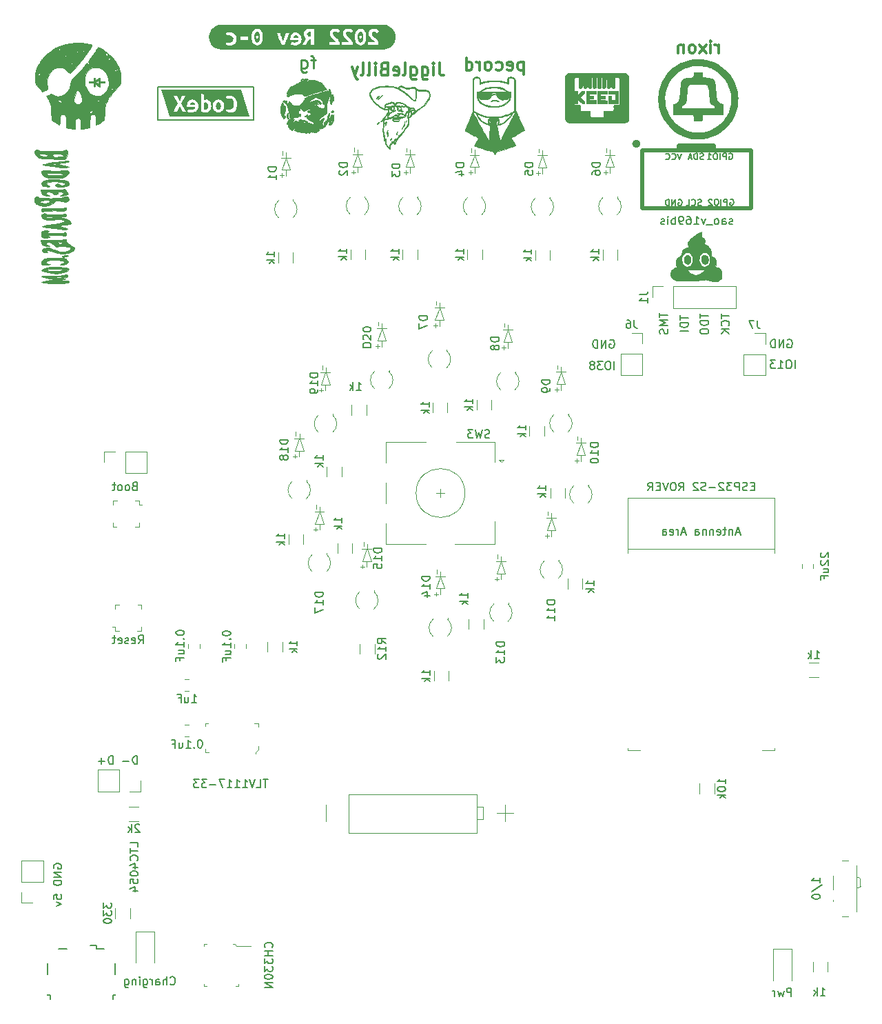
<source format=gbr>
%TF.GenerationSoftware,KiCad,Pcbnew,(6.0.1)*%
%TF.CreationDate,2022-08-18T22:03:57-05:00*%
%TF.ProjectId,BsidesKC-2022-Safe-Badge,42736964-6573-44b4-932d-323032322d53,0-c*%
%TF.SameCoordinates,Original*%
%TF.FileFunction,Legend,Bot*%
%TF.FilePolarity,Positive*%
%FSLAX46Y46*%
G04 Gerber Fmt 4.6, Leading zero omitted, Abs format (unit mm)*
G04 Created by KiCad (PCBNEW (6.0.1)) date 2022-08-18 22:03:57*
%MOMM*%
%LPD*%
G01*
G04 APERTURE LIST*
%ADD10C,0.150000*%
%ADD11C,0.250000*%
%ADD12C,0.300000*%
%ADD13C,0.120000*%
%ADD14C,0.100000*%
%ADD15C,0.500000*%
%ADD16C,0.010000*%
G04 APERTURE END LIST*
D10*
X182840380Y-64779685D02*
X182840380Y-65351114D01*
X183840380Y-65065400D02*
X182840380Y-65065400D01*
X183745142Y-66255876D02*
X183792761Y-66208257D01*
X183840380Y-66065400D01*
X183840380Y-65970161D01*
X183792761Y-65827304D01*
X183697523Y-65732066D01*
X183602285Y-65684447D01*
X183411809Y-65636828D01*
X183268952Y-65636828D01*
X183078476Y-65684447D01*
X182983238Y-65732066D01*
X182888000Y-65827304D01*
X182840380Y-65970161D01*
X182840380Y-66065400D01*
X182888000Y-66208257D01*
X182935619Y-66255876D01*
X183840380Y-66684447D02*
X182840380Y-66684447D01*
X183840380Y-67255876D02*
X183268952Y-66827304D01*
X182840380Y-67255876D02*
X183411809Y-66684447D01*
X180274980Y-64755876D02*
X180274980Y-65327304D01*
X181274980Y-65041590D02*
X180274980Y-65041590D01*
X181274980Y-65660638D02*
X180274980Y-65660638D01*
X180274980Y-65898733D01*
X180322600Y-66041590D01*
X180417838Y-66136828D01*
X180513076Y-66184447D01*
X180703552Y-66232066D01*
X180846409Y-66232066D01*
X181036885Y-66184447D01*
X181132123Y-66136828D01*
X181227361Y-66041590D01*
X181274980Y-65898733D01*
X181274980Y-65660638D01*
X180274980Y-66851114D02*
X180274980Y-67041590D01*
X180322600Y-67136828D01*
X180417838Y-67232066D01*
X180608314Y-67279685D01*
X180941647Y-67279685D01*
X181132123Y-67232066D01*
X181227361Y-67136828D01*
X181274980Y-67041590D01*
X181274980Y-66851114D01*
X181227361Y-66755876D01*
X181132123Y-66660638D01*
X180941647Y-66613019D01*
X180608314Y-66613019D01*
X180417838Y-66660638D01*
X180322600Y-66755876D01*
X180274980Y-66851114D01*
X177785780Y-64990790D02*
X177785780Y-65562219D01*
X178785780Y-65276504D02*
X177785780Y-65276504D01*
X178785780Y-65895552D02*
X177785780Y-65895552D01*
X177785780Y-66133647D01*
X177833400Y-66276504D01*
X177928638Y-66371742D01*
X178023876Y-66419361D01*
X178214352Y-66466980D01*
X178357209Y-66466980D01*
X178547685Y-66419361D01*
X178642923Y-66371742D01*
X178738161Y-66276504D01*
X178785780Y-66133647D01*
X178785780Y-65895552D01*
X178785780Y-66895552D02*
X177785780Y-66895552D01*
X175296580Y-64681266D02*
X175296580Y-65252695D01*
X176296580Y-64966980D02*
X175296580Y-64966980D01*
X176296580Y-65586028D02*
X175296580Y-65586028D01*
X176010866Y-65919361D01*
X175296580Y-66252695D01*
X176296580Y-66252695D01*
X176248961Y-66681266D02*
X176296580Y-66824123D01*
X176296580Y-67062219D01*
X176248961Y-67157457D01*
X176201342Y-67205076D01*
X176106104Y-67252695D01*
X176010866Y-67252695D01*
X175915628Y-67205076D01*
X175868009Y-67157457D01*
X175820390Y-67062219D01*
X175772771Y-66871742D01*
X175725152Y-66776504D01*
X175677533Y-66728885D01*
X175582295Y-66681266D01*
X175487057Y-66681266D01*
X175391819Y-66728885D01*
X175344200Y-66776504D01*
X175296580Y-66871742D01*
X175296580Y-67109838D01*
X175344200Y-67252695D01*
X191007904Y-68003800D02*
X191103142Y-67956180D01*
X191246000Y-67956180D01*
X191388857Y-68003800D01*
X191484095Y-68099038D01*
X191531714Y-68194276D01*
X191579333Y-68384752D01*
X191579333Y-68527609D01*
X191531714Y-68718085D01*
X191484095Y-68813323D01*
X191388857Y-68908561D01*
X191246000Y-68956180D01*
X191150761Y-68956180D01*
X191007904Y-68908561D01*
X190960285Y-68860942D01*
X190960285Y-68527609D01*
X191150761Y-68527609D01*
X190531714Y-68956180D02*
X190531714Y-67956180D01*
X189960285Y-68956180D01*
X189960285Y-67956180D01*
X189484095Y-68956180D02*
X189484095Y-67956180D01*
X189246000Y-67956180D01*
X189103142Y-68003800D01*
X189007904Y-68099038D01*
X188960285Y-68194276D01*
X188912666Y-68384752D01*
X188912666Y-68527609D01*
X188960285Y-68718085D01*
X189007904Y-68813323D01*
X189103142Y-68908561D01*
X189246000Y-68956180D01*
X189484095Y-68956180D01*
X169163904Y-68029200D02*
X169259142Y-67981580D01*
X169402000Y-67981580D01*
X169544857Y-68029200D01*
X169640095Y-68124438D01*
X169687714Y-68219676D01*
X169735333Y-68410152D01*
X169735333Y-68553009D01*
X169687714Y-68743485D01*
X169640095Y-68838723D01*
X169544857Y-68933961D01*
X169402000Y-68981580D01*
X169306761Y-68981580D01*
X169163904Y-68933961D01*
X169116285Y-68886342D01*
X169116285Y-68553009D01*
X169306761Y-68553009D01*
X168687714Y-68981580D02*
X168687714Y-67981580D01*
X168116285Y-68981580D01*
X168116285Y-67981580D01*
X167640095Y-68981580D02*
X167640095Y-67981580D01*
X167402000Y-67981580D01*
X167259142Y-68029200D01*
X167163904Y-68124438D01*
X167116285Y-68219676D01*
X167068666Y-68410152D01*
X167068666Y-68553009D01*
X167116285Y-68743485D01*
X167163904Y-68838723D01*
X167259142Y-68933961D01*
X167402000Y-68981580D01*
X167640095Y-68981580D01*
X125374400Y-40970200D02*
X113639600Y-40970200D01*
X113639600Y-40970200D02*
X113639600Y-36931600D01*
X113639600Y-36931600D02*
X125374400Y-36931600D01*
X125374400Y-36931600D02*
X125374400Y-40970200D01*
%TO.C,R8*%
X143234580Y-57386552D02*
X143234580Y-56815123D01*
X143234580Y-57100838D02*
X142234580Y-57100838D01*
X142377438Y-57005600D01*
X142472676Y-56910361D01*
X142520295Y-56815123D01*
X143234580Y-57815123D02*
X142234580Y-57815123D01*
X142853628Y-57910361D02*
X143234580Y-58196076D01*
X142567914Y-58196076D02*
X142948866Y-57815123D01*
%TO.C,R24*%
X129213780Y-92362352D02*
X129213780Y-91790923D01*
X129213780Y-92076638D02*
X128213780Y-92076638D01*
X128356638Y-91981400D01*
X128451876Y-91886161D01*
X128499495Y-91790923D01*
X129213780Y-92790923D02*
X128213780Y-92790923D01*
X128832828Y-92886161D02*
X129213780Y-93171876D01*
X128547114Y-93171876D02*
X128928066Y-92790923D01*
%TO.C,R23*%
X147069980Y-109126352D02*
X147069980Y-108554923D01*
X147069980Y-108840638D02*
X146069980Y-108840638D01*
X146212838Y-108745400D01*
X146308076Y-108650161D01*
X146355695Y-108554923D01*
X147069980Y-109554923D02*
X146069980Y-109554923D01*
X146689028Y-109650161D02*
X147069980Y-109935876D01*
X146403314Y-109935876D02*
X146784266Y-109554923D01*
%TO.C,R22*%
X161310580Y-86469552D02*
X161310580Y-85898123D01*
X161310580Y-86183838D02*
X160310580Y-86183838D01*
X160453438Y-86088600D01*
X160548676Y-85993361D01*
X160596295Y-85898123D01*
X161310580Y-86898123D02*
X160310580Y-86898123D01*
X160929628Y-86993361D02*
X161310580Y-87279076D01*
X160643914Y-87279076D02*
X161024866Y-86898123D01*
%TO.C,R21*%
X152327780Y-75826952D02*
X152327780Y-75255523D01*
X152327780Y-75541238D02*
X151327780Y-75541238D01*
X151470638Y-75446000D01*
X151565876Y-75350761D01*
X151613495Y-75255523D01*
X152327780Y-76255523D02*
X151327780Y-76255523D01*
X151946828Y-76350761D02*
X152327780Y-76636476D01*
X151661114Y-76636476D02*
X152042066Y-76255523D01*
%TO.C,R20*%
X167821780Y-57437352D02*
X167821780Y-56865923D01*
X167821780Y-57151638D02*
X166821780Y-57151638D01*
X166964638Y-57056400D01*
X167059876Y-56961161D01*
X167107495Y-56865923D01*
X167821780Y-57865923D02*
X166821780Y-57865923D01*
X167440828Y-57961161D02*
X167821780Y-58246876D01*
X167155114Y-58246876D02*
X167536066Y-57865923D01*
%TO.C,R19*%
X151184780Y-57411952D02*
X151184780Y-56840523D01*
X151184780Y-57126238D02*
X150184780Y-57126238D01*
X150327638Y-57031000D01*
X150422876Y-56935761D01*
X150470495Y-56840523D01*
X151184780Y-57840523D02*
X150184780Y-57840523D01*
X150803828Y-57935761D02*
X151184780Y-58221476D01*
X150518114Y-58221476D02*
X150899066Y-57840523D01*
%TO.C,R18*%
X136833780Y-57361152D02*
X136833780Y-56789723D01*
X136833780Y-57075438D02*
X135833780Y-57075438D01*
X135976638Y-56980200D01*
X136071876Y-56884961D01*
X136119495Y-56789723D01*
X136833780Y-57789723D02*
X135833780Y-57789723D01*
X136452828Y-57884961D02*
X136833780Y-58170676D01*
X136167114Y-58170676D02*
X136548066Y-57789723D01*
%TO.C,R17*%
X138041047Y-74163180D02*
X138612476Y-74163180D01*
X138326761Y-74163180D02*
X138326761Y-73163180D01*
X138422000Y-73306038D01*
X138517238Y-73401276D01*
X138612476Y-73448895D01*
X137612476Y-74163180D02*
X137612476Y-73163180D01*
X137517238Y-73782228D02*
X137231523Y-74163180D01*
X137231523Y-73496514D02*
X137612476Y-73877466D01*
%TO.C,R16*%
X136266180Y-90431952D02*
X136266180Y-89860523D01*
X136266180Y-90146238D02*
X135266180Y-90146238D01*
X135409038Y-90051000D01*
X135504276Y-89955761D01*
X135551895Y-89860523D01*
X136266180Y-90860523D02*
X135266180Y-90860523D01*
X135885228Y-90955761D02*
X136266180Y-91241476D01*
X135599514Y-91241476D02*
X135980466Y-90860523D01*
%TO.C,R15*%
X151683980Y-99652152D02*
X151683980Y-99080723D01*
X151683980Y-99366438D02*
X150683980Y-99366438D01*
X150826838Y-99271200D01*
X150922076Y-99175961D01*
X150969695Y-99080723D01*
X151683980Y-100080723D02*
X150683980Y-100080723D01*
X151303028Y-100175961D02*
X151683980Y-100461676D01*
X151017314Y-100461676D02*
X151398266Y-100080723D01*
%TO.C,R14*%
X158830180Y-79052752D02*
X158830180Y-78481323D01*
X158830180Y-78767038D02*
X157830180Y-78767038D01*
X157973038Y-78671800D01*
X158068276Y-78576561D01*
X158115895Y-78481323D01*
X158830180Y-79481323D02*
X157830180Y-79481323D01*
X158449228Y-79576561D02*
X158830180Y-79862276D01*
X158163514Y-79862276D02*
X158544466Y-79481323D01*
%TO.C,R13*%
X133903980Y-82735752D02*
X133903980Y-82164323D01*
X133903980Y-82450038D02*
X132903980Y-82450038D01*
X133046838Y-82354800D01*
X133142076Y-82259561D01*
X133189695Y-82164323D01*
X133903980Y-83164323D02*
X132903980Y-83164323D01*
X133523028Y-83259561D02*
X133903980Y-83545276D01*
X133237314Y-83545276D02*
X133618266Y-83164323D01*
%TO.C,R12*%
X141616780Y-105275142D02*
X141140590Y-104941809D01*
X141616780Y-104703714D02*
X140616780Y-104703714D01*
X140616780Y-105084666D01*
X140664400Y-105179904D01*
X140712019Y-105227523D01*
X140807257Y-105275142D01*
X140950114Y-105275142D01*
X141045352Y-105227523D01*
X141092971Y-105179904D01*
X141140590Y-105084666D01*
X141140590Y-104703714D01*
X141616780Y-106227523D02*
X141616780Y-105656095D01*
X141616780Y-105941809D02*
X140616780Y-105941809D01*
X140759638Y-105846571D01*
X140854876Y-105751333D01*
X140902495Y-105656095D01*
X140712019Y-106608476D02*
X140664400Y-106656095D01*
X140616780Y-106751333D01*
X140616780Y-106989428D01*
X140664400Y-107084666D01*
X140712019Y-107132285D01*
X140807257Y-107179904D01*
X140902495Y-107179904D01*
X141045352Y-107132285D01*
X141616780Y-106560857D01*
X141616780Y-107179904D01*
%TO.C,R11*%
X167203380Y-98153552D02*
X167203380Y-97582123D01*
X167203380Y-97867838D02*
X166203380Y-97867838D01*
X166346238Y-97772600D01*
X166441476Y-97677361D01*
X166489095Y-97582123D01*
X167203380Y-98582123D02*
X166203380Y-98582123D01*
X166822428Y-98677361D02*
X167203380Y-98963076D01*
X166536714Y-98963076D02*
X166917666Y-98582123D01*
%TO.C,R10*%
X146942980Y-76207952D02*
X146942980Y-75636523D01*
X146942980Y-75922238D02*
X145942980Y-75922238D01*
X146085838Y-75827000D01*
X146181076Y-75731761D01*
X146228695Y-75636523D01*
X146942980Y-76636523D02*
X145942980Y-76636523D01*
X146562028Y-76731761D02*
X146942980Y-77017476D01*
X146276314Y-77017476D02*
X146657266Y-76636523D01*
%TO.C,R9*%
X159541380Y-57462752D02*
X159541380Y-56891323D01*
X159541380Y-57177038D02*
X158541380Y-57177038D01*
X158684238Y-57081800D01*
X158779476Y-56986561D01*
X158827095Y-56891323D01*
X159541380Y-57891323D02*
X158541380Y-57891323D01*
X159160428Y-57986561D02*
X159541380Y-58272276D01*
X158874714Y-58272276D02*
X159255666Y-57891323D01*
%TO.C,R7*%
X127969180Y-57767552D02*
X127969180Y-57196123D01*
X127969180Y-57481838D02*
X126969180Y-57481838D01*
X127112038Y-57386600D01*
X127207276Y-57291361D01*
X127254895Y-57196123D01*
X127969180Y-58196123D02*
X126969180Y-58196123D01*
X127588228Y-58291361D02*
X127969180Y-58577076D01*
X127302514Y-58577076D02*
X127683466Y-58196123D01*
%TO.C,U3*%
X127632142Y-142583333D02*
X127679761Y-142535714D01*
X127727380Y-142392857D01*
X127727380Y-142297619D01*
X127679761Y-142154761D01*
X127584523Y-142059523D01*
X127489285Y-142011904D01*
X127298809Y-141964285D01*
X127155952Y-141964285D01*
X126965476Y-142011904D01*
X126870238Y-142059523D01*
X126775000Y-142154761D01*
X126727380Y-142297619D01*
X126727380Y-142392857D01*
X126775000Y-142535714D01*
X126822619Y-142583333D01*
X127727380Y-143011904D02*
X126727380Y-143011904D01*
X127203571Y-143011904D02*
X127203571Y-143583333D01*
X127727380Y-143583333D02*
X126727380Y-143583333D01*
X126727380Y-143964285D02*
X126727380Y-144583333D01*
X127108333Y-144250000D01*
X127108333Y-144392857D01*
X127155952Y-144488095D01*
X127203571Y-144535714D01*
X127298809Y-144583333D01*
X127536904Y-144583333D01*
X127632142Y-144535714D01*
X127679761Y-144488095D01*
X127727380Y-144392857D01*
X127727380Y-144107142D01*
X127679761Y-144011904D01*
X127632142Y-143964285D01*
X126727380Y-144916666D02*
X126727380Y-145535714D01*
X127108333Y-145202380D01*
X127108333Y-145345238D01*
X127155952Y-145440476D01*
X127203571Y-145488095D01*
X127298809Y-145535714D01*
X127536904Y-145535714D01*
X127632142Y-145488095D01*
X127679761Y-145440476D01*
X127727380Y-145345238D01*
X127727380Y-145059523D01*
X127679761Y-144964285D01*
X127632142Y-144916666D01*
X126727380Y-146154761D02*
X126727380Y-146250000D01*
X126775000Y-146345238D01*
X126822619Y-146392857D01*
X126917857Y-146440476D01*
X127108333Y-146488095D01*
X127346428Y-146488095D01*
X127536904Y-146440476D01*
X127632142Y-146392857D01*
X127679761Y-146345238D01*
X127727380Y-146250000D01*
X127727380Y-146154761D01*
X127679761Y-146059523D01*
X127632142Y-146011904D01*
X127536904Y-145964285D01*
X127346428Y-145916666D01*
X127108333Y-145916666D01*
X126917857Y-145964285D01*
X126822619Y-146011904D01*
X126775000Y-146059523D01*
X126727380Y-146154761D01*
X127727380Y-146916666D02*
X126727380Y-146916666D01*
X127727380Y-147488095D01*
X126727380Y-147488095D01*
%TO.C,J7*%
X187277333Y-65595780D02*
X187277333Y-66310066D01*
X187324952Y-66452923D01*
X187420190Y-66548161D01*
X187563047Y-66595780D01*
X187658285Y-66595780D01*
X186896380Y-65595780D02*
X186229714Y-65595780D01*
X186658285Y-66595780D01*
X191899990Y-71496180D02*
X191899990Y-70496180D01*
X191233323Y-70496180D02*
X191042847Y-70496180D01*
X190947609Y-70543800D01*
X190852371Y-70639038D01*
X190804752Y-70829514D01*
X190804752Y-71162847D01*
X190852371Y-71353323D01*
X190947609Y-71448561D01*
X191042847Y-71496180D01*
X191233323Y-71496180D01*
X191328561Y-71448561D01*
X191423800Y-71353323D01*
X191471419Y-71162847D01*
X191471419Y-70829514D01*
X191423800Y-70639038D01*
X191328561Y-70543800D01*
X191233323Y-70496180D01*
X189852371Y-71496180D02*
X190423800Y-71496180D01*
X190138085Y-71496180D02*
X190138085Y-70496180D01*
X190233323Y-70639038D01*
X190328561Y-70734276D01*
X190423800Y-70781895D01*
X189519038Y-70496180D02*
X188899990Y-70496180D01*
X189233323Y-70877133D01*
X189090466Y-70877133D01*
X188995228Y-70924752D01*
X188947609Y-70972371D01*
X188899990Y-71067609D01*
X188899990Y-71305704D01*
X188947609Y-71400942D01*
X188995228Y-71448561D01*
X189090466Y-71496180D01*
X189376180Y-71496180D01*
X189471419Y-71448561D01*
X189519038Y-71400942D01*
%TO.C,J6*%
X172164333Y-65570380D02*
X172164333Y-66284666D01*
X172211952Y-66427523D01*
X172307190Y-66522761D01*
X172450047Y-66570380D01*
X172545285Y-66570380D01*
X171259571Y-65570380D02*
X171450047Y-65570380D01*
X171545285Y-65618000D01*
X171592904Y-65665619D01*
X171688142Y-65808476D01*
X171735761Y-65998952D01*
X171735761Y-66379904D01*
X171688142Y-66475142D01*
X171640523Y-66522761D01*
X171545285Y-66570380D01*
X171354809Y-66570380D01*
X171259571Y-66522761D01*
X171211952Y-66475142D01*
X171164333Y-66379904D01*
X171164333Y-66141809D01*
X171211952Y-66046571D01*
X171259571Y-65998952D01*
X171354809Y-65951333D01*
X171545285Y-65951333D01*
X171640523Y-65998952D01*
X171688142Y-66046571D01*
X171735761Y-66141809D01*
X169700390Y-71648580D02*
X169700390Y-70648580D01*
X169033723Y-70648580D02*
X168843247Y-70648580D01*
X168748009Y-70696200D01*
X168652771Y-70791438D01*
X168605152Y-70981914D01*
X168605152Y-71315247D01*
X168652771Y-71505723D01*
X168748009Y-71600961D01*
X168843247Y-71648580D01*
X169033723Y-71648580D01*
X169128961Y-71600961D01*
X169224200Y-71505723D01*
X169271819Y-71315247D01*
X169271819Y-70981914D01*
X169224200Y-70791438D01*
X169128961Y-70696200D01*
X169033723Y-70648580D01*
X168271819Y-70648580D02*
X167652771Y-70648580D01*
X167986104Y-71029533D01*
X167843247Y-71029533D01*
X167748009Y-71077152D01*
X167700390Y-71124771D01*
X167652771Y-71220009D01*
X167652771Y-71458104D01*
X167700390Y-71553342D01*
X167748009Y-71600961D01*
X167843247Y-71648580D01*
X168128961Y-71648580D01*
X168224200Y-71600961D01*
X168271819Y-71553342D01*
X167081342Y-71077152D02*
X167176580Y-71029533D01*
X167224200Y-70981914D01*
X167271819Y-70886676D01*
X167271819Y-70839057D01*
X167224200Y-70743819D01*
X167176580Y-70696200D01*
X167081342Y-70648580D01*
X166890866Y-70648580D01*
X166795628Y-70696200D01*
X166748009Y-70743819D01*
X166700390Y-70839057D01*
X166700390Y-70886676D01*
X166748009Y-70981914D01*
X166795628Y-71029533D01*
X166890866Y-71077152D01*
X167081342Y-71077152D01*
X167176580Y-71124771D01*
X167224200Y-71172390D01*
X167271819Y-71267628D01*
X167271819Y-71458104D01*
X167224200Y-71553342D01*
X167176580Y-71600961D01*
X167081342Y-71648580D01*
X166890866Y-71648580D01*
X166795628Y-71600961D01*
X166748009Y-71553342D01*
X166700390Y-71458104D01*
X166700390Y-71267628D01*
X166748009Y-71172390D01*
X166795628Y-71124771D01*
X166890866Y-71077152D01*
%TO.C,J1*%
X172824180Y-62430066D02*
X173538466Y-62430066D01*
X173681323Y-62382447D01*
X173776561Y-62287209D01*
X173824180Y-62144352D01*
X173824180Y-62049114D01*
X173824180Y-63430066D02*
X173824180Y-62858638D01*
X173824180Y-63144352D02*
X172824180Y-63144352D01*
X172967038Y-63049114D01*
X173062276Y-62953876D01*
X173109895Y-62858638D01*
%TO.C,X1*%
X184242161Y-53765761D02*
X184146923Y-53813380D01*
X183956447Y-53813380D01*
X183861209Y-53765761D01*
X183813590Y-53670523D01*
X183813590Y-53622904D01*
X183861209Y-53527666D01*
X183956447Y-53480047D01*
X184099304Y-53480047D01*
X184194542Y-53432428D01*
X184242161Y-53337190D01*
X184242161Y-53289571D01*
X184194542Y-53194333D01*
X184099304Y-53146714D01*
X183956447Y-53146714D01*
X183861209Y-53194333D01*
X182956447Y-53813380D02*
X182956447Y-53289571D01*
X183004066Y-53194333D01*
X183099304Y-53146714D01*
X183289780Y-53146714D01*
X183385019Y-53194333D01*
X182956447Y-53765761D02*
X183051685Y-53813380D01*
X183289780Y-53813380D01*
X183385019Y-53765761D01*
X183432638Y-53670523D01*
X183432638Y-53575285D01*
X183385019Y-53480047D01*
X183289780Y-53432428D01*
X183051685Y-53432428D01*
X182956447Y-53384809D01*
X182337400Y-53813380D02*
X182432638Y-53765761D01*
X182480257Y-53718142D01*
X182527876Y-53622904D01*
X182527876Y-53337190D01*
X182480257Y-53241952D01*
X182432638Y-53194333D01*
X182337400Y-53146714D01*
X182194542Y-53146714D01*
X182099304Y-53194333D01*
X182051685Y-53241952D01*
X182004066Y-53337190D01*
X182004066Y-53622904D01*
X182051685Y-53718142D01*
X182099304Y-53765761D01*
X182194542Y-53813380D01*
X182337400Y-53813380D01*
X181813590Y-53908619D02*
X181051685Y-53908619D01*
X180908828Y-53146714D02*
X180670733Y-53813380D01*
X180432638Y-53146714D01*
X179527876Y-53813380D02*
X180099304Y-53813380D01*
X179813590Y-53813380D02*
X179813590Y-52813380D01*
X179908828Y-52956238D01*
X180004066Y-53051476D01*
X180099304Y-53099095D01*
X178670733Y-52813380D02*
X178861209Y-52813380D01*
X178956447Y-52861000D01*
X179004066Y-52908619D01*
X179099304Y-53051476D01*
X179146923Y-53241952D01*
X179146923Y-53622904D01*
X179099304Y-53718142D01*
X179051685Y-53765761D01*
X178956447Y-53813380D01*
X178765971Y-53813380D01*
X178670733Y-53765761D01*
X178623114Y-53718142D01*
X178575495Y-53622904D01*
X178575495Y-53384809D01*
X178623114Y-53289571D01*
X178670733Y-53241952D01*
X178765971Y-53194333D01*
X178956447Y-53194333D01*
X179051685Y-53241952D01*
X179099304Y-53289571D01*
X179146923Y-53384809D01*
X178099304Y-53813380D02*
X177908828Y-53813380D01*
X177813590Y-53765761D01*
X177765971Y-53718142D01*
X177670733Y-53575285D01*
X177623114Y-53384809D01*
X177623114Y-53003857D01*
X177670733Y-52908619D01*
X177718352Y-52861000D01*
X177813590Y-52813380D01*
X178004066Y-52813380D01*
X178099304Y-52861000D01*
X178146923Y-52908619D01*
X178194542Y-53003857D01*
X178194542Y-53241952D01*
X178146923Y-53337190D01*
X178099304Y-53384809D01*
X178004066Y-53432428D01*
X177813590Y-53432428D01*
X177718352Y-53384809D01*
X177670733Y-53337190D01*
X177623114Y-53241952D01*
X177194542Y-53813380D02*
X177194542Y-52813380D01*
X177194542Y-53194333D02*
X177099304Y-53146714D01*
X176908828Y-53146714D01*
X176813590Y-53194333D01*
X176765971Y-53241952D01*
X176718352Y-53337190D01*
X176718352Y-53622904D01*
X176765971Y-53718142D01*
X176813590Y-53765761D01*
X176908828Y-53813380D01*
X177099304Y-53813380D01*
X177194542Y-53765761D01*
X176289780Y-53813380D02*
X176289780Y-53146714D01*
X176289780Y-52813380D02*
X176337400Y-52861000D01*
X176289780Y-52908619D01*
X176242161Y-52861000D01*
X176289780Y-52813380D01*
X176289780Y-52908619D01*
X175861209Y-53765761D02*
X175765971Y-53813380D01*
X175575495Y-53813380D01*
X175480257Y-53765761D01*
X175432638Y-53670523D01*
X175432638Y-53622904D01*
X175480257Y-53527666D01*
X175575495Y-53480047D01*
X175718352Y-53480047D01*
X175813590Y-53432428D01*
X175861209Y-53337190D01*
X175861209Y-53289571D01*
X175813590Y-53194333D01*
X175718352Y-53146714D01*
X175575495Y-53146714D01*
X175480257Y-53194333D01*
X177961800Y-45106085D02*
X177711800Y-45856085D01*
X177461800Y-45106085D01*
X176783228Y-45784657D02*
X176818942Y-45820371D01*
X176926085Y-45856085D01*
X176997514Y-45856085D01*
X177104657Y-45820371D01*
X177176085Y-45748942D01*
X177211800Y-45677514D01*
X177247514Y-45534657D01*
X177247514Y-45427514D01*
X177211800Y-45284657D01*
X177176085Y-45213228D01*
X177104657Y-45141800D01*
X176997514Y-45106085D01*
X176926085Y-45106085D01*
X176818942Y-45141800D01*
X176783228Y-45177514D01*
X176033228Y-45784657D02*
X176068942Y-45820371D01*
X176176085Y-45856085D01*
X176247514Y-45856085D01*
X176354657Y-45820371D01*
X176426085Y-45748942D01*
X176461800Y-45677514D01*
X176497514Y-45534657D01*
X176497514Y-45427514D01*
X176461800Y-45284657D01*
X176426085Y-45213228D01*
X176354657Y-45141800D01*
X176247514Y-45106085D01*
X176176085Y-45106085D01*
X176068942Y-45141800D01*
X176033228Y-45177514D01*
X183809342Y-45116400D02*
X183880771Y-45080685D01*
X183987914Y-45080685D01*
X184095057Y-45116400D01*
X184166485Y-45187828D01*
X184202200Y-45259257D01*
X184237914Y-45402114D01*
X184237914Y-45509257D01*
X184202200Y-45652114D01*
X184166485Y-45723542D01*
X184095057Y-45794971D01*
X183987914Y-45830685D01*
X183916485Y-45830685D01*
X183809342Y-45794971D01*
X183773628Y-45759257D01*
X183773628Y-45509257D01*
X183916485Y-45509257D01*
X183452200Y-45830685D02*
X183452200Y-45080685D01*
X183166485Y-45080685D01*
X183095057Y-45116400D01*
X183059342Y-45152114D01*
X183023628Y-45223542D01*
X183023628Y-45330685D01*
X183059342Y-45402114D01*
X183095057Y-45437828D01*
X183166485Y-45473542D01*
X183452200Y-45473542D01*
X182702200Y-45830685D02*
X182702200Y-45080685D01*
X182202200Y-45080685D02*
X182059342Y-45080685D01*
X181987914Y-45116400D01*
X181916485Y-45187828D01*
X181880771Y-45330685D01*
X181880771Y-45580685D01*
X181916485Y-45723542D01*
X181987914Y-45794971D01*
X182059342Y-45830685D01*
X182202200Y-45830685D01*
X182273628Y-45794971D01*
X182345057Y-45723542D01*
X182380771Y-45580685D01*
X182380771Y-45330685D01*
X182345057Y-45187828D01*
X182273628Y-45116400D01*
X182202200Y-45080685D01*
X181166485Y-45830685D02*
X181595057Y-45830685D01*
X181380771Y-45830685D02*
X181380771Y-45080685D01*
X181452200Y-45187828D01*
X181523628Y-45259257D01*
X181595057Y-45294971D01*
X177584028Y-50780600D02*
X177655457Y-50744885D01*
X177762600Y-50744885D01*
X177869742Y-50780600D01*
X177941171Y-50852028D01*
X177976885Y-50923457D01*
X178012600Y-51066314D01*
X178012600Y-51173457D01*
X177976885Y-51316314D01*
X177941171Y-51387742D01*
X177869742Y-51459171D01*
X177762600Y-51494885D01*
X177691171Y-51494885D01*
X177584028Y-51459171D01*
X177548314Y-51423457D01*
X177548314Y-51173457D01*
X177691171Y-51173457D01*
X177226885Y-51494885D02*
X177226885Y-50744885D01*
X176798314Y-51494885D01*
X176798314Y-50744885D01*
X176441171Y-51494885D02*
X176441171Y-50744885D01*
X176262600Y-50744885D01*
X176155457Y-50780600D01*
X176084028Y-50852028D01*
X176048314Y-50923457D01*
X176012600Y-51066314D01*
X176012600Y-51173457D01*
X176048314Y-51316314D01*
X176084028Y-51387742D01*
X176155457Y-51459171D01*
X176262600Y-51494885D01*
X176441171Y-51494885D01*
X180666514Y-45794971D02*
X180559371Y-45830685D01*
X180380800Y-45830685D01*
X180309371Y-45794971D01*
X180273657Y-45759257D01*
X180237942Y-45687828D01*
X180237942Y-45616400D01*
X180273657Y-45544971D01*
X180309371Y-45509257D01*
X180380800Y-45473542D01*
X180523657Y-45437828D01*
X180595085Y-45402114D01*
X180630800Y-45366400D01*
X180666514Y-45294971D01*
X180666514Y-45223542D01*
X180630800Y-45152114D01*
X180595085Y-45116400D01*
X180523657Y-45080685D01*
X180345085Y-45080685D01*
X180237942Y-45116400D01*
X179916514Y-45830685D02*
X179916514Y-45080685D01*
X179737942Y-45080685D01*
X179630800Y-45116400D01*
X179559371Y-45187828D01*
X179523657Y-45259257D01*
X179487942Y-45402114D01*
X179487942Y-45509257D01*
X179523657Y-45652114D01*
X179559371Y-45723542D01*
X179630800Y-45794971D01*
X179737942Y-45830685D01*
X179916514Y-45830685D01*
X179202228Y-45616400D02*
X178845085Y-45616400D01*
X179273657Y-45830685D02*
X179023657Y-45080685D01*
X178773657Y-45830685D01*
X180394657Y-51459171D02*
X180287514Y-51494885D01*
X180108942Y-51494885D01*
X180037514Y-51459171D01*
X180001800Y-51423457D01*
X179966085Y-51352028D01*
X179966085Y-51280600D01*
X180001800Y-51209171D01*
X180037514Y-51173457D01*
X180108942Y-51137742D01*
X180251800Y-51102028D01*
X180323228Y-51066314D01*
X180358942Y-51030600D01*
X180394657Y-50959171D01*
X180394657Y-50887742D01*
X180358942Y-50816314D01*
X180323228Y-50780600D01*
X180251800Y-50744885D01*
X180073228Y-50744885D01*
X179966085Y-50780600D01*
X179216085Y-51423457D02*
X179251800Y-51459171D01*
X179358942Y-51494885D01*
X179430371Y-51494885D01*
X179537514Y-51459171D01*
X179608942Y-51387742D01*
X179644657Y-51316314D01*
X179680371Y-51173457D01*
X179680371Y-51066314D01*
X179644657Y-50923457D01*
X179608942Y-50852028D01*
X179537514Y-50780600D01*
X179430371Y-50744885D01*
X179358942Y-50744885D01*
X179251800Y-50780600D01*
X179216085Y-50816314D01*
X178537514Y-51494885D02*
X178894657Y-51494885D01*
X178894657Y-50744885D01*
X183936342Y-50755200D02*
X184007771Y-50719485D01*
X184114914Y-50719485D01*
X184222057Y-50755200D01*
X184293485Y-50826628D01*
X184329200Y-50898057D01*
X184364914Y-51040914D01*
X184364914Y-51148057D01*
X184329200Y-51290914D01*
X184293485Y-51362342D01*
X184222057Y-51433771D01*
X184114914Y-51469485D01*
X184043485Y-51469485D01*
X183936342Y-51433771D01*
X183900628Y-51398057D01*
X183900628Y-51148057D01*
X184043485Y-51148057D01*
X183579200Y-51469485D02*
X183579200Y-50719485D01*
X183293485Y-50719485D01*
X183222057Y-50755200D01*
X183186342Y-50790914D01*
X183150628Y-50862342D01*
X183150628Y-50969485D01*
X183186342Y-51040914D01*
X183222057Y-51076628D01*
X183293485Y-51112342D01*
X183579200Y-51112342D01*
X182829200Y-51469485D02*
X182829200Y-50719485D01*
X182329200Y-50719485D02*
X182186342Y-50719485D01*
X182114914Y-50755200D01*
X182043485Y-50826628D01*
X182007771Y-50969485D01*
X182007771Y-51219485D01*
X182043485Y-51362342D01*
X182114914Y-51433771D01*
X182186342Y-51469485D01*
X182329200Y-51469485D01*
X182400628Y-51433771D01*
X182472057Y-51362342D01*
X182507771Y-51219485D01*
X182507771Y-50969485D01*
X182472057Y-50826628D01*
X182400628Y-50755200D01*
X182329200Y-50719485D01*
X181722057Y-50790914D02*
X181686342Y-50755200D01*
X181614914Y-50719485D01*
X181436342Y-50719485D01*
X181364914Y-50755200D01*
X181329200Y-50790914D01*
X181293485Y-50862342D01*
X181293485Y-50933771D01*
X181329200Y-51040914D01*
X181757771Y-51469485D01*
X181293485Y-51469485D01*
%TO.C,D1*%
X128163580Y-46785304D02*
X127163580Y-46785304D01*
X127163580Y-47023400D01*
X127211200Y-47166257D01*
X127306438Y-47261495D01*
X127401676Y-47309114D01*
X127592152Y-47356733D01*
X127735009Y-47356733D01*
X127925485Y-47309114D01*
X128020723Y-47261495D01*
X128115961Y-47166257D01*
X128163580Y-47023400D01*
X128163580Y-46785304D01*
X128163580Y-48309114D02*
X128163580Y-47737685D01*
X128163580Y-48023400D02*
X127163580Y-48023400D01*
X127306438Y-47928161D01*
X127401676Y-47832923D01*
X127449295Y-47737685D01*
%TO.C,D5*%
X159710380Y-46251904D02*
X158710380Y-46251904D01*
X158710380Y-46490000D01*
X158758000Y-46632857D01*
X158853238Y-46728095D01*
X158948476Y-46775714D01*
X159138952Y-46823333D01*
X159281809Y-46823333D01*
X159472285Y-46775714D01*
X159567523Y-46728095D01*
X159662761Y-46632857D01*
X159710380Y-46490000D01*
X159710380Y-46251904D01*
X158710380Y-47728095D02*
X158710380Y-47251904D01*
X159186571Y-47204285D01*
X159138952Y-47251904D01*
X159091333Y-47347142D01*
X159091333Y-47585238D01*
X159138952Y-47680476D01*
X159186571Y-47728095D01*
X159281809Y-47775714D01*
X159519904Y-47775714D01*
X159615142Y-47728095D01*
X159662761Y-47680476D01*
X159710380Y-47585238D01*
X159710380Y-47347142D01*
X159662761Y-47251904D01*
X159615142Y-47204285D01*
%TO.C,D2*%
X136926580Y-46251904D02*
X135926580Y-46251904D01*
X135926580Y-46490000D01*
X135974200Y-46632857D01*
X136069438Y-46728095D01*
X136164676Y-46775714D01*
X136355152Y-46823333D01*
X136498009Y-46823333D01*
X136688485Y-46775714D01*
X136783723Y-46728095D01*
X136878961Y-46632857D01*
X136926580Y-46490000D01*
X136926580Y-46251904D01*
X136021819Y-47204285D02*
X135974200Y-47251904D01*
X135926580Y-47347142D01*
X135926580Y-47585238D01*
X135974200Y-47680476D01*
X136021819Y-47728095D01*
X136117057Y-47775714D01*
X136212295Y-47775714D01*
X136355152Y-47728095D01*
X136926580Y-47156666D01*
X136926580Y-47775714D01*
D11*
%TO.C,G\u002A\u002A\u002A*%
X132991620Y-33629868D02*
X132404953Y-33629868D01*
X132771620Y-34656534D02*
X132771620Y-33336534D01*
X132698286Y-33189868D01*
X132551620Y-33116534D01*
X132404953Y-33116534D01*
X131231620Y-33629868D02*
X131231620Y-34876534D01*
X131304953Y-35023201D01*
X131378286Y-35096534D01*
X131524953Y-35169868D01*
X131744953Y-35169868D01*
X131891620Y-35096534D01*
X131231620Y-34583201D02*
X131378286Y-34656534D01*
X131671620Y-34656534D01*
X131818286Y-34583201D01*
X131891620Y-34509868D01*
X131964953Y-34363201D01*
X131964953Y-33923201D01*
X131891620Y-33776534D01*
X131818286Y-33703201D01*
X131671620Y-33629868D01*
X131378286Y-33629868D01*
X131231620Y-33703201D01*
D10*
%TO.C,D15*%
X141142980Y-93578514D02*
X140142980Y-93578514D01*
X140142980Y-93816609D01*
X140190600Y-93959466D01*
X140285838Y-94054704D01*
X140381076Y-94102323D01*
X140571552Y-94149942D01*
X140714409Y-94149942D01*
X140904885Y-94102323D01*
X141000123Y-94054704D01*
X141095361Y-93959466D01*
X141142980Y-93816609D01*
X141142980Y-93578514D01*
X141142980Y-95102323D02*
X141142980Y-94530895D01*
X141142980Y-94816609D02*
X140142980Y-94816609D01*
X140285838Y-94721371D01*
X140381076Y-94626133D01*
X140428695Y-94530895D01*
X140142980Y-96007085D02*
X140142980Y-95530895D01*
X140619171Y-95483276D01*
X140571552Y-95530895D01*
X140523933Y-95626133D01*
X140523933Y-95864228D01*
X140571552Y-95959466D01*
X140619171Y-96007085D01*
X140714409Y-96054704D01*
X140952504Y-96054704D01*
X141047742Y-96007085D01*
X141095361Y-95959466D01*
X141142980Y-95864228D01*
X141142980Y-95626133D01*
X141095361Y-95530895D01*
X141047742Y-95483276D01*
%TO.C,D18*%
X129611380Y-80243514D02*
X128611380Y-80243514D01*
X128611380Y-80481609D01*
X128659000Y-80624466D01*
X128754238Y-80719704D01*
X128849476Y-80767323D01*
X129039952Y-80814942D01*
X129182809Y-80814942D01*
X129373285Y-80767323D01*
X129468523Y-80719704D01*
X129563761Y-80624466D01*
X129611380Y-80481609D01*
X129611380Y-80243514D01*
X129611380Y-81767323D02*
X129611380Y-81195895D01*
X129611380Y-81481609D02*
X128611380Y-81481609D01*
X128754238Y-81386371D01*
X128849476Y-81291133D01*
X128897095Y-81195895D01*
X129039952Y-82338752D02*
X128992333Y-82243514D01*
X128944714Y-82195895D01*
X128849476Y-82148276D01*
X128801857Y-82148276D01*
X128706619Y-82195895D01*
X128659000Y-82243514D01*
X128611380Y-82338752D01*
X128611380Y-82529228D01*
X128659000Y-82624466D01*
X128706619Y-82672085D01*
X128801857Y-82719704D01*
X128849476Y-82719704D01*
X128944714Y-82672085D01*
X128992333Y-82624466D01*
X129039952Y-82529228D01*
X129039952Y-82338752D01*
X129087571Y-82243514D01*
X129135190Y-82195895D01*
X129230428Y-82148276D01*
X129420904Y-82148276D01*
X129516142Y-82195895D01*
X129563761Y-82243514D01*
X129611380Y-82338752D01*
X129611380Y-82529228D01*
X129563761Y-82624466D01*
X129516142Y-82672085D01*
X129420904Y-82719704D01*
X129230428Y-82719704D01*
X129135190Y-82672085D01*
X129087571Y-82624466D01*
X129039952Y-82529228D01*
D12*
%TO.C,G\u002A\u002A\u002A*%
X158561600Y-33858400D02*
X158561600Y-35398400D01*
X158561600Y-33931733D02*
X158414933Y-33858400D01*
X158121600Y-33858400D01*
X157974933Y-33931733D01*
X157901600Y-34005066D01*
X157828266Y-34151733D01*
X157828266Y-34591733D01*
X157901600Y-34738400D01*
X157974933Y-34811733D01*
X158121600Y-34885066D01*
X158414933Y-34885066D01*
X158561600Y-34811733D01*
X156581600Y-34811733D02*
X156728266Y-34885066D01*
X157021600Y-34885066D01*
X157168266Y-34811733D01*
X157241600Y-34665066D01*
X157241600Y-34078400D01*
X157168266Y-33931733D01*
X157021600Y-33858400D01*
X156728266Y-33858400D01*
X156581600Y-33931733D01*
X156508266Y-34078400D01*
X156508266Y-34225066D01*
X157241600Y-34371733D01*
X155188266Y-34811733D02*
X155334933Y-34885066D01*
X155628266Y-34885066D01*
X155774933Y-34811733D01*
X155848266Y-34738400D01*
X155921600Y-34591733D01*
X155921600Y-34151733D01*
X155848266Y-34005066D01*
X155774933Y-33931733D01*
X155628266Y-33858400D01*
X155334933Y-33858400D01*
X155188266Y-33931733D01*
X154308266Y-34885066D02*
X154454933Y-34811733D01*
X154528266Y-34738400D01*
X154601600Y-34591733D01*
X154601600Y-34151733D01*
X154528266Y-34005066D01*
X154454933Y-33931733D01*
X154308266Y-33858400D01*
X154088266Y-33858400D01*
X153941600Y-33931733D01*
X153868266Y-34005066D01*
X153794933Y-34151733D01*
X153794933Y-34591733D01*
X153868266Y-34738400D01*
X153941600Y-34811733D01*
X154088266Y-34885066D01*
X154308266Y-34885066D01*
X153134933Y-34885066D02*
X153134933Y-33858400D01*
X153134933Y-34151733D02*
X153061600Y-34005066D01*
X152988266Y-33931733D01*
X152841600Y-33858400D01*
X152694933Y-33858400D01*
X151521600Y-34885066D02*
X151521600Y-33345066D01*
X151521600Y-34811733D02*
X151668266Y-34885066D01*
X151961600Y-34885066D01*
X152108266Y-34811733D01*
X152181600Y-34738400D01*
X152254933Y-34591733D01*
X152254933Y-34151733D01*
X152181600Y-34005066D01*
X152108266Y-33931733D01*
X151961600Y-33858400D01*
X151668266Y-33858400D01*
X151521600Y-33931733D01*
D10*
%TO.C,D17*%
X133927380Y-99011714D02*
X132927380Y-99011714D01*
X132927380Y-99249809D01*
X132975000Y-99392666D01*
X133070238Y-99487904D01*
X133165476Y-99535523D01*
X133355952Y-99583142D01*
X133498809Y-99583142D01*
X133689285Y-99535523D01*
X133784523Y-99487904D01*
X133879761Y-99392666D01*
X133927380Y-99249809D01*
X133927380Y-99011714D01*
X133927380Y-100535523D02*
X133927380Y-99964095D01*
X133927380Y-100249809D02*
X132927380Y-100249809D01*
X133070238Y-100154571D01*
X133165476Y-100059333D01*
X133213095Y-99964095D01*
X132927380Y-100868857D02*
X132927380Y-101535523D01*
X133927380Y-101106952D01*
%TO.C,D8*%
X155544780Y-67689504D02*
X154544780Y-67689504D01*
X154544780Y-67927600D01*
X154592400Y-68070457D01*
X154687638Y-68165695D01*
X154782876Y-68213314D01*
X154973352Y-68260933D01*
X155116209Y-68260933D01*
X155306685Y-68213314D01*
X155401923Y-68165695D01*
X155497161Y-68070457D01*
X155544780Y-67927600D01*
X155544780Y-67689504D01*
X154973352Y-68832361D02*
X154925733Y-68737123D01*
X154878114Y-68689504D01*
X154782876Y-68641885D01*
X154735257Y-68641885D01*
X154640019Y-68689504D01*
X154592400Y-68737123D01*
X154544780Y-68832361D01*
X154544780Y-69022838D01*
X154592400Y-69118076D01*
X154640019Y-69165695D01*
X154735257Y-69213314D01*
X154782876Y-69213314D01*
X154878114Y-69165695D01*
X154925733Y-69118076D01*
X154973352Y-69022838D01*
X154973352Y-68832361D01*
X155020971Y-68737123D01*
X155068590Y-68689504D01*
X155163828Y-68641885D01*
X155354304Y-68641885D01*
X155449542Y-68689504D01*
X155497161Y-68737123D01*
X155544780Y-68832361D01*
X155544780Y-69022838D01*
X155497161Y-69118076D01*
X155449542Y-69165695D01*
X155354304Y-69213314D01*
X155163828Y-69213314D01*
X155068590Y-69165695D01*
X155020971Y-69118076D01*
X154973352Y-69022838D01*
D12*
%TO.C,G\u002A\u002A\u002A*%
X148210305Y-34000707D02*
X148210305Y-35089279D01*
X148282876Y-35306993D01*
X148428019Y-35452136D01*
X148645733Y-35524707D01*
X148790876Y-35524707D01*
X147484590Y-35524707D02*
X147484590Y-34508707D01*
X147484590Y-34000707D02*
X147557162Y-34073279D01*
X147484590Y-34145850D01*
X147412019Y-34073279D01*
X147484590Y-34000707D01*
X147484590Y-34145850D01*
X146105733Y-34508707D02*
X146105733Y-35742421D01*
X146178305Y-35887564D01*
X146250876Y-35960136D01*
X146396019Y-36032707D01*
X146613733Y-36032707D01*
X146758876Y-35960136D01*
X146105733Y-35452136D02*
X146250876Y-35524707D01*
X146541162Y-35524707D01*
X146686305Y-35452136D01*
X146758876Y-35379564D01*
X146831447Y-35234421D01*
X146831447Y-34798993D01*
X146758876Y-34653850D01*
X146686305Y-34581279D01*
X146541162Y-34508707D01*
X146250876Y-34508707D01*
X146105733Y-34581279D01*
X144726876Y-34508707D02*
X144726876Y-35742421D01*
X144799447Y-35887564D01*
X144872019Y-35960136D01*
X145017162Y-36032707D01*
X145234876Y-36032707D01*
X145380019Y-35960136D01*
X144726876Y-35452136D02*
X144872019Y-35524707D01*
X145162305Y-35524707D01*
X145307447Y-35452136D01*
X145380019Y-35379564D01*
X145452590Y-35234421D01*
X145452590Y-34798993D01*
X145380019Y-34653850D01*
X145307447Y-34581279D01*
X145162305Y-34508707D01*
X144872019Y-34508707D01*
X144726876Y-34581279D01*
X143783447Y-35524707D02*
X143928590Y-35452136D01*
X144001162Y-35306993D01*
X144001162Y-34000707D01*
X142622305Y-35452136D02*
X142767447Y-35524707D01*
X143057733Y-35524707D01*
X143202876Y-35452136D01*
X143275447Y-35306993D01*
X143275447Y-34726421D01*
X143202876Y-34581279D01*
X143057733Y-34508707D01*
X142767447Y-34508707D01*
X142622305Y-34581279D01*
X142549733Y-34726421D01*
X142549733Y-34871564D01*
X143275447Y-35016707D01*
X141388590Y-34726421D02*
X141170876Y-34798993D01*
X141098305Y-34871564D01*
X141025733Y-35016707D01*
X141025733Y-35234421D01*
X141098305Y-35379564D01*
X141170876Y-35452136D01*
X141316019Y-35524707D01*
X141896590Y-35524707D01*
X141896590Y-34000707D01*
X141388590Y-34000707D01*
X141243447Y-34073279D01*
X141170876Y-34145850D01*
X141098305Y-34290993D01*
X141098305Y-34436136D01*
X141170876Y-34581279D01*
X141243447Y-34653850D01*
X141388590Y-34726421D01*
X141896590Y-34726421D01*
X140372590Y-35524707D02*
X140372590Y-34508707D01*
X140372590Y-34000707D02*
X140445162Y-34073279D01*
X140372590Y-34145850D01*
X140300019Y-34073279D01*
X140372590Y-34000707D01*
X140372590Y-34145850D01*
X139429162Y-35524707D02*
X139574305Y-35452136D01*
X139646876Y-35306993D01*
X139646876Y-34000707D01*
X138630876Y-35524707D02*
X138776019Y-35452136D01*
X138848590Y-35306993D01*
X138848590Y-34000707D01*
X138195447Y-34508707D02*
X137832590Y-35524707D01*
X137469733Y-34508707D02*
X137832590Y-35524707D01*
X137977733Y-35887564D01*
X138050305Y-35960136D01*
X138195447Y-36032707D01*
D10*
%TO.C,D20*%
X139822180Y-68905285D02*
X138822180Y-68905285D01*
X138822180Y-68667190D01*
X138869800Y-68524333D01*
X138965038Y-68429095D01*
X139060276Y-68381476D01*
X139250752Y-68333857D01*
X139393609Y-68333857D01*
X139584085Y-68381476D01*
X139679323Y-68429095D01*
X139774561Y-68524333D01*
X139822180Y-68667190D01*
X139822180Y-68905285D01*
X138917419Y-67952904D02*
X138869800Y-67905285D01*
X138822180Y-67810047D01*
X138822180Y-67571952D01*
X138869800Y-67476714D01*
X138917419Y-67429095D01*
X139012657Y-67381476D01*
X139107895Y-67381476D01*
X139250752Y-67429095D01*
X139822180Y-68000523D01*
X139822180Y-67381476D01*
X138822180Y-66762428D02*
X138822180Y-66667190D01*
X138869800Y-66571952D01*
X138917419Y-66524333D01*
X139012657Y-66476714D01*
X139203133Y-66429095D01*
X139441228Y-66429095D01*
X139631704Y-66476714D01*
X139726942Y-66524333D01*
X139774561Y-66571952D01*
X139822180Y-66667190D01*
X139822180Y-66762428D01*
X139774561Y-66857666D01*
X139726942Y-66905285D01*
X139631704Y-66952904D01*
X139441228Y-67000523D01*
X139203133Y-67000523D01*
X139012657Y-66952904D01*
X138917419Y-66905285D01*
X138869800Y-66857666D01*
X138822180Y-66762428D01*
%TO.C,D6*%
X167965380Y-46251904D02*
X166965380Y-46251904D01*
X166965380Y-46490000D01*
X167013000Y-46632857D01*
X167108238Y-46728095D01*
X167203476Y-46775714D01*
X167393952Y-46823333D01*
X167536809Y-46823333D01*
X167727285Y-46775714D01*
X167822523Y-46728095D01*
X167917761Y-46632857D01*
X167965380Y-46490000D01*
X167965380Y-46251904D01*
X166965380Y-47680476D02*
X166965380Y-47490000D01*
X167013000Y-47394761D01*
X167060619Y-47347142D01*
X167203476Y-47251904D01*
X167393952Y-47204285D01*
X167774904Y-47204285D01*
X167870142Y-47251904D01*
X167917761Y-47299523D01*
X167965380Y-47394761D01*
X167965380Y-47585238D01*
X167917761Y-47680476D01*
X167870142Y-47728095D01*
X167774904Y-47775714D01*
X167536809Y-47775714D01*
X167441571Y-47728095D01*
X167393952Y-47680476D01*
X167346333Y-47585238D01*
X167346333Y-47394761D01*
X167393952Y-47299523D01*
X167441571Y-47251904D01*
X167536809Y-47204285D01*
%TO.C,D14*%
X147061180Y-97032914D02*
X146061180Y-97032914D01*
X146061180Y-97271009D01*
X146108800Y-97413866D01*
X146204038Y-97509104D01*
X146299276Y-97556723D01*
X146489752Y-97604342D01*
X146632609Y-97604342D01*
X146823085Y-97556723D01*
X146918323Y-97509104D01*
X147013561Y-97413866D01*
X147061180Y-97271009D01*
X147061180Y-97032914D01*
X147061180Y-98556723D02*
X147061180Y-97985295D01*
X147061180Y-98271009D02*
X146061180Y-98271009D01*
X146204038Y-98175771D01*
X146299276Y-98080533D01*
X146346895Y-97985295D01*
X146394514Y-99413866D02*
X147061180Y-99413866D01*
X146013561Y-99175771D02*
X146727847Y-98937676D01*
X146727847Y-99556723D01*
%TO.C,D13*%
X156227380Y-105111714D02*
X155227380Y-105111714D01*
X155227380Y-105349809D01*
X155275000Y-105492666D01*
X155370238Y-105587904D01*
X155465476Y-105635523D01*
X155655952Y-105683142D01*
X155798809Y-105683142D01*
X155989285Y-105635523D01*
X156084523Y-105587904D01*
X156179761Y-105492666D01*
X156227380Y-105349809D01*
X156227380Y-105111714D01*
X156227380Y-106635523D02*
X156227380Y-106064095D01*
X156227380Y-106349809D02*
X155227380Y-106349809D01*
X155370238Y-106254571D01*
X155465476Y-106159333D01*
X155513095Y-106064095D01*
X155227380Y-106968857D02*
X155227380Y-107587904D01*
X155608333Y-107254571D01*
X155608333Y-107397428D01*
X155655952Y-107492666D01*
X155703571Y-107540285D01*
X155798809Y-107587904D01*
X156036904Y-107587904D01*
X156132142Y-107540285D01*
X156179761Y-107492666D01*
X156227380Y-107397428D01*
X156227380Y-107111714D01*
X156179761Y-107016476D01*
X156132142Y-106968857D01*
%TO.C,D7*%
X146730980Y-65047904D02*
X145730980Y-65047904D01*
X145730980Y-65286000D01*
X145778600Y-65428857D01*
X145873838Y-65524095D01*
X145969076Y-65571714D01*
X146159552Y-65619333D01*
X146302409Y-65619333D01*
X146492885Y-65571714D01*
X146588123Y-65524095D01*
X146683361Y-65428857D01*
X146730980Y-65286000D01*
X146730980Y-65047904D01*
X145730980Y-65952666D02*
X145730980Y-66619333D01*
X146730980Y-66190761D01*
D12*
%TO.C,G\u002A\u002A\u002A*%
X182502628Y-32769628D02*
X182502628Y-31753628D01*
X182502628Y-32043914D02*
X182430057Y-31898771D01*
X182357485Y-31826200D01*
X182212342Y-31753628D01*
X182067200Y-31753628D01*
X181559200Y-32769628D02*
X181559200Y-31753628D01*
X181559200Y-31245628D02*
X181631771Y-31318200D01*
X181559200Y-31390771D01*
X181486628Y-31318200D01*
X181559200Y-31245628D01*
X181559200Y-31390771D01*
X180978628Y-32769628D02*
X180180342Y-31753628D01*
X180978628Y-31753628D02*
X180180342Y-32769628D01*
X179382057Y-32769628D02*
X179527200Y-32697057D01*
X179599771Y-32624485D01*
X179672342Y-32479342D01*
X179672342Y-32043914D01*
X179599771Y-31898771D01*
X179527200Y-31826200D01*
X179382057Y-31753628D01*
X179164342Y-31753628D01*
X179019200Y-31826200D01*
X178946628Y-31898771D01*
X178874057Y-32043914D01*
X178874057Y-32479342D01*
X178946628Y-32624485D01*
X179019200Y-32697057D01*
X179164342Y-32769628D01*
X179382057Y-32769628D01*
X178220914Y-31753628D02*
X178220914Y-32769628D01*
X178220914Y-31898771D02*
X178148342Y-31826200D01*
X178003200Y-31753628D01*
X177785485Y-31753628D01*
X177640342Y-31826200D01*
X177567771Y-31971342D01*
X177567771Y-32769628D01*
D10*
%TO.C,D9*%
X161818580Y-72896504D02*
X160818580Y-72896504D01*
X160818580Y-73134600D01*
X160866200Y-73277457D01*
X160961438Y-73372695D01*
X161056676Y-73420314D01*
X161247152Y-73467933D01*
X161390009Y-73467933D01*
X161580485Y-73420314D01*
X161675723Y-73372695D01*
X161770961Y-73277457D01*
X161818580Y-73134600D01*
X161818580Y-72896504D01*
X161818580Y-73944123D02*
X161818580Y-74134600D01*
X161770961Y-74229838D01*
X161723342Y-74277457D01*
X161580485Y-74372695D01*
X161390009Y-74420314D01*
X161009057Y-74420314D01*
X160913819Y-74372695D01*
X160866200Y-74325076D01*
X160818580Y-74229838D01*
X160818580Y-74039361D01*
X160866200Y-73944123D01*
X160913819Y-73896504D01*
X161009057Y-73848885D01*
X161247152Y-73848885D01*
X161342390Y-73896504D01*
X161390009Y-73944123D01*
X161437628Y-74039361D01*
X161437628Y-74229838D01*
X161390009Y-74325076D01*
X161342390Y-74372695D01*
X161247152Y-74420314D01*
%TO.C,D3*%
X143378180Y-46378904D02*
X142378180Y-46378904D01*
X142378180Y-46617000D01*
X142425800Y-46759857D01*
X142521038Y-46855095D01*
X142616276Y-46902714D01*
X142806752Y-46950333D01*
X142949609Y-46950333D01*
X143140085Y-46902714D01*
X143235323Y-46855095D01*
X143330561Y-46759857D01*
X143378180Y-46617000D01*
X143378180Y-46378904D01*
X142378180Y-47283666D02*
X142378180Y-47902714D01*
X142759133Y-47569380D01*
X142759133Y-47712238D01*
X142806752Y-47807476D01*
X142854371Y-47855095D01*
X142949609Y-47902714D01*
X143187704Y-47902714D01*
X143282942Y-47855095D01*
X143330561Y-47807476D01*
X143378180Y-47712238D01*
X143378180Y-47426523D01*
X143330561Y-47331285D01*
X143282942Y-47283666D01*
%TO.C,D11*%
X162427380Y-99953914D02*
X161427380Y-99953914D01*
X161427380Y-100192009D01*
X161475000Y-100334866D01*
X161570238Y-100430104D01*
X161665476Y-100477723D01*
X161855952Y-100525342D01*
X161998809Y-100525342D01*
X162189285Y-100477723D01*
X162284523Y-100430104D01*
X162379761Y-100334866D01*
X162427380Y-100192009D01*
X162427380Y-99953914D01*
X162427380Y-101477723D02*
X162427380Y-100906295D01*
X162427380Y-101192009D02*
X161427380Y-101192009D01*
X161570238Y-101096771D01*
X161665476Y-101001533D01*
X161713095Y-100906295D01*
X162427380Y-102430104D02*
X162427380Y-101858676D01*
X162427380Y-102144390D02*
X161427380Y-102144390D01*
X161570238Y-102049152D01*
X161665476Y-101953914D01*
X161713095Y-101858676D01*
%TO.C,D10*%
X167762180Y-80624514D02*
X166762180Y-80624514D01*
X166762180Y-80862609D01*
X166809800Y-81005466D01*
X166905038Y-81100704D01*
X167000276Y-81148323D01*
X167190752Y-81195942D01*
X167333609Y-81195942D01*
X167524085Y-81148323D01*
X167619323Y-81100704D01*
X167714561Y-81005466D01*
X167762180Y-80862609D01*
X167762180Y-80624514D01*
X167762180Y-82148323D02*
X167762180Y-81576895D01*
X167762180Y-81862609D02*
X166762180Y-81862609D01*
X166905038Y-81767371D01*
X167000276Y-81672133D01*
X167047895Y-81576895D01*
X166762180Y-82767371D02*
X166762180Y-82862609D01*
X166809800Y-82957847D01*
X166857419Y-83005466D01*
X166952657Y-83053085D01*
X167143133Y-83100704D01*
X167381228Y-83100704D01*
X167571704Y-83053085D01*
X167666942Y-83005466D01*
X167714561Y-82957847D01*
X167762180Y-82862609D01*
X167762180Y-82767371D01*
X167714561Y-82672133D01*
X167666942Y-82624514D01*
X167571704Y-82576895D01*
X167381228Y-82529276D01*
X167143133Y-82529276D01*
X166952657Y-82576895D01*
X166857419Y-82624514D01*
X166809800Y-82672133D01*
X166762180Y-82767371D01*
%TO.C,D4*%
X151252180Y-46277304D02*
X150252180Y-46277304D01*
X150252180Y-46515400D01*
X150299800Y-46658257D01*
X150395038Y-46753495D01*
X150490276Y-46801114D01*
X150680752Y-46848733D01*
X150823609Y-46848733D01*
X151014085Y-46801114D01*
X151109323Y-46753495D01*
X151204561Y-46658257D01*
X151252180Y-46515400D01*
X151252180Y-46277304D01*
X150585514Y-47705876D02*
X151252180Y-47705876D01*
X150204561Y-47467780D02*
X150918847Y-47229685D01*
X150918847Y-47848733D01*
%TO.C,D19*%
X133294380Y-72090114D02*
X132294380Y-72090114D01*
X132294380Y-72328209D01*
X132342000Y-72471066D01*
X132437238Y-72566304D01*
X132532476Y-72613923D01*
X132722952Y-72661542D01*
X132865809Y-72661542D01*
X133056285Y-72613923D01*
X133151523Y-72566304D01*
X133246761Y-72471066D01*
X133294380Y-72328209D01*
X133294380Y-72090114D01*
X133294380Y-73613923D02*
X133294380Y-73042495D01*
X133294380Y-73328209D02*
X132294380Y-73328209D01*
X132437238Y-73232971D01*
X132532476Y-73137733D01*
X132580095Y-73042495D01*
X133294380Y-74090114D02*
X133294380Y-74280590D01*
X133246761Y-74375828D01*
X133199142Y-74423447D01*
X133056285Y-74518685D01*
X132865809Y-74566304D01*
X132484857Y-74566304D01*
X132389619Y-74518685D01*
X132342000Y-74471066D01*
X132294380Y-74375828D01*
X132294380Y-74185352D01*
X132342000Y-74090114D01*
X132389619Y-74042495D01*
X132484857Y-73994876D01*
X132722952Y-73994876D01*
X132818190Y-74042495D01*
X132865809Y-74090114D01*
X132913428Y-74185352D01*
X132913428Y-74375828D01*
X132865809Y-74471066D01*
X132818190Y-74518685D01*
X132722952Y-74566304D01*
%TO.C,D16*%
X191468238Y-148585180D02*
X191468238Y-147585180D01*
X191087285Y-147585180D01*
X190992047Y-147632800D01*
X190944428Y-147680419D01*
X190896809Y-147775657D01*
X190896809Y-147918514D01*
X190944428Y-148013752D01*
X190992047Y-148061371D01*
X191087285Y-148108990D01*
X191468238Y-148108990D01*
X190563476Y-147918514D02*
X190373000Y-148585180D01*
X190182523Y-148108990D01*
X189992047Y-148585180D01*
X189801571Y-147918514D01*
X189420619Y-148585180D02*
X189420619Y-147918514D01*
X189420619Y-148108990D02*
X189373000Y-148013752D01*
X189325380Y-147966133D01*
X189230142Y-147918514D01*
X189134904Y-147918514D01*
%TO.C,D12*%
X115149000Y-147092942D02*
X115196619Y-147140561D01*
X115339476Y-147188180D01*
X115434714Y-147188180D01*
X115577571Y-147140561D01*
X115672809Y-147045323D01*
X115720428Y-146950085D01*
X115768047Y-146759609D01*
X115768047Y-146616752D01*
X115720428Y-146426276D01*
X115672809Y-146331038D01*
X115577571Y-146235800D01*
X115434714Y-146188180D01*
X115339476Y-146188180D01*
X115196619Y-146235800D01*
X115149000Y-146283419D01*
X114720428Y-147188180D02*
X114720428Y-146188180D01*
X114291857Y-147188180D02*
X114291857Y-146664371D01*
X114339476Y-146569133D01*
X114434714Y-146521514D01*
X114577571Y-146521514D01*
X114672809Y-146569133D01*
X114720428Y-146616752D01*
X113387095Y-147188180D02*
X113387095Y-146664371D01*
X113434714Y-146569133D01*
X113529952Y-146521514D01*
X113720428Y-146521514D01*
X113815666Y-146569133D01*
X113387095Y-147140561D02*
X113482333Y-147188180D01*
X113720428Y-147188180D01*
X113815666Y-147140561D01*
X113863285Y-147045323D01*
X113863285Y-146950085D01*
X113815666Y-146854847D01*
X113720428Y-146807228D01*
X113482333Y-146807228D01*
X113387095Y-146759609D01*
X112910904Y-147188180D02*
X112910904Y-146521514D01*
X112910904Y-146711990D02*
X112863285Y-146616752D01*
X112815666Y-146569133D01*
X112720428Y-146521514D01*
X112625190Y-146521514D01*
X111863285Y-146521514D02*
X111863285Y-147331038D01*
X111910904Y-147426276D01*
X111958523Y-147473895D01*
X112053761Y-147521514D01*
X112196619Y-147521514D01*
X112291857Y-147473895D01*
X111863285Y-147140561D02*
X111958523Y-147188180D01*
X112149000Y-147188180D01*
X112244238Y-147140561D01*
X112291857Y-147092942D01*
X112339476Y-146997704D01*
X112339476Y-146711990D01*
X112291857Y-146616752D01*
X112244238Y-146569133D01*
X112149000Y-146521514D01*
X111958523Y-146521514D01*
X111863285Y-146569133D01*
X111387095Y-147188180D02*
X111387095Y-146521514D01*
X111387095Y-146188180D02*
X111434714Y-146235800D01*
X111387095Y-146283419D01*
X111339476Y-146235800D01*
X111387095Y-146188180D01*
X111387095Y-146283419D01*
X110910904Y-146521514D02*
X110910904Y-147188180D01*
X110910904Y-146616752D02*
X110863285Y-146569133D01*
X110768047Y-146521514D01*
X110625190Y-146521514D01*
X110529952Y-146569133D01*
X110482333Y-146664371D01*
X110482333Y-147188180D01*
X109577571Y-146521514D02*
X109577571Y-147331038D01*
X109625190Y-147426276D01*
X109672809Y-147473895D01*
X109768047Y-147521514D01*
X109910904Y-147521514D01*
X110006142Y-147473895D01*
X109577571Y-147140561D02*
X109672809Y-147188180D01*
X109863285Y-147188180D01*
X109958523Y-147140561D01*
X110006142Y-147092942D01*
X110053761Y-146997704D01*
X110053761Y-146711990D01*
X110006142Y-146616752D01*
X109958523Y-146569133D01*
X109863285Y-146521514D01*
X109672809Y-146521514D01*
X109577571Y-146569133D01*
%TO.C,R1*%
X111365476Y-127563619D02*
X111317857Y-127516000D01*
X111222619Y-127468380D01*
X110984523Y-127468380D01*
X110889285Y-127516000D01*
X110841666Y-127563619D01*
X110794047Y-127658857D01*
X110794047Y-127754095D01*
X110841666Y-127896952D01*
X111413095Y-128468380D01*
X110794047Y-128468380D01*
X110365476Y-128468380D02*
X110365476Y-127468380D01*
X110270238Y-128087428D02*
X109984523Y-128468380D01*
X109984523Y-127801714D02*
X110365476Y-128182666D01*
%TO.C,U4*%
X127145238Y-121977380D02*
X126573809Y-121977380D01*
X126859523Y-122977380D02*
X126859523Y-121977380D01*
X125764285Y-122977380D02*
X126240476Y-122977380D01*
X126240476Y-121977380D01*
X125573809Y-121977380D02*
X125240476Y-122977380D01*
X124907142Y-121977380D01*
X124050000Y-122977380D02*
X124621428Y-122977380D01*
X124335714Y-122977380D02*
X124335714Y-121977380D01*
X124430952Y-122120238D01*
X124526190Y-122215476D01*
X124621428Y-122263095D01*
X123097619Y-122977380D02*
X123669047Y-122977380D01*
X123383333Y-122977380D02*
X123383333Y-121977380D01*
X123478571Y-122120238D01*
X123573809Y-122215476D01*
X123669047Y-122263095D01*
X122145238Y-122977380D02*
X122716666Y-122977380D01*
X122430952Y-122977380D02*
X122430952Y-121977380D01*
X122526190Y-122120238D01*
X122621428Y-122215476D01*
X122716666Y-122263095D01*
X121811904Y-121977380D02*
X121145238Y-121977380D01*
X121573809Y-122977380D01*
X120764285Y-122596428D02*
X120002380Y-122596428D01*
X119621428Y-121977380D02*
X119002380Y-121977380D01*
X119335714Y-122358333D01*
X119192857Y-122358333D01*
X119097619Y-122405952D01*
X119050000Y-122453571D01*
X119002380Y-122548809D01*
X119002380Y-122786904D01*
X119050000Y-122882142D01*
X119097619Y-122929761D01*
X119192857Y-122977380D01*
X119478571Y-122977380D01*
X119573809Y-122929761D01*
X119621428Y-122882142D01*
X118669047Y-121977380D02*
X118050000Y-121977380D01*
X118383333Y-122358333D01*
X118240476Y-122358333D01*
X118145238Y-122405952D01*
X118097619Y-122453571D01*
X118050000Y-122548809D01*
X118050000Y-122786904D01*
X118097619Y-122882142D01*
X118145238Y-122929761D01*
X118240476Y-122977380D01*
X118526190Y-122977380D01*
X118621428Y-122929761D01*
X118669047Y-122882142D01*
%TO.C,ESP32-S2 ROVER*%
X186900000Y-85978571D02*
X186566666Y-85978571D01*
X186423809Y-86502380D02*
X186900000Y-86502380D01*
X186900000Y-85502380D01*
X186423809Y-85502380D01*
X186042857Y-86454761D02*
X185900000Y-86502380D01*
X185661904Y-86502380D01*
X185566666Y-86454761D01*
X185519047Y-86407142D01*
X185471428Y-86311904D01*
X185471428Y-86216666D01*
X185519047Y-86121428D01*
X185566666Y-86073809D01*
X185661904Y-86026190D01*
X185852380Y-85978571D01*
X185947619Y-85930952D01*
X185995238Y-85883333D01*
X186042857Y-85788095D01*
X186042857Y-85692857D01*
X185995238Y-85597619D01*
X185947619Y-85550000D01*
X185852380Y-85502380D01*
X185614285Y-85502380D01*
X185471428Y-85550000D01*
X185042857Y-86502380D02*
X185042857Y-85502380D01*
X184661904Y-85502380D01*
X184566666Y-85550000D01*
X184519047Y-85597619D01*
X184471428Y-85692857D01*
X184471428Y-85835714D01*
X184519047Y-85930952D01*
X184566666Y-85978571D01*
X184661904Y-86026190D01*
X185042857Y-86026190D01*
X184138095Y-85502380D02*
X183519047Y-85502380D01*
X183852380Y-85883333D01*
X183709523Y-85883333D01*
X183614285Y-85930952D01*
X183566666Y-85978571D01*
X183519047Y-86073809D01*
X183519047Y-86311904D01*
X183566666Y-86407142D01*
X183614285Y-86454761D01*
X183709523Y-86502380D01*
X183995238Y-86502380D01*
X184090476Y-86454761D01*
X184138095Y-86407142D01*
X183138095Y-85597619D02*
X183090476Y-85550000D01*
X182995238Y-85502380D01*
X182757142Y-85502380D01*
X182661904Y-85550000D01*
X182614285Y-85597619D01*
X182566666Y-85692857D01*
X182566666Y-85788095D01*
X182614285Y-85930952D01*
X183185714Y-86502380D01*
X182566666Y-86502380D01*
X182138095Y-86121428D02*
X181376190Y-86121428D01*
X180947619Y-86454761D02*
X180804761Y-86502380D01*
X180566666Y-86502380D01*
X180471428Y-86454761D01*
X180423809Y-86407142D01*
X180376190Y-86311904D01*
X180376190Y-86216666D01*
X180423809Y-86121428D01*
X180471428Y-86073809D01*
X180566666Y-86026190D01*
X180757142Y-85978571D01*
X180852380Y-85930952D01*
X180900000Y-85883333D01*
X180947619Y-85788095D01*
X180947619Y-85692857D01*
X180900000Y-85597619D01*
X180852380Y-85550000D01*
X180757142Y-85502380D01*
X180519047Y-85502380D01*
X180376190Y-85550000D01*
X179995238Y-85597619D02*
X179947619Y-85550000D01*
X179852380Y-85502380D01*
X179614285Y-85502380D01*
X179519047Y-85550000D01*
X179471428Y-85597619D01*
X179423809Y-85692857D01*
X179423809Y-85788095D01*
X179471428Y-85930952D01*
X180042857Y-86502380D01*
X179423809Y-86502380D01*
X177661904Y-86502380D02*
X177995238Y-86026190D01*
X178233333Y-86502380D02*
X178233333Y-85502380D01*
X177852380Y-85502380D01*
X177757142Y-85550000D01*
X177709523Y-85597619D01*
X177661904Y-85692857D01*
X177661904Y-85835714D01*
X177709523Y-85930952D01*
X177757142Y-85978571D01*
X177852380Y-86026190D01*
X178233333Y-86026190D01*
X177042857Y-85502380D02*
X176852380Y-85502380D01*
X176757142Y-85550000D01*
X176661904Y-85645238D01*
X176614285Y-85835714D01*
X176614285Y-86169047D01*
X176661904Y-86359523D01*
X176757142Y-86454761D01*
X176852380Y-86502380D01*
X177042857Y-86502380D01*
X177138095Y-86454761D01*
X177233333Y-86359523D01*
X177280952Y-86169047D01*
X177280952Y-85835714D01*
X177233333Y-85645238D01*
X177138095Y-85550000D01*
X177042857Y-85502380D01*
X176328571Y-85502380D02*
X175995238Y-86502380D01*
X175661904Y-85502380D01*
X175328571Y-85978571D02*
X174995238Y-85978571D01*
X174852380Y-86502380D02*
X175328571Y-86502380D01*
X175328571Y-85502380D01*
X174852380Y-85502380D01*
X173852380Y-86502380D02*
X174185714Y-86026190D01*
X174423809Y-86502380D02*
X174423809Y-85502380D01*
X174042857Y-85502380D01*
X173947619Y-85550000D01*
X173900000Y-85597619D01*
X173852380Y-85692857D01*
X173852380Y-85835714D01*
X173900000Y-85930952D01*
X173947619Y-85978571D01*
X174042857Y-86026190D01*
X174423809Y-86026190D01*
X185127304Y-91657466D02*
X184651114Y-91657466D01*
X185222542Y-91943180D02*
X184889209Y-90943180D01*
X184555876Y-91943180D01*
X184222542Y-91276514D02*
X184222542Y-91943180D01*
X184222542Y-91371752D02*
X184174923Y-91324133D01*
X184079685Y-91276514D01*
X183936828Y-91276514D01*
X183841590Y-91324133D01*
X183793971Y-91419371D01*
X183793971Y-91943180D01*
X183460638Y-91276514D02*
X183079685Y-91276514D01*
X183317780Y-90943180D02*
X183317780Y-91800323D01*
X183270161Y-91895561D01*
X183174923Y-91943180D01*
X183079685Y-91943180D01*
X182365400Y-91895561D02*
X182460638Y-91943180D01*
X182651114Y-91943180D01*
X182746352Y-91895561D01*
X182793971Y-91800323D01*
X182793971Y-91419371D01*
X182746352Y-91324133D01*
X182651114Y-91276514D01*
X182460638Y-91276514D01*
X182365400Y-91324133D01*
X182317780Y-91419371D01*
X182317780Y-91514609D01*
X182793971Y-91609847D01*
X181889209Y-91276514D02*
X181889209Y-91943180D01*
X181889209Y-91371752D02*
X181841590Y-91324133D01*
X181746352Y-91276514D01*
X181603495Y-91276514D01*
X181508257Y-91324133D01*
X181460638Y-91419371D01*
X181460638Y-91943180D01*
X180984447Y-91276514D02*
X180984447Y-91943180D01*
X180984447Y-91371752D02*
X180936828Y-91324133D01*
X180841590Y-91276514D01*
X180698733Y-91276514D01*
X180603495Y-91324133D01*
X180555876Y-91419371D01*
X180555876Y-91943180D01*
X179651114Y-91943180D02*
X179651114Y-91419371D01*
X179698733Y-91324133D01*
X179793971Y-91276514D01*
X179984447Y-91276514D01*
X180079685Y-91324133D01*
X179651114Y-91895561D02*
X179746352Y-91943180D01*
X179984447Y-91943180D01*
X180079685Y-91895561D01*
X180127304Y-91800323D01*
X180127304Y-91705085D01*
X180079685Y-91609847D01*
X179984447Y-91562228D01*
X179746352Y-91562228D01*
X179651114Y-91514609D01*
X178460638Y-91657466D02*
X177984447Y-91657466D01*
X178555876Y-91943180D02*
X178222542Y-90943180D01*
X177889209Y-91943180D01*
X177555876Y-91943180D02*
X177555876Y-91276514D01*
X177555876Y-91466990D02*
X177508257Y-91371752D01*
X177460638Y-91324133D01*
X177365400Y-91276514D01*
X177270161Y-91276514D01*
X176555876Y-91895561D02*
X176651114Y-91943180D01*
X176841590Y-91943180D01*
X176936828Y-91895561D01*
X176984447Y-91800323D01*
X176984447Y-91419371D01*
X176936828Y-91324133D01*
X176841590Y-91276514D01*
X176651114Y-91276514D01*
X176555876Y-91324133D01*
X176508257Y-91419371D01*
X176508257Y-91514609D01*
X176984447Y-91609847D01*
X175651114Y-91943180D02*
X175651114Y-91419371D01*
X175698733Y-91324133D01*
X175793971Y-91276514D01*
X175984447Y-91276514D01*
X176079685Y-91324133D01*
X175651114Y-91895561D02*
X175746352Y-91943180D01*
X175984447Y-91943180D01*
X176079685Y-91895561D01*
X176127304Y-91800323D01*
X176127304Y-91705085D01*
X176079685Y-91609847D01*
X175984447Y-91562228D01*
X175746352Y-91562228D01*
X175651114Y-91514609D01*
%TO.C,SW2*%
X110745447Y-85958371D02*
X110602590Y-86005990D01*
X110554971Y-86053609D01*
X110507352Y-86148847D01*
X110507352Y-86291704D01*
X110554971Y-86386942D01*
X110602590Y-86434561D01*
X110697828Y-86482180D01*
X111078780Y-86482180D01*
X111078780Y-85482180D01*
X110745447Y-85482180D01*
X110650209Y-85529800D01*
X110602590Y-85577419D01*
X110554971Y-85672657D01*
X110554971Y-85767895D01*
X110602590Y-85863133D01*
X110650209Y-85910752D01*
X110745447Y-85958371D01*
X111078780Y-85958371D01*
X109935923Y-86482180D02*
X110031161Y-86434561D01*
X110078780Y-86386942D01*
X110126400Y-86291704D01*
X110126400Y-86005990D01*
X110078780Y-85910752D01*
X110031161Y-85863133D01*
X109935923Y-85815514D01*
X109793066Y-85815514D01*
X109697828Y-85863133D01*
X109650209Y-85910752D01*
X109602590Y-86005990D01*
X109602590Y-86291704D01*
X109650209Y-86386942D01*
X109697828Y-86434561D01*
X109793066Y-86482180D01*
X109935923Y-86482180D01*
X109031161Y-86482180D02*
X109126400Y-86434561D01*
X109174019Y-86386942D01*
X109221638Y-86291704D01*
X109221638Y-86005990D01*
X109174019Y-85910752D01*
X109126400Y-85863133D01*
X109031161Y-85815514D01*
X108888304Y-85815514D01*
X108793066Y-85863133D01*
X108745447Y-85910752D01*
X108697828Y-86005990D01*
X108697828Y-86291704D01*
X108745447Y-86386942D01*
X108793066Y-86434561D01*
X108888304Y-86482180D01*
X109031161Y-86482180D01*
X108412114Y-85815514D02*
X108031161Y-85815514D01*
X108269257Y-85482180D02*
X108269257Y-86339323D01*
X108221638Y-86434561D01*
X108126400Y-86482180D01*
X108031161Y-86482180D01*
%TO.C,R3*%
X195038647Y-148508980D02*
X195610076Y-148508980D01*
X195324361Y-148508980D02*
X195324361Y-147508980D01*
X195419600Y-147651838D01*
X195514838Y-147747076D01*
X195610076Y-147794695D01*
X194610076Y-148508980D02*
X194610076Y-147508980D01*
X194514838Y-148128028D02*
X194229123Y-148508980D01*
X194229123Y-147842314D02*
X194610076Y-148223266D01*
%TO.C,C2*%
X195127619Y-94132142D02*
X195080000Y-94179761D01*
X195032380Y-94275000D01*
X195032380Y-94513095D01*
X195080000Y-94608333D01*
X195127619Y-94655952D01*
X195222857Y-94703571D01*
X195318095Y-94703571D01*
X195460952Y-94655952D01*
X196032380Y-94084523D01*
X196032380Y-94703571D01*
X195127619Y-95084523D02*
X195080000Y-95132142D01*
X195032380Y-95227380D01*
X195032380Y-95465476D01*
X195080000Y-95560714D01*
X195127619Y-95608333D01*
X195222857Y-95655952D01*
X195318095Y-95655952D01*
X195460952Y-95608333D01*
X196032380Y-95036904D01*
X196032380Y-95655952D01*
X195365714Y-96513095D02*
X196032380Y-96513095D01*
X195365714Y-96084523D02*
X195889523Y-96084523D01*
X195984761Y-96132142D01*
X196032380Y-96227380D01*
X196032380Y-96370238D01*
X195984761Y-96465476D01*
X195937142Y-96513095D01*
X195508571Y-97322619D02*
X195508571Y-96989285D01*
X196032380Y-96989285D02*
X195032380Y-96989285D01*
X195032380Y-97465476D01*
%TO.C,R5*%
X183372380Y-122479761D02*
X183372380Y-121908333D01*
X183372380Y-122194047D02*
X182372380Y-122194047D01*
X182515238Y-122098809D01*
X182610476Y-122003571D01*
X182658095Y-121908333D01*
X182372380Y-123098809D02*
X182372380Y-123194047D01*
X182420000Y-123289285D01*
X182467619Y-123336904D01*
X182562857Y-123384523D01*
X182753333Y-123432142D01*
X182991428Y-123432142D01*
X183181904Y-123384523D01*
X183277142Y-123336904D01*
X183324761Y-123289285D01*
X183372380Y-123194047D01*
X183372380Y-123098809D01*
X183324761Y-123003571D01*
X183277142Y-122955952D01*
X183181904Y-122908333D01*
X182991428Y-122860714D01*
X182753333Y-122860714D01*
X182562857Y-122908333D01*
X182467619Y-122955952D01*
X182420000Y-123003571D01*
X182372380Y-123098809D01*
X183372380Y-123860714D02*
X182372380Y-123860714D01*
X182991428Y-123955952D02*
X183372380Y-124241666D01*
X182705714Y-124241666D02*
X183086666Y-123860714D01*
%TO.C,R4*%
X130754380Y-105544952D02*
X130754380Y-104973523D01*
X130754380Y-105259238D02*
X129754380Y-105259238D01*
X129897238Y-105164000D01*
X129992476Y-105068761D01*
X130040095Y-104973523D01*
X130754380Y-105973523D02*
X129754380Y-105973523D01*
X130373428Y-106068761D02*
X130754380Y-106354476D01*
X130087714Y-106354476D02*
X130468666Y-105973523D01*
%TO.C,U1*%
X111196380Y-130238809D02*
X111196380Y-129762619D01*
X110196380Y-129762619D01*
X110196380Y-130429285D02*
X110196380Y-131000714D01*
X111196380Y-130715000D02*
X110196380Y-130715000D01*
X111101142Y-131905476D02*
X111148761Y-131857857D01*
X111196380Y-131715000D01*
X111196380Y-131619761D01*
X111148761Y-131476904D01*
X111053523Y-131381666D01*
X110958285Y-131334047D01*
X110767809Y-131286428D01*
X110624952Y-131286428D01*
X110434476Y-131334047D01*
X110339238Y-131381666D01*
X110244000Y-131476904D01*
X110196380Y-131619761D01*
X110196380Y-131715000D01*
X110244000Y-131857857D01*
X110291619Y-131905476D01*
X110529714Y-132762619D02*
X111196380Y-132762619D01*
X110148761Y-132524523D02*
X110863047Y-132286428D01*
X110863047Y-132905476D01*
X110196380Y-133476904D02*
X110196380Y-133572142D01*
X110244000Y-133667380D01*
X110291619Y-133715000D01*
X110386857Y-133762619D01*
X110577333Y-133810238D01*
X110815428Y-133810238D01*
X111005904Y-133762619D01*
X111101142Y-133715000D01*
X111148761Y-133667380D01*
X111196380Y-133572142D01*
X111196380Y-133476904D01*
X111148761Y-133381666D01*
X111101142Y-133334047D01*
X111005904Y-133286428D01*
X110815428Y-133238809D01*
X110577333Y-133238809D01*
X110386857Y-133286428D01*
X110291619Y-133334047D01*
X110244000Y-133381666D01*
X110196380Y-133476904D01*
X110196380Y-134715000D02*
X110196380Y-134238809D01*
X110672571Y-134191190D01*
X110624952Y-134238809D01*
X110577333Y-134334047D01*
X110577333Y-134572142D01*
X110624952Y-134667380D01*
X110672571Y-134715000D01*
X110767809Y-134762619D01*
X111005904Y-134762619D01*
X111101142Y-134715000D01*
X111148761Y-134667380D01*
X111196380Y-134572142D01*
X111196380Y-134334047D01*
X111148761Y-134238809D01*
X111101142Y-134191190D01*
X110529714Y-135619761D02*
X111196380Y-135619761D01*
X110148761Y-135381666D02*
X110863047Y-135143571D01*
X110863047Y-135762619D01*
%TO.C,C1*%
X117795238Y-112502380D02*
X118366666Y-112502380D01*
X118080952Y-112502380D02*
X118080952Y-111502380D01*
X118176190Y-111645238D01*
X118271428Y-111740476D01*
X118366666Y-111788095D01*
X116938095Y-111835714D02*
X116938095Y-112502380D01*
X117366666Y-111835714D02*
X117366666Y-112359523D01*
X117319047Y-112454761D01*
X117223809Y-112502380D01*
X117080952Y-112502380D01*
X116985714Y-112454761D01*
X116938095Y-112407142D01*
X116128571Y-111978571D02*
X116461904Y-111978571D01*
X116461904Y-112502380D02*
X116461904Y-111502380D01*
X115985714Y-111502380D01*
%TO.C,C5*%
X118842857Y-117102380D02*
X118747619Y-117102380D01*
X118652380Y-117150000D01*
X118604761Y-117197619D01*
X118557142Y-117292857D01*
X118509523Y-117483333D01*
X118509523Y-117721428D01*
X118557142Y-117911904D01*
X118604761Y-118007142D01*
X118652380Y-118054761D01*
X118747619Y-118102380D01*
X118842857Y-118102380D01*
X118938095Y-118054761D01*
X118985714Y-118007142D01*
X119033333Y-117911904D01*
X119080952Y-117721428D01*
X119080952Y-117483333D01*
X119033333Y-117292857D01*
X118985714Y-117197619D01*
X118938095Y-117150000D01*
X118842857Y-117102380D01*
X118080952Y-118007142D02*
X118033333Y-118054761D01*
X118080952Y-118102380D01*
X118128571Y-118054761D01*
X118080952Y-118007142D01*
X118080952Y-118102380D01*
X117080952Y-118102380D02*
X117652380Y-118102380D01*
X117366666Y-118102380D02*
X117366666Y-117102380D01*
X117461904Y-117245238D01*
X117557142Y-117340476D01*
X117652380Y-117388095D01*
X116223809Y-117435714D02*
X116223809Y-118102380D01*
X116652380Y-117435714D02*
X116652380Y-117959523D01*
X116604761Y-118054761D01*
X116509523Y-118102380D01*
X116366666Y-118102380D01*
X116271428Y-118054761D01*
X116223809Y-118007142D01*
X115414285Y-117578571D02*
X115747619Y-117578571D01*
X115747619Y-118102380D02*
X115747619Y-117102380D01*
X115271428Y-117102380D01*
%TO.C,C4*%
X115861580Y-103919542D02*
X115861580Y-104014780D01*
X115909200Y-104110019D01*
X115956819Y-104157638D01*
X116052057Y-104205257D01*
X116242533Y-104252876D01*
X116480628Y-104252876D01*
X116671104Y-104205257D01*
X116766342Y-104157638D01*
X116813961Y-104110019D01*
X116861580Y-104014780D01*
X116861580Y-103919542D01*
X116813961Y-103824304D01*
X116766342Y-103776685D01*
X116671104Y-103729066D01*
X116480628Y-103681447D01*
X116242533Y-103681447D01*
X116052057Y-103729066D01*
X115956819Y-103776685D01*
X115909200Y-103824304D01*
X115861580Y-103919542D01*
X116766342Y-104681447D02*
X116813961Y-104729066D01*
X116861580Y-104681447D01*
X116813961Y-104633828D01*
X116766342Y-104681447D01*
X116861580Y-104681447D01*
X116861580Y-105681447D02*
X116861580Y-105110019D01*
X116861580Y-105395733D02*
X115861580Y-105395733D01*
X116004438Y-105300495D01*
X116099676Y-105205257D01*
X116147295Y-105110019D01*
X116194914Y-106538590D02*
X116861580Y-106538590D01*
X116194914Y-106110019D02*
X116718723Y-106110019D01*
X116813961Y-106157638D01*
X116861580Y-106252876D01*
X116861580Y-106395733D01*
X116813961Y-106490971D01*
X116766342Y-106538590D01*
X116337771Y-107348114D02*
X116337771Y-107014780D01*
X116861580Y-107014780D02*
X115861580Y-107014780D01*
X115861580Y-107490971D01*
%TO.C,GND 5v*%
X100846000Y-132874000D02*
X100798380Y-132778761D01*
X100798380Y-132635904D01*
X100846000Y-132493047D01*
X100941238Y-132397809D01*
X101036476Y-132350190D01*
X101226952Y-132302571D01*
X101369809Y-132302571D01*
X101560285Y-132350190D01*
X101655523Y-132397809D01*
X101750761Y-132493047D01*
X101798380Y-132635904D01*
X101798380Y-132731142D01*
X101750761Y-132874000D01*
X101703142Y-132921619D01*
X101369809Y-132921619D01*
X101369809Y-132731142D01*
X101798380Y-133350190D02*
X100798380Y-133350190D01*
X101798380Y-133921619D01*
X100798380Y-133921619D01*
X101798380Y-134397809D02*
X100798380Y-134397809D01*
X100798380Y-134635904D01*
X100846000Y-134778761D01*
X100941238Y-134874000D01*
X101036476Y-134921619D01*
X101226952Y-134969238D01*
X101369809Y-134969238D01*
X101560285Y-134921619D01*
X101655523Y-134874000D01*
X101750761Y-134778761D01*
X101798380Y-134635904D01*
X101798380Y-134397809D01*
X100798380Y-136635904D02*
X100798380Y-136159714D01*
X101274571Y-136112095D01*
X101226952Y-136159714D01*
X101179333Y-136254952D01*
X101179333Y-136493047D01*
X101226952Y-136588285D01*
X101274571Y-136635904D01*
X101369809Y-136683523D01*
X101607904Y-136683523D01*
X101703142Y-136635904D01*
X101750761Y-136588285D01*
X101798380Y-136493047D01*
X101798380Y-136254952D01*
X101750761Y-136159714D01*
X101703142Y-136112095D01*
X101131714Y-137016857D02*
X101798380Y-137254952D01*
X101131714Y-137493047D01*
%TO.C,R6*%
X194344047Y-107132380D02*
X194915476Y-107132380D01*
X194629761Y-107132380D02*
X194629761Y-106132380D01*
X194725000Y-106275238D01*
X194820238Y-106370476D01*
X194915476Y-106418095D01*
X193915476Y-107132380D02*
X193915476Y-106132380D01*
X193820238Y-106751428D02*
X193534523Y-107132380D01*
X193534523Y-106465714D02*
X193915476Y-106846666D01*
%TO.C,SW3*%
X154383333Y-80004761D02*
X154240476Y-80052380D01*
X154002380Y-80052380D01*
X153907142Y-80004761D01*
X153859523Y-79957142D01*
X153811904Y-79861904D01*
X153811904Y-79766666D01*
X153859523Y-79671428D01*
X153907142Y-79623809D01*
X154002380Y-79576190D01*
X154192857Y-79528571D01*
X154288095Y-79480952D01*
X154335714Y-79433333D01*
X154383333Y-79338095D01*
X154383333Y-79242857D01*
X154335714Y-79147619D01*
X154288095Y-79100000D01*
X154192857Y-79052380D01*
X153954761Y-79052380D01*
X153811904Y-79100000D01*
X153478571Y-79052380D02*
X153240476Y-80052380D01*
X153050000Y-79338095D01*
X152859523Y-80052380D01*
X152621428Y-79052380D01*
X152335714Y-79052380D02*
X151716666Y-79052380D01*
X152050000Y-79433333D01*
X151907142Y-79433333D01*
X151811904Y-79480952D01*
X151764285Y-79528571D01*
X151716666Y-79623809D01*
X151716666Y-79861904D01*
X151764285Y-79957142D01*
X151811904Y-80004761D01*
X151907142Y-80052380D01*
X152192857Y-80052380D01*
X152288095Y-80004761D01*
X152335714Y-79957142D01*
%TO.C,D- D+*%
X111092952Y-120086380D02*
X111092952Y-119086380D01*
X110854857Y-119086380D01*
X110712000Y-119134000D01*
X110616761Y-119229238D01*
X110569142Y-119324476D01*
X110521523Y-119514952D01*
X110521523Y-119657809D01*
X110569142Y-119848285D01*
X110616761Y-119943523D01*
X110712000Y-120038761D01*
X110854857Y-120086380D01*
X111092952Y-120086380D01*
X110092952Y-119705428D02*
X109331047Y-119705428D01*
X108092952Y-120086380D02*
X108092952Y-119086380D01*
X107854857Y-119086380D01*
X107712000Y-119134000D01*
X107616761Y-119229238D01*
X107569142Y-119324476D01*
X107521523Y-119514952D01*
X107521523Y-119657809D01*
X107569142Y-119848285D01*
X107616761Y-119943523D01*
X107712000Y-120038761D01*
X107854857Y-120086380D01*
X108092952Y-120086380D01*
X107092952Y-119705428D02*
X106331047Y-119705428D01*
X106712000Y-120086380D02*
X106712000Y-119324476D01*
%TO.C,Reset*%
X111238095Y-105277380D02*
X111571428Y-104801190D01*
X111809523Y-105277380D02*
X111809523Y-104277380D01*
X111428571Y-104277380D01*
X111333333Y-104325000D01*
X111285714Y-104372619D01*
X111238095Y-104467857D01*
X111238095Y-104610714D01*
X111285714Y-104705952D01*
X111333333Y-104753571D01*
X111428571Y-104801190D01*
X111809523Y-104801190D01*
X110428571Y-105229761D02*
X110523809Y-105277380D01*
X110714285Y-105277380D01*
X110809523Y-105229761D01*
X110857142Y-105134523D01*
X110857142Y-104753571D01*
X110809523Y-104658333D01*
X110714285Y-104610714D01*
X110523809Y-104610714D01*
X110428571Y-104658333D01*
X110380952Y-104753571D01*
X110380952Y-104848809D01*
X110857142Y-104944047D01*
X110000000Y-105229761D02*
X109904761Y-105277380D01*
X109714285Y-105277380D01*
X109619047Y-105229761D01*
X109571428Y-105134523D01*
X109571428Y-105086904D01*
X109619047Y-104991666D01*
X109714285Y-104944047D01*
X109857142Y-104944047D01*
X109952380Y-104896428D01*
X110000000Y-104801190D01*
X110000000Y-104753571D01*
X109952380Y-104658333D01*
X109857142Y-104610714D01*
X109714285Y-104610714D01*
X109619047Y-104658333D01*
X108761904Y-105229761D02*
X108857142Y-105277380D01*
X109047619Y-105277380D01*
X109142857Y-105229761D01*
X109190476Y-105134523D01*
X109190476Y-104753571D01*
X109142857Y-104658333D01*
X109047619Y-104610714D01*
X108857142Y-104610714D01*
X108761904Y-104658333D01*
X108714285Y-104753571D01*
X108714285Y-104848809D01*
X109190476Y-104944047D01*
X108428571Y-104610714D02*
X108047619Y-104610714D01*
X108285714Y-104277380D02*
X108285714Y-105134523D01*
X108238095Y-105229761D01*
X108142857Y-105277380D01*
X108047619Y-105277380D01*
%TO.C,1/0*%
X195002380Y-134635714D02*
X195002380Y-134064285D01*
X195002380Y-134350000D02*
X194002380Y-134350000D01*
X194145238Y-134254761D01*
X194240476Y-134159523D01*
X194288095Y-134064285D01*
X193954761Y-135778571D02*
X195240476Y-134921428D01*
X194002380Y-136302380D02*
X194002380Y-136397619D01*
X194050000Y-136492857D01*
X194097619Y-136540476D01*
X194192857Y-136588095D01*
X194383333Y-136635714D01*
X194621428Y-136635714D01*
X194811904Y-136588095D01*
X194907142Y-136540476D01*
X194954761Y-136492857D01*
X195002380Y-136397619D01*
X195002380Y-136302380D01*
X194954761Y-136207142D01*
X194907142Y-136159523D01*
X194811904Y-136111904D01*
X194621428Y-136064285D01*
X194383333Y-136064285D01*
X194192857Y-136111904D01*
X194097619Y-136159523D01*
X194050000Y-136207142D01*
X194002380Y-136302380D01*
%TO.C,C3*%
X121551180Y-103970342D02*
X121551180Y-104065580D01*
X121598800Y-104160819D01*
X121646419Y-104208438D01*
X121741657Y-104256057D01*
X121932133Y-104303676D01*
X122170228Y-104303676D01*
X122360704Y-104256057D01*
X122455942Y-104208438D01*
X122503561Y-104160819D01*
X122551180Y-104065580D01*
X122551180Y-103970342D01*
X122503561Y-103875104D01*
X122455942Y-103827485D01*
X122360704Y-103779866D01*
X122170228Y-103732247D01*
X121932133Y-103732247D01*
X121741657Y-103779866D01*
X121646419Y-103827485D01*
X121598800Y-103875104D01*
X121551180Y-103970342D01*
X122455942Y-104732247D02*
X122503561Y-104779866D01*
X122551180Y-104732247D01*
X122503561Y-104684628D01*
X122455942Y-104732247D01*
X122551180Y-104732247D01*
X122551180Y-105732247D02*
X122551180Y-105160819D01*
X122551180Y-105446533D02*
X121551180Y-105446533D01*
X121694038Y-105351295D01*
X121789276Y-105256057D01*
X121836895Y-105160819D01*
X121884514Y-106589390D02*
X122551180Y-106589390D01*
X121884514Y-106160819D02*
X122408323Y-106160819D01*
X122503561Y-106208438D01*
X122551180Y-106303676D01*
X122551180Y-106446533D01*
X122503561Y-106541771D01*
X122455942Y-106589390D01*
X122027371Y-107398914D02*
X122027371Y-107065580D01*
X122551180Y-107065580D02*
X121551180Y-107065580D01*
X121551180Y-107541771D01*
%TO.C,R2*%
X106932380Y-137114285D02*
X106932380Y-137733333D01*
X107313333Y-137400000D01*
X107313333Y-137542857D01*
X107360952Y-137638095D01*
X107408571Y-137685714D01*
X107503809Y-137733333D01*
X107741904Y-137733333D01*
X107837142Y-137685714D01*
X107884761Y-137638095D01*
X107932380Y-137542857D01*
X107932380Y-137257142D01*
X107884761Y-137161904D01*
X107837142Y-137114285D01*
X106932380Y-138066666D02*
X106932380Y-138685714D01*
X107313333Y-138352380D01*
X107313333Y-138495238D01*
X107360952Y-138590476D01*
X107408571Y-138638095D01*
X107503809Y-138685714D01*
X107741904Y-138685714D01*
X107837142Y-138638095D01*
X107884761Y-138590476D01*
X107932380Y-138495238D01*
X107932380Y-138209523D01*
X107884761Y-138114285D01*
X107837142Y-138066666D01*
X106932380Y-139304761D02*
X106932380Y-139400000D01*
X106980000Y-139495238D01*
X107027619Y-139542857D01*
X107122857Y-139590476D01*
X107313333Y-139638095D01*
X107551428Y-139638095D01*
X107741904Y-139590476D01*
X107837142Y-139542857D01*
X107884761Y-139495238D01*
X107932380Y-139400000D01*
X107932380Y-139304761D01*
X107884761Y-139209523D01*
X107837142Y-139161904D01*
X107741904Y-139114285D01*
X107551428Y-139066666D01*
X107313333Y-139066666D01*
X107122857Y-139114285D01*
X107027619Y-139161904D01*
X106980000Y-139209523D01*
X106932380Y-139304761D01*
D13*
%TO.C,R8*%
X143692200Y-58107664D02*
X143692200Y-56903536D01*
X145512200Y-58107664D02*
X145512200Y-56903536D01*
%TO.C,R24*%
X129671400Y-93083464D02*
X129671400Y-91879336D01*
X131491400Y-93083464D02*
X131491400Y-91879336D01*
%TO.C,R23*%
X149347600Y-109847464D02*
X149347600Y-108643336D01*
X147527600Y-109847464D02*
X147527600Y-108643336D01*
%TO.C,R22*%
X163698600Y-86189736D02*
X163698600Y-87393864D01*
X161878600Y-86189736D02*
X161878600Y-87393864D01*
%TO.C,R21*%
X154605400Y-76548064D02*
X154605400Y-75343936D01*
X152785400Y-76548064D02*
X152785400Y-75343936D01*
%TO.C,R20*%
X168279400Y-58158464D02*
X168279400Y-56954336D01*
X170099400Y-58158464D02*
X170099400Y-56954336D01*
%TO.C,R19*%
X151642400Y-58133064D02*
X151642400Y-56928936D01*
X153462400Y-58133064D02*
X153462400Y-56928936D01*
%TO.C,R18*%
X137291400Y-58082264D02*
X137291400Y-56878136D01*
X139111400Y-58082264D02*
X139111400Y-56878136D01*
%TO.C,R17*%
X137443800Y-77208464D02*
X137443800Y-76004336D01*
X139263800Y-77208464D02*
X139263800Y-76004336D01*
%TO.C,R16*%
X135691200Y-94201064D02*
X135691200Y-92996936D01*
X137511200Y-94201064D02*
X137511200Y-92996936D01*
%TO.C,R15*%
X151820200Y-103472064D02*
X151820200Y-102267936D01*
X153640200Y-103472064D02*
X153640200Y-102267936D01*
%TO.C,R14*%
X161107800Y-79773864D02*
X161107800Y-78569736D01*
X159287800Y-79773864D02*
X159287800Y-78569736D01*
%TO.C,R13*%
X134395800Y-84803064D02*
X134395800Y-83598936D01*
X136215800Y-84803064D02*
X136215800Y-83598936D01*
%TO.C,R12*%
X138434400Y-106520064D02*
X138434400Y-105315936D01*
X140254400Y-106520064D02*
X140254400Y-105315936D01*
%TO.C,R11*%
X163961400Y-98544464D02*
X163961400Y-97340336D01*
X165781400Y-98544464D02*
X165781400Y-97340336D01*
%TO.C,R10*%
X149220600Y-76929064D02*
X149220600Y-75724936D01*
X147400600Y-76929064D02*
X147400600Y-75724936D01*
%TO.C,R9*%
X159999000Y-58183864D02*
X159999000Y-56979736D01*
X161819000Y-58183864D02*
X161819000Y-56979736D01*
%TO.C,R7*%
X128426800Y-58488664D02*
X128426800Y-57284536D01*
X130246800Y-58488664D02*
X130246800Y-57284536D01*
%TO.C,BT1*%
X152800000Y-125325000D02*
X153550000Y-125325000D01*
X134300000Y-125075000D02*
X134300000Y-127075000D01*
X153550000Y-126825000D02*
X152800000Y-126825000D01*
X137050000Y-123825000D02*
X137050000Y-128575000D01*
X152800000Y-123825000D02*
X152800000Y-125325000D01*
X152800000Y-123825000D02*
X137050000Y-123825000D01*
X152800000Y-128575000D02*
X152800000Y-123825000D01*
X157300000Y-126075000D02*
X155300000Y-126075000D01*
X156300000Y-125075000D02*
X156300000Y-127075000D01*
X137050000Y-128575000D02*
X152800000Y-128575000D01*
X153550000Y-125325000D02*
X153550000Y-126825000D01*
D14*
%TO.C,U3*%
X119325000Y-142150000D02*
X119625000Y-142150000D01*
X122875000Y-142200000D02*
X123075000Y-142200000D01*
X123525000Y-147350000D02*
X123525000Y-147050000D01*
X123075000Y-142200000D02*
X123265000Y-142390000D01*
X119325000Y-147350000D02*
X119625000Y-147350000D01*
X119325000Y-142450000D02*
X119325000Y-142150000D01*
X123225000Y-147350000D02*
X123525000Y-147350000D01*
X119325000Y-147350000D02*
X119325000Y-147050000D01*
X123265000Y-142390000D02*
X125035000Y-142390000D01*
D13*
%TO.C,J7*%
X188274000Y-68473400D02*
X188274000Y-67143400D01*
X188274000Y-72343400D02*
X185614000Y-72343400D01*
X188274000Y-69743400D02*
X188274000Y-72343400D01*
X188274000Y-69743400D02*
X185614000Y-69743400D01*
X188274000Y-67143400D02*
X186944000Y-67143400D01*
X185614000Y-69743400D02*
X185614000Y-72343400D01*
%TO.C,J6*%
X173161000Y-68448000D02*
X173161000Y-67118000D01*
X173161000Y-72318000D02*
X170501000Y-72318000D01*
X173161000Y-69718000D02*
X173161000Y-72318000D01*
X173161000Y-69718000D02*
X170501000Y-69718000D01*
X173161000Y-67118000D02*
X171831000Y-67118000D01*
X170501000Y-69718000D02*
X170501000Y-72318000D01*
%TO.C,J1*%
X176971800Y-64093400D02*
X184651800Y-64093400D01*
X175701800Y-61433400D02*
X174371800Y-61433400D01*
X184651800Y-61433400D02*
X184651800Y-64093400D01*
X176971800Y-61433400D02*
X176971800Y-64093400D01*
X174371800Y-61433400D02*
X174371800Y-62763400D01*
X176971800Y-61433400D02*
X184651800Y-61433400D01*
D15*
%TO.C,X1*%
X177622200Y-44500800D02*
X181940200Y-44500800D01*
X186385200Y-44754800D02*
X173177200Y-44754800D01*
X177622200Y-44119800D02*
X177622200Y-44627800D01*
X173177200Y-44754800D02*
X173177200Y-51866800D01*
X173177200Y-51866800D02*
X186512200Y-51866800D01*
X181940200Y-44627800D02*
X181940200Y-44119800D01*
X181940200Y-44119800D02*
X177622200Y-44119800D01*
X186512200Y-51866800D02*
X186512200Y-44754800D01*
X172669200Y-43916600D02*
G75*
G03*
X172669200Y-43916600I-254000J0D01*
G01*
D13*
%TO.C,D1*%
X128842000Y-47555800D02*
X128842000Y-48038400D01*
X130250000Y-50756200D02*
X130250000Y-50900000D01*
X128765800Y-45625400D02*
X129934200Y-45625400D01*
X128942000Y-44812600D02*
X128942000Y-45295200D01*
X129375400Y-45625400D02*
X129375400Y-45015800D01*
X129883400Y-47124000D02*
X128816600Y-47124000D01*
X129375400Y-45625400D02*
X129883400Y-47124000D01*
X129350000Y-47149400D02*
X129350000Y-47860600D01*
X128816600Y-47124000D02*
X129350000Y-45650800D01*
X128588000Y-47809800D02*
X129096000Y-47809800D01*
X130227765Y-53018658D02*
G75*
G03*
X130250000Y-50900000I-877764J1068658D01*
G01*
X128472235Y-50881342D02*
G75*
G03*
X128450000Y-53000000I877764J-1068658D01*
G01*
%TO.C,D5*%
X160900400Y-45325400D02*
X161408400Y-46824000D01*
X160290800Y-45325400D02*
X161459200Y-45325400D01*
X160341600Y-46824000D02*
X160875000Y-45350800D01*
X160875000Y-46849400D02*
X160875000Y-47560600D01*
X160113000Y-47509800D02*
X160621000Y-47509800D01*
X160900400Y-45325400D02*
X160900400Y-44715800D01*
X161775000Y-50456200D02*
X161775000Y-50600000D01*
X160467000Y-44512600D02*
X160467000Y-44995200D01*
X161408400Y-46824000D02*
X160341600Y-46824000D01*
X160367000Y-47255800D02*
X160367000Y-47738400D01*
X161752765Y-52718658D02*
G75*
G03*
X161775000Y-50600000I-877764J1068658D01*
G01*
X159997235Y-50581342D02*
G75*
G03*
X159975000Y-52700000I877764J-1068658D01*
G01*
%TO.C,D2*%
X138175400Y-45225400D02*
X138175400Y-44615800D01*
X138175400Y-45225400D02*
X138683400Y-46724000D01*
X139050000Y-50356200D02*
X139050000Y-50500000D01*
X138150000Y-46749400D02*
X138150000Y-47460600D01*
X137742000Y-44412600D02*
X137742000Y-44895200D01*
X137616600Y-46724000D02*
X138150000Y-45250800D01*
X137565800Y-45225400D02*
X138734200Y-45225400D01*
X137642000Y-47155800D02*
X137642000Y-47638400D01*
X138683400Y-46724000D02*
X137616600Y-46724000D01*
X137388000Y-47409800D02*
X137896000Y-47409800D01*
X137272235Y-50481342D02*
G75*
G03*
X137250000Y-52600000I877764J-1068658D01*
G01*
X139027765Y-52618658D02*
G75*
G03*
X139050000Y-50500000I-877764J1068658D01*
G01*
D16*
%TO.C,G\u002A\u002A\u002A*%
X129042698Y-38594548D02*
X129018432Y-38619888D01*
X129018432Y-38619888D02*
X129011228Y-38630066D01*
X129011228Y-38630066D02*
X128985928Y-38675316D01*
X128985928Y-38675316D02*
X128979942Y-38711219D01*
X128979942Y-38711219D02*
X128994715Y-38740205D01*
X128994715Y-38740205D02*
X129031695Y-38764706D01*
X129031695Y-38764706D02*
X129092326Y-38787151D01*
X129092326Y-38787151D02*
X129107315Y-38791578D01*
X129107315Y-38791578D02*
X129152919Y-38807622D01*
X129152919Y-38807622D02*
X129189243Y-38829153D01*
X129189243Y-38829153D02*
X129221500Y-38860983D01*
X129221500Y-38860983D02*
X129254901Y-38907924D01*
X129254901Y-38907924D02*
X129282076Y-38952901D01*
X129282076Y-38952901D02*
X129314260Y-39002837D01*
X129314260Y-39002837D02*
X129340514Y-39029958D01*
X129340514Y-39029958D02*
X129363100Y-39035491D01*
X129363100Y-39035491D02*
X129384280Y-39020665D01*
X129384280Y-39020665D02*
X129391010Y-39011991D01*
X129391010Y-39011991D02*
X129412976Y-38969693D01*
X129412976Y-38969693D02*
X129433634Y-38910227D01*
X129433634Y-38910227D02*
X129450861Y-38841809D01*
X129450861Y-38841809D02*
X129462535Y-38772659D01*
X129462535Y-38772659D02*
X129466498Y-38719822D01*
X129466498Y-38719822D02*
X129466178Y-38670996D01*
X129466178Y-38670996D02*
X129462203Y-38640756D01*
X129462203Y-38640756D02*
X129453070Y-38622377D01*
X129453070Y-38622377D02*
X129442570Y-38612798D01*
X129442570Y-38612798D02*
X129412974Y-38601055D01*
X129412974Y-38601055D02*
X129391770Y-38601703D01*
X129391770Y-38601703D02*
X129322968Y-38614914D01*
X129322968Y-38614914D02*
X129249226Y-38617386D01*
X129249226Y-38617386D02*
X129182351Y-38609034D01*
X129182351Y-38609034D02*
X129162230Y-38603362D01*
X129162230Y-38603362D02*
X129108232Y-38587411D01*
X129108232Y-38587411D02*
X129070509Y-38584098D01*
X129070509Y-38584098D02*
X129042698Y-38594548D01*
X129042698Y-38594548D02*
X129042698Y-38594548D01*
G36*
X129108232Y-38587411D02*
G01*
X129162230Y-38603362D01*
X129182351Y-38609034D01*
X129249226Y-38617386D01*
X129322968Y-38614914D01*
X129391770Y-38601703D01*
X129412974Y-38601055D01*
X129442570Y-38612798D01*
X129453070Y-38622377D01*
X129462203Y-38640756D01*
X129466178Y-38670996D01*
X129466498Y-38719822D01*
X129462535Y-38772659D01*
X129450861Y-38841809D01*
X129433634Y-38910227D01*
X129412976Y-38969693D01*
X129391010Y-39011991D01*
X129384280Y-39020665D01*
X129363100Y-39035491D01*
X129340514Y-39029958D01*
X129314260Y-39002837D01*
X129282076Y-38952901D01*
X129254901Y-38907924D01*
X129221500Y-38860983D01*
X129189243Y-38829153D01*
X129152919Y-38807622D01*
X129107315Y-38791578D01*
X129092326Y-38787151D01*
X129031695Y-38764706D01*
X128994715Y-38740205D01*
X128979942Y-38711219D01*
X128985928Y-38675316D01*
X129011228Y-38630066D01*
X129018432Y-38619888D01*
X129042698Y-38594548D01*
X129070509Y-38584098D01*
X129108232Y-38587411D01*
G37*
X129108232Y-38587411D02*
X129162230Y-38603362D01*
X129182351Y-38609034D01*
X129249226Y-38617386D01*
X129322968Y-38614914D01*
X129391770Y-38601703D01*
X129412974Y-38601055D01*
X129442570Y-38612798D01*
X129453070Y-38622377D01*
X129462203Y-38640756D01*
X129466178Y-38670996D01*
X129466498Y-38719822D01*
X129462535Y-38772659D01*
X129450861Y-38841809D01*
X129433634Y-38910227D01*
X129412976Y-38969693D01*
X129391010Y-39011991D01*
X129384280Y-39020665D01*
X129363100Y-39035491D01*
X129340514Y-39029958D01*
X129314260Y-39002837D01*
X129282076Y-38952901D01*
X129254901Y-38907924D01*
X129221500Y-38860983D01*
X129189243Y-38829153D01*
X129152919Y-38807622D01*
X129107315Y-38791578D01*
X129092326Y-38787151D01*
X129031695Y-38764706D01*
X128994715Y-38740205D01*
X128979942Y-38711219D01*
X128985928Y-38675316D01*
X129011228Y-38630066D01*
X129018432Y-38619888D01*
X129042698Y-38594548D01*
X129070509Y-38584098D01*
X129108232Y-38587411D01*
X134642661Y-40170467D02*
X134611383Y-40198154D01*
X134611383Y-40198154D02*
X134581574Y-40243648D01*
X134581574Y-40243648D02*
X134557810Y-40299545D01*
X134557810Y-40299545D02*
X134553026Y-40315455D01*
X134553026Y-40315455D02*
X134538415Y-40357853D01*
X134538415Y-40357853D02*
X134517619Y-40406107D01*
X134517619Y-40406107D02*
X134508600Y-40424286D01*
X134508600Y-40424286D02*
X134493340Y-40456987D01*
X134493340Y-40456987D02*
X134484428Y-40488356D01*
X134484428Y-40488356D02*
X134480536Y-40526596D01*
X134480536Y-40526596D02*
X134480333Y-40579908D01*
X134480333Y-40579908D02*
X134480702Y-40596499D01*
X134480702Y-40596499D02*
X134481356Y-40653375D01*
X134481356Y-40653375D02*
X134478768Y-40693798D01*
X134478768Y-40693798D02*
X134471240Y-40726669D01*
X134471240Y-40726669D02*
X134457073Y-40760890D01*
X134457073Y-40760890D02*
X134444502Y-40786118D01*
X134444502Y-40786118D02*
X134409313Y-40862596D01*
X134409313Y-40862596D02*
X134381762Y-40938000D01*
X134381762Y-40938000D02*
X134364667Y-41004159D01*
X134364667Y-41004159D02*
X134361264Y-41027418D01*
X134361264Y-41027418D02*
X134357827Y-41049488D01*
X134357827Y-41049488D02*
X134348752Y-41060300D01*
X134348752Y-41060300D02*
X134327289Y-41063112D01*
X134327289Y-41063112D02*
X134290825Y-41061437D01*
X134290825Y-41061437D02*
X134251265Y-41060166D01*
X134251265Y-41060166D02*
X134229368Y-41064351D01*
X134229368Y-41064351D02*
X134217554Y-41076636D01*
X134217554Y-41076636D02*
X134212201Y-41088865D01*
X134212201Y-41088865D02*
X134207569Y-41115607D01*
X134207569Y-41115607D02*
X134205570Y-41159692D01*
X134205570Y-41159692D02*
X134206457Y-41213174D01*
X134206457Y-41213174D02*
X134207571Y-41233821D01*
X134207571Y-41233821D02*
X134209815Y-41295133D01*
X134209815Y-41295133D02*
X134208038Y-41342056D01*
X134208038Y-41342056D02*
X134202457Y-41369429D01*
X134202457Y-41369429D02*
X134201821Y-41370675D01*
X134201821Y-41370675D02*
X134193365Y-41380735D01*
X134193365Y-41380735D02*
X134182987Y-41377786D01*
X134182987Y-41377786D02*
X134167041Y-41358827D01*
X134167041Y-41358827D02*
X134142531Y-41321875D01*
X134142531Y-41321875D02*
X134106575Y-41274006D01*
X134106575Y-41274006D02*
X134074803Y-41250595D01*
X134074803Y-41250595D02*
X134045820Y-41251322D01*
X134045820Y-41251322D02*
X134018230Y-41275866D01*
X134018230Y-41275866D02*
X134008081Y-41290943D01*
X134008081Y-41290943D02*
X133987476Y-41336483D01*
X133987476Y-41336483D02*
X133985902Y-41380072D01*
X133985902Y-41380072D02*
X134003368Y-41430353D01*
X134003368Y-41430353D02*
X134008220Y-41440168D01*
X134008220Y-41440168D02*
X134022974Y-41471676D01*
X134022974Y-41471676D02*
X134030491Y-41498886D01*
X134030491Y-41498886D02*
X134030385Y-41528109D01*
X134030385Y-41528109D02*
X134022270Y-41565651D01*
X134022270Y-41565651D02*
X134005760Y-41617823D01*
X134005760Y-41617823D02*
X133995520Y-41647661D01*
X133995520Y-41647661D02*
X133978534Y-41699265D01*
X133978534Y-41699265D02*
X133965449Y-41743931D01*
X133965449Y-41743931D02*
X133958231Y-41774720D01*
X133958231Y-41774720D02*
X133957420Y-41782069D01*
X133957420Y-41782069D02*
X133965480Y-41807545D01*
X133965480Y-41807545D02*
X133985190Y-41838432D01*
X133985190Y-41838432D02*
X134009852Y-41866379D01*
X134009852Y-41866379D02*
X134032765Y-41883035D01*
X134032765Y-41883035D02*
X134039731Y-41884668D01*
X134039731Y-41884668D02*
X134055590Y-41875877D01*
X134055590Y-41875877D02*
X134083002Y-41852532D01*
X134083002Y-41852532D02*
X134116771Y-41819172D01*
X134116771Y-41819172D02*
X134126348Y-41808990D01*
X134126348Y-41808990D02*
X134221458Y-41691666D01*
X134221458Y-41691666D02*
X134309970Y-41553474D01*
X134309970Y-41553474D02*
X134389703Y-41398558D01*
X134389703Y-41398558D02*
X134458477Y-41231064D01*
X134458477Y-41231064D02*
X134504063Y-41091065D01*
X134504063Y-41091065D02*
X134526778Y-41020082D01*
X134526778Y-41020082D02*
X134555093Y-40942457D01*
X134555093Y-40942457D02*
X134584123Y-40871295D01*
X134584123Y-40871295D02*
X134594550Y-40848200D01*
X134594550Y-40848200D02*
X134620110Y-40791392D01*
X134620110Y-40791392D02*
X134635788Y-40748663D01*
X134635788Y-40748663D02*
X134643767Y-40711742D01*
X134643767Y-40711742D02*
X134646231Y-40672357D01*
X134646231Y-40672357D02*
X134646141Y-40652768D01*
X134646141Y-40652768D02*
X134648497Y-40599930D01*
X134648497Y-40599930D02*
X134655947Y-40535044D01*
X134655947Y-40535044D02*
X134666989Y-40470590D01*
X134666989Y-40470590D02*
X134669413Y-40459227D01*
X134669413Y-40459227D02*
X134687055Y-40361009D01*
X134687055Y-40361009D02*
X134693358Y-40278178D01*
X134693358Y-40278178D02*
X134688193Y-40213616D01*
X134688193Y-40213616D02*
X134681441Y-40189533D01*
X134681441Y-40189533D02*
X134669642Y-40167012D01*
X134669642Y-40167012D02*
X134654436Y-40165022D01*
X134654436Y-40165022D02*
X134642661Y-40170467D01*
X134642661Y-40170467D02*
X134642661Y-40170467D01*
G36*
X134669642Y-40167012D02*
G01*
X134681441Y-40189533D01*
X134688193Y-40213616D01*
X134693358Y-40278178D01*
X134687055Y-40361009D01*
X134669413Y-40459227D01*
X134666989Y-40470590D01*
X134655947Y-40535044D01*
X134648497Y-40599930D01*
X134646141Y-40652768D01*
X134646231Y-40672357D01*
X134643767Y-40711742D01*
X134635788Y-40748663D01*
X134620110Y-40791392D01*
X134594550Y-40848200D01*
X134584123Y-40871295D01*
X134555093Y-40942457D01*
X134526778Y-41020082D01*
X134504063Y-41091065D01*
X134458477Y-41231064D01*
X134389703Y-41398558D01*
X134309970Y-41553474D01*
X134221458Y-41691666D01*
X134126348Y-41808990D01*
X134116771Y-41819172D01*
X134083002Y-41852532D01*
X134055590Y-41875877D01*
X134039731Y-41884668D01*
X134032765Y-41883035D01*
X134009852Y-41866379D01*
X133985190Y-41838432D01*
X133965480Y-41807545D01*
X133957420Y-41782069D01*
X133958231Y-41774720D01*
X133965449Y-41743931D01*
X133978534Y-41699265D01*
X133995520Y-41647661D01*
X134005760Y-41617823D01*
X134022270Y-41565651D01*
X134030385Y-41528109D01*
X134030491Y-41498886D01*
X134022974Y-41471676D01*
X134008220Y-41440168D01*
X134003368Y-41430353D01*
X133985902Y-41380072D01*
X133987476Y-41336483D01*
X134008081Y-41290943D01*
X134018230Y-41275866D01*
X134045820Y-41251322D01*
X134074803Y-41250595D01*
X134106575Y-41274006D01*
X134142531Y-41321875D01*
X134167041Y-41358827D01*
X134182987Y-41377786D01*
X134193365Y-41380735D01*
X134201821Y-41370675D01*
X134202457Y-41369429D01*
X134208038Y-41342056D01*
X134209815Y-41295133D01*
X134207571Y-41233821D01*
X134206457Y-41213174D01*
X134205570Y-41159692D01*
X134207569Y-41115607D01*
X134212201Y-41088865D01*
X134217554Y-41076636D01*
X134229368Y-41064351D01*
X134251265Y-41060166D01*
X134290825Y-41061437D01*
X134327289Y-41063112D01*
X134348752Y-41060300D01*
X134357827Y-41049488D01*
X134361264Y-41027418D01*
X134364667Y-41004159D01*
X134381762Y-40938000D01*
X134409313Y-40862596D01*
X134444502Y-40786118D01*
X134457073Y-40760890D01*
X134471240Y-40726669D01*
X134478768Y-40693798D01*
X134481356Y-40653375D01*
X134480702Y-40596499D01*
X134480333Y-40579908D01*
X134480536Y-40526596D01*
X134484428Y-40488356D01*
X134493340Y-40456987D01*
X134508600Y-40424286D01*
X134517619Y-40406107D01*
X134538415Y-40357853D01*
X134553026Y-40315455D01*
X134557810Y-40299545D01*
X134581574Y-40243648D01*
X134611383Y-40198154D01*
X134642661Y-40170467D01*
X134654436Y-40165022D01*
X134669642Y-40167012D01*
G37*
X134669642Y-40167012D02*
X134681441Y-40189533D01*
X134688193Y-40213616D01*
X134693358Y-40278178D01*
X134687055Y-40361009D01*
X134669413Y-40459227D01*
X134666989Y-40470590D01*
X134655947Y-40535044D01*
X134648497Y-40599930D01*
X134646141Y-40652768D01*
X134646231Y-40672357D01*
X134643767Y-40711742D01*
X134635788Y-40748663D01*
X134620110Y-40791392D01*
X134594550Y-40848200D01*
X134584123Y-40871295D01*
X134555093Y-40942457D01*
X134526778Y-41020082D01*
X134504063Y-41091065D01*
X134458477Y-41231064D01*
X134389703Y-41398558D01*
X134309970Y-41553474D01*
X134221458Y-41691666D01*
X134126348Y-41808990D01*
X134116771Y-41819172D01*
X134083002Y-41852532D01*
X134055590Y-41875877D01*
X134039731Y-41884668D01*
X134032765Y-41883035D01*
X134009852Y-41866379D01*
X133985190Y-41838432D01*
X133965480Y-41807545D01*
X133957420Y-41782069D01*
X133958231Y-41774720D01*
X133965449Y-41743931D01*
X133978534Y-41699265D01*
X133995520Y-41647661D01*
X134005760Y-41617823D01*
X134022270Y-41565651D01*
X134030385Y-41528109D01*
X134030491Y-41498886D01*
X134022974Y-41471676D01*
X134008220Y-41440168D01*
X134003368Y-41430353D01*
X133985902Y-41380072D01*
X133987476Y-41336483D01*
X134008081Y-41290943D01*
X134018230Y-41275866D01*
X134045820Y-41251322D01*
X134074803Y-41250595D01*
X134106575Y-41274006D01*
X134142531Y-41321875D01*
X134167041Y-41358827D01*
X134182987Y-41377786D01*
X134193365Y-41380735D01*
X134201821Y-41370675D01*
X134202457Y-41369429D01*
X134208038Y-41342056D01*
X134209815Y-41295133D01*
X134207571Y-41233821D01*
X134206457Y-41213174D01*
X134205570Y-41159692D01*
X134207569Y-41115607D01*
X134212201Y-41088865D01*
X134217554Y-41076636D01*
X134229368Y-41064351D01*
X134251265Y-41060166D01*
X134290825Y-41061437D01*
X134327289Y-41063112D01*
X134348752Y-41060300D01*
X134357827Y-41049488D01*
X134361264Y-41027418D01*
X134364667Y-41004159D01*
X134381762Y-40938000D01*
X134409313Y-40862596D01*
X134444502Y-40786118D01*
X134457073Y-40760890D01*
X134471240Y-40726669D01*
X134478768Y-40693798D01*
X134481356Y-40653375D01*
X134480702Y-40596499D01*
X134480333Y-40579908D01*
X134480536Y-40526596D01*
X134484428Y-40488356D01*
X134493340Y-40456987D01*
X134508600Y-40424286D01*
X134517619Y-40406107D01*
X134538415Y-40357853D01*
X134553026Y-40315455D01*
X134557810Y-40299545D01*
X134581574Y-40243648D01*
X134611383Y-40198154D01*
X134642661Y-40170467D01*
X134654436Y-40165022D01*
X134669642Y-40167012D01*
X131056706Y-40952185D02*
X130988725Y-40956687D01*
X130988725Y-40956687D02*
X130938376Y-40965360D01*
X130938376Y-40965360D02*
X130918945Y-40972453D01*
X130918945Y-40972453D02*
X130898094Y-40990732D01*
X130898094Y-40990732D02*
X130900857Y-41011143D01*
X130900857Y-41011143D02*
X130925585Y-41033187D01*
X130925585Y-41033187D02*
X130970628Y-41056363D01*
X130970628Y-41056363D02*
X131034338Y-41080169D01*
X131034338Y-41080169D02*
X131115065Y-41104107D01*
X131115065Y-41104107D02*
X131211160Y-41127675D01*
X131211160Y-41127675D02*
X131320974Y-41150372D01*
X131320974Y-41150372D02*
X131442857Y-41171699D01*
X131442857Y-41171699D02*
X131575161Y-41191154D01*
X131575161Y-41191154D02*
X131684120Y-41204662D01*
X131684120Y-41204662D02*
X131775401Y-41214575D01*
X131775401Y-41214575D02*
X131844528Y-41220749D01*
X131844528Y-41220749D02*
X131894462Y-41223234D01*
X131894462Y-41223234D02*
X131928164Y-41222080D01*
X131928164Y-41222080D02*
X131948596Y-41217338D01*
X131948596Y-41217338D02*
X131958564Y-41209314D01*
X131958564Y-41209314D02*
X131956639Y-41190236D01*
X131956639Y-41190236D02*
X131934066Y-41165256D01*
X131934066Y-41165256D02*
X131894363Y-41136281D01*
X131894363Y-41136281D02*
X131841053Y-41105219D01*
X131841053Y-41105219D02*
X131777654Y-41073975D01*
X131777654Y-41073975D02*
X131707688Y-41044459D01*
X131707688Y-41044459D02*
X131634674Y-41018576D01*
X131634674Y-41018576D02*
X131574614Y-41001304D01*
X131574614Y-41001304D02*
X131498434Y-40985077D01*
X131498434Y-40985077D02*
X131412003Y-40971793D01*
X131412003Y-40971793D02*
X131319967Y-40961657D01*
X131319967Y-40961657D02*
X131226974Y-40954874D01*
X131226974Y-40954874D02*
X131137671Y-40951649D01*
X131137671Y-40951649D02*
X131056706Y-40952185D01*
X131056706Y-40952185D02*
X131056706Y-40952185D01*
G36*
X131226974Y-40954874D02*
G01*
X131319967Y-40961657D01*
X131412003Y-40971793D01*
X131498434Y-40985077D01*
X131574614Y-41001304D01*
X131634674Y-41018576D01*
X131707688Y-41044459D01*
X131777654Y-41073975D01*
X131841053Y-41105219D01*
X131894363Y-41136281D01*
X131934066Y-41165256D01*
X131956639Y-41190236D01*
X131958564Y-41209314D01*
X131948596Y-41217338D01*
X131928164Y-41222080D01*
X131894462Y-41223234D01*
X131844528Y-41220749D01*
X131775401Y-41214575D01*
X131684120Y-41204662D01*
X131575161Y-41191154D01*
X131442857Y-41171699D01*
X131320974Y-41150372D01*
X131211160Y-41127675D01*
X131115065Y-41104107D01*
X131034338Y-41080169D01*
X130970628Y-41056363D01*
X130925585Y-41033187D01*
X130900857Y-41011143D01*
X130898094Y-40990732D01*
X130918945Y-40972453D01*
X130938376Y-40965360D01*
X130988725Y-40956687D01*
X131056706Y-40952185D01*
X131137671Y-40951649D01*
X131226974Y-40954874D01*
G37*
X131226974Y-40954874D02*
X131319967Y-40961657D01*
X131412003Y-40971793D01*
X131498434Y-40985077D01*
X131574614Y-41001304D01*
X131634674Y-41018576D01*
X131707688Y-41044459D01*
X131777654Y-41073975D01*
X131841053Y-41105219D01*
X131894363Y-41136281D01*
X131934066Y-41165256D01*
X131956639Y-41190236D01*
X131958564Y-41209314D01*
X131948596Y-41217338D01*
X131928164Y-41222080D01*
X131894462Y-41223234D01*
X131844528Y-41220749D01*
X131775401Y-41214575D01*
X131684120Y-41204662D01*
X131575161Y-41191154D01*
X131442857Y-41171699D01*
X131320974Y-41150372D01*
X131211160Y-41127675D01*
X131115065Y-41104107D01*
X131034338Y-41080169D01*
X130970628Y-41056363D01*
X130925585Y-41033187D01*
X130900857Y-41011143D01*
X130898094Y-40990732D01*
X130918945Y-40972453D01*
X130938376Y-40965360D01*
X130988725Y-40956687D01*
X131056706Y-40952185D01*
X131137671Y-40951649D01*
X131226974Y-40954874D01*
X129531927Y-40169217D02*
X129513683Y-40199421D01*
X129513683Y-40199421D02*
X129498507Y-40252136D01*
X129498507Y-40252136D02*
X129486751Y-40326423D01*
X129486751Y-40326423D02*
X129478765Y-40421345D01*
X129478765Y-40421345D02*
X129477617Y-40443460D01*
X129477617Y-40443460D02*
X129476195Y-40560475D01*
X129476195Y-40560475D02*
X129483647Y-40658171D01*
X129483647Y-40658171D02*
X129499742Y-40735174D01*
X129499742Y-40735174D02*
X129524252Y-40790109D01*
X129524252Y-40790109D02*
X129538422Y-40807723D01*
X129538422Y-40807723D02*
X129568894Y-40833802D01*
X129568894Y-40833802D02*
X129595117Y-40841242D01*
X129595117Y-40841242D02*
X129626355Y-40830905D01*
X129626355Y-40830905D02*
X129648945Y-40818007D01*
X129648945Y-40818007D02*
X129676935Y-40797482D01*
X129676935Y-40797482D02*
X129688074Y-40775912D01*
X129688074Y-40775912D02*
X129683896Y-40745764D01*
X129683896Y-40745764D02*
X129670752Y-40710875D01*
X129670752Y-40710875D02*
X129661595Y-40678947D01*
X129661595Y-40678947D02*
X129652116Y-40629198D01*
X129652116Y-40629198D02*
X129643596Y-40569161D01*
X129643596Y-40569161D02*
X129638614Y-40521999D01*
X129638614Y-40521999D02*
X129627659Y-40411144D01*
X129627659Y-40411144D02*
X129616504Y-40323743D01*
X129616504Y-40323743D02*
X129604796Y-40257852D01*
X129604796Y-40257852D02*
X129592177Y-40211526D01*
X129592177Y-40211526D02*
X129578295Y-40182820D01*
X129578295Y-40182820D02*
X129576219Y-40180082D01*
X129576219Y-40180082D02*
X129552889Y-40162458D01*
X129552889Y-40162458D02*
X129531927Y-40169217D01*
X129531927Y-40169217D02*
X129531927Y-40169217D01*
G36*
X129576219Y-40180082D02*
G01*
X129578295Y-40182820D01*
X129592177Y-40211526D01*
X129604796Y-40257852D01*
X129616504Y-40323743D01*
X129627659Y-40411144D01*
X129638614Y-40521999D01*
X129643596Y-40569161D01*
X129652116Y-40629198D01*
X129661595Y-40678947D01*
X129670752Y-40710875D01*
X129683896Y-40745764D01*
X129688074Y-40775912D01*
X129676935Y-40797482D01*
X129648945Y-40818007D01*
X129626355Y-40830905D01*
X129595117Y-40841242D01*
X129568894Y-40833802D01*
X129538422Y-40807723D01*
X129524252Y-40790109D01*
X129499742Y-40735174D01*
X129483647Y-40658171D01*
X129476195Y-40560475D01*
X129477617Y-40443460D01*
X129478765Y-40421345D01*
X129486751Y-40326423D01*
X129498507Y-40252136D01*
X129513683Y-40199421D01*
X129531927Y-40169217D01*
X129552889Y-40162458D01*
X129576219Y-40180082D01*
G37*
X129576219Y-40180082D02*
X129578295Y-40182820D01*
X129592177Y-40211526D01*
X129604796Y-40257852D01*
X129616504Y-40323743D01*
X129627659Y-40411144D01*
X129638614Y-40521999D01*
X129643596Y-40569161D01*
X129652116Y-40629198D01*
X129661595Y-40678947D01*
X129670752Y-40710875D01*
X129683896Y-40745764D01*
X129688074Y-40775912D01*
X129676935Y-40797482D01*
X129648945Y-40818007D01*
X129626355Y-40830905D01*
X129595117Y-40841242D01*
X129568894Y-40833802D01*
X129538422Y-40807723D01*
X129524252Y-40790109D01*
X129499742Y-40735174D01*
X129483647Y-40658171D01*
X129476195Y-40560475D01*
X129477617Y-40443460D01*
X129478765Y-40421345D01*
X129486751Y-40326423D01*
X129498507Y-40252136D01*
X129513683Y-40199421D01*
X129531927Y-40169217D01*
X129552889Y-40162458D01*
X129576219Y-40180082D01*
X135050617Y-39849709D02*
X134999927Y-39875194D01*
X134999927Y-39875194D02*
X134953639Y-39910815D01*
X134953639Y-39910815D02*
X134923076Y-39947180D01*
X134923076Y-39947180D02*
X134906411Y-39977305D01*
X134906411Y-39977305D02*
X134903244Y-39998589D01*
X134903244Y-39998589D02*
X134912413Y-40022934D01*
X134912413Y-40022934D02*
X134915151Y-40028303D01*
X134915151Y-40028303D02*
X134941840Y-40064278D01*
X134941840Y-40064278D02*
X134976134Y-40079729D01*
X134976134Y-40079729D02*
X135021444Y-40075307D01*
X135021444Y-40075307D02*
X135068670Y-40057552D01*
X135068670Y-40057552D02*
X135122476Y-40027897D01*
X135122476Y-40027897D02*
X135165739Y-39994231D01*
X135165739Y-39994231D02*
X135193741Y-39960860D01*
X135193741Y-39960860D02*
X135202020Y-39935820D01*
X135202020Y-39935820D02*
X135190896Y-39901060D01*
X135190896Y-39901060D02*
X135162879Y-39868728D01*
X135162879Y-39868728D02*
X135126005Y-39846133D01*
X135126005Y-39846133D02*
X135096629Y-39839968D01*
X135096629Y-39839968D02*
X135050617Y-39849709D01*
X135050617Y-39849709D02*
X135050617Y-39849709D01*
G36*
X135126005Y-39846133D02*
G01*
X135162879Y-39868728D01*
X135190896Y-39901060D01*
X135202020Y-39935820D01*
X135193741Y-39960860D01*
X135165739Y-39994231D01*
X135122476Y-40027897D01*
X135068670Y-40057552D01*
X135021444Y-40075307D01*
X134976134Y-40079729D01*
X134941840Y-40064278D01*
X134915151Y-40028303D01*
X134912413Y-40022934D01*
X134903244Y-39998589D01*
X134906411Y-39977305D01*
X134923076Y-39947180D01*
X134953639Y-39910815D01*
X134999927Y-39875194D01*
X135050617Y-39849709D01*
X135096629Y-39839968D01*
X135126005Y-39846133D01*
G37*
X135126005Y-39846133D02*
X135162879Y-39868728D01*
X135190896Y-39901060D01*
X135202020Y-39935820D01*
X135193741Y-39960860D01*
X135165739Y-39994231D01*
X135122476Y-40027897D01*
X135068670Y-40057552D01*
X135021444Y-40075307D01*
X134976134Y-40079729D01*
X134941840Y-40064278D01*
X134915151Y-40028303D01*
X134912413Y-40022934D01*
X134903244Y-39998589D01*
X134906411Y-39977305D01*
X134923076Y-39947180D01*
X134953639Y-39910815D01*
X134999927Y-39875194D01*
X135050617Y-39849709D01*
X135096629Y-39839968D01*
X135126005Y-39846133D01*
X135141426Y-40369924D02*
X135132129Y-40382893D01*
X135132129Y-40382893D02*
X135129119Y-40401508D01*
X135129119Y-40401508D02*
X135125626Y-40441651D01*
X135125626Y-40441651D02*
X135121883Y-40499460D01*
X135121883Y-40499460D02*
X135118125Y-40571074D01*
X135118125Y-40571074D02*
X135114585Y-40652631D01*
X135114585Y-40652631D02*
X135112703Y-40703568D01*
X135112703Y-40703568D02*
X135109099Y-40791510D01*
X135109099Y-40791510D02*
X135104668Y-40873953D01*
X135104668Y-40873953D02*
X135099730Y-40946493D01*
X135099730Y-40946493D02*
X135094603Y-41004729D01*
X135094603Y-41004729D02*
X135089607Y-41044259D01*
X135089607Y-41044259D02*
X135087170Y-41055946D01*
X135087170Y-41055946D02*
X135063173Y-41113064D01*
X135063173Y-41113064D02*
X135023609Y-41165556D01*
X135023609Y-41165556D02*
X134966333Y-41215117D01*
X134966333Y-41215117D02*
X134889205Y-41263442D01*
X134889205Y-41263442D02*
X134790080Y-41312223D01*
X134790080Y-41312223D02*
X134730975Y-41337573D01*
X134730975Y-41337573D02*
X134663990Y-41367838D01*
X134663990Y-41367838D02*
X134618688Y-41395313D01*
X134618688Y-41395313D02*
X134591943Y-41422643D01*
X134591943Y-41422643D02*
X134580627Y-41452478D01*
X134580627Y-41452478D02*
X134579720Y-41465620D01*
X134579720Y-41465620D02*
X134590216Y-41503123D01*
X134590216Y-41503123D02*
X134617472Y-41544478D01*
X134617472Y-41544478D02*
X134655139Y-41583456D01*
X134655139Y-41583456D02*
X134696868Y-41613824D01*
X134696868Y-41613824D02*
X134736312Y-41629352D01*
X134736312Y-41629352D02*
X134747365Y-41630170D01*
X134747365Y-41630170D02*
X134769954Y-41624944D01*
X134769954Y-41624944D02*
X134801419Y-41613040D01*
X134801419Y-41613040D02*
X134801970Y-41612796D01*
X134801970Y-41612796D02*
X134844580Y-41585240D01*
X134844580Y-41585240D02*
X134894434Y-41538987D01*
X134894434Y-41538987D02*
X134948081Y-41478382D01*
X134948081Y-41478382D02*
X135002071Y-41407765D01*
X135002071Y-41407765D02*
X135052954Y-41331481D01*
X135052954Y-41331481D02*
X135097277Y-41253871D01*
X135097277Y-41253871D02*
X135113902Y-41220231D01*
X135113902Y-41220231D02*
X135145366Y-41142568D01*
X135145366Y-41142568D02*
X135173604Y-41052899D01*
X135173604Y-41052899D02*
X135198089Y-40955273D01*
X135198089Y-40955273D02*
X135218293Y-40853740D01*
X135218293Y-40853740D02*
X135233691Y-40752351D01*
X135233691Y-40752351D02*
X135243755Y-40655156D01*
X135243755Y-40655156D02*
X135247959Y-40566205D01*
X135247959Y-40566205D02*
X135245774Y-40489549D01*
X135245774Y-40489549D02*
X135236676Y-40429236D01*
X135236676Y-40429236D02*
X135221694Y-40391587D01*
X135221694Y-40391587D02*
X135196523Y-40368571D01*
X135196523Y-40368571D02*
X135166831Y-40361065D01*
X135166831Y-40361065D02*
X135141426Y-40369924D01*
X135141426Y-40369924D02*
X135141426Y-40369924D01*
G36*
X135196523Y-40368571D02*
G01*
X135221694Y-40391587D01*
X135236676Y-40429236D01*
X135245774Y-40489549D01*
X135247959Y-40566205D01*
X135243755Y-40655156D01*
X135233691Y-40752351D01*
X135218293Y-40853740D01*
X135198089Y-40955273D01*
X135173604Y-41052899D01*
X135145366Y-41142568D01*
X135113902Y-41220231D01*
X135097277Y-41253871D01*
X135052954Y-41331481D01*
X135002071Y-41407765D01*
X134948081Y-41478382D01*
X134894434Y-41538987D01*
X134844580Y-41585240D01*
X134801970Y-41612796D01*
X134801419Y-41613040D01*
X134769954Y-41624944D01*
X134747365Y-41630170D01*
X134736312Y-41629352D01*
X134696868Y-41613824D01*
X134655139Y-41583456D01*
X134617472Y-41544478D01*
X134590216Y-41503123D01*
X134579720Y-41465620D01*
X134580627Y-41452478D01*
X134591943Y-41422643D01*
X134618688Y-41395313D01*
X134663990Y-41367838D01*
X134730975Y-41337573D01*
X134790080Y-41312223D01*
X134889205Y-41263442D01*
X134966333Y-41215117D01*
X135023609Y-41165556D01*
X135063173Y-41113064D01*
X135087170Y-41055946D01*
X135089607Y-41044259D01*
X135094603Y-41004729D01*
X135099730Y-40946493D01*
X135104668Y-40873953D01*
X135109099Y-40791510D01*
X135112703Y-40703568D01*
X135114585Y-40652631D01*
X135118125Y-40571074D01*
X135121883Y-40499460D01*
X135125626Y-40441651D01*
X135129119Y-40401508D01*
X135132129Y-40382893D01*
X135141426Y-40369924D01*
X135166831Y-40361065D01*
X135196523Y-40368571D01*
G37*
X135196523Y-40368571D02*
X135221694Y-40391587D01*
X135236676Y-40429236D01*
X135245774Y-40489549D01*
X135247959Y-40566205D01*
X135243755Y-40655156D01*
X135233691Y-40752351D01*
X135218293Y-40853740D01*
X135198089Y-40955273D01*
X135173604Y-41052899D01*
X135145366Y-41142568D01*
X135113902Y-41220231D01*
X135097277Y-41253871D01*
X135052954Y-41331481D01*
X135002071Y-41407765D01*
X134948081Y-41478382D01*
X134894434Y-41538987D01*
X134844580Y-41585240D01*
X134801970Y-41612796D01*
X134801419Y-41613040D01*
X134769954Y-41624944D01*
X134747365Y-41630170D01*
X134736312Y-41629352D01*
X134696868Y-41613824D01*
X134655139Y-41583456D01*
X134617472Y-41544478D01*
X134590216Y-41503123D01*
X134579720Y-41465620D01*
X134580627Y-41452478D01*
X134591943Y-41422643D01*
X134618688Y-41395313D01*
X134663990Y-41367838D01*
X134730975Y-41337573D01*
X134790080Y-41312223D01*
X134889205Y-41263442D01*
X134966333Y-41215117D01*
X135023609Y-41165556D01*
X135063173Y-41113064D01*
X135087170Y-41055946D01*
X135089607Y-41044259D01*
X135094603Y-41004729D01*
X135099730Y-40946493D01*
X135104668Y-40873953D01*
X135109099Y-40791510D01*
X135112703Y-40703568D01*
X135114585Y-40652631D01*
X135118125Y-40571074D01*
X135121883Y-40499460D01*
X135125626Y-40441651D01*
X135129119Y-40401508D01*
X135132129Y-40382893D01*
X135141426Y-40369924D01*
X135166831Y-40361065D01*
X135196523Y-40368571D01*
X131762411Y-35917639D02*
X131737920Y-35924094D01*
X131737920Y-35924094D02*
X131710779Y-35936834D01*
X131710779Y-35936834D02*
X131676798Y-35957598D01*
X131676798Y-35957598D02*
X131631782Y-35988124D01*
X131631782Y-35988124D02*
X131571540Y-36030149D01*
X131571540Y-36030149D02*
X131540191Y-36051994D01*
X131540191Y-36051994D02*
X131500502Y-36077720D01*
X131500502Y-36077720D02*
X131443095Y-36112413D01*
X131443095Y-36112413D02*
X131372775Y-36153296D01*
X131372775Y-36153296D02*
X131294346Y-36197595D01*
X131294346Y-36197595D02*
X131212612Y-36242532D01*
X131212612Y-36242532D02*
X131180163Y-36260014D01*
X131180163Y-36260014D02*
X131087786Y-36309721D01*
X131087786Y-36309721D02*
X130986705Y-36364537D01*
X130986705Y-36364537D02*
X130884511Y-36420317D01*
X130884511Y-36420317D02*
X130788797Y-36472918D01*
X130788797Y-36472918D02*
X130707153Y-36518192D01*
X130707153Y-36518192D02*
X130699870Y-36522261D01*
X130699870Y-36522261D02*
X130565571Y-36596469D01*
X130565571Y-36596469D02*
X130434768Y-36667072D01*
X130434768Y-36667072D02*
X130310879Y-36732302D01*
X130310879Y-36732302D02*
X130197323Y-36790394D01*
X130197323Y-36790394D02*
X130097519Y-36839580D01*
X130097519Y-36839580D02*
X130014884Y-36878095D01*
X130014884Y-36878095D02*
X129990602Y-36888748D01*
X129990602Y-36888748D02*
X129933189Y-36916239D01*
X129933189Y-36916239D02*
X129877469Y-36947726D01*
X129877469Y-36947726D02*
X129832802Y-36977767D01*
X129832802Y-36977767D02*
X129821161Y-36987242D01*
X129821161Y-36987242D02*
X129788768Y-37017834D01*
X129788768Y-37017834D02*
X129772891Y-37040284D01*
X129772891Y-37040284D02*
X129769547Y-37061449D01*
X129769547Y-37061449D02*
X129771238Y-37073232D01*
X129771238Y-37073232D02*
X129772093Y-37095531D01*
X129772093Y-37095531D02*
X129763513Y-37120036D01*
X129763513Y-37120036D02*
X129742667Y-37152559D01*
X129742667Y-37152559D02*
X129714975Y-37188601D01*
X129714975Y-37188601D02*
X129647538Y-37276690D01*
X129647538Y-37276690D02*
X129597343Y-37350405D01*
X129597343Y-37350405D02*
X129562787Y-37412404D01*
X129562787Y-37412404D02*
X129542268Y-37465344D01*
X129542268Y-37465344D02*
X129538196Y-37481791D01*
X129538196Y-37481791D02*
X129523511Y-37532186D01*
X129523511Y-37532186D02*
X129502663Y-37581957D01*
X129502663Y-37581957D02*
X129493712Y-37598418D01*
X129493712Y-37598418D02*
X129462026Y-37651243D01*
X129462026Y-37651243D02*
X129441853Y-37686788D01*
X129441853Y-37686788D02*
X129431410Y-37709409D01*
X129431410Y-37709409D02*
X129428910Y-37723467D01*
X129428910Y-37723467D02*
X129432569Y-37733320D01*
X129432569Y-37733320D02*
X129436412Y-37738348D01*
X129436412Y-37738348D02*
X129457564Y-37750252D01*
X129457564Y-37750252D02*
X129492470Y-37758466D01*
X129492470Y-37758466D02*
X129503885Y-37759661D01*
X129503885Y-37759661D02*
X129537443Y-37763782D01*
X129537443Y-37763782D02*
X129552351Y-37772697D01*
X129552351Y-37772697D02*
X129555358Y-37791092D01*
X129555358Y-37791092D02*
X129555184Y-37795268D01*
X129555184Y-37795268D02*
X129549476Y-37821676D01*
X129549476Y-37821676D02*
X129535856Y-37863219D01*
X129535856Y-37863219D02*
X129516993Y-37911940D01*
X129516993Y-37911940D02*
X129512072Y-37923610D01*
X129512072Y-37923610D02*
X129487959Y-37987258D01*
X129487959Y-37987258D02*
X129478768Y-38034508D01*
X129478768Y-38034508D02*
X129484889Y-38069791D01*
X129484889Y-38069791D02*
X129506707Y-38097539D01*
X129506707Y-38097539D02*
X129528636Y-38113114D01*
X129528636Y-38113114D02*
X129574723Y-38133871D01*
X129574723Y-38133871D02*
X129616935Y-38133667D01*
X129616935Y-38133667D02*
X129658470Y-38116577D01*
X129658470Y-38116577D02*
X129689614Y-38097529D01*
X129689614Y-38097529D02*
X129730343Y-38069773D01*
X129730343Y-38069773D02*
X129760794Y-38047561D01*
X129760794Y-38047561D02*
X129854970Y-37988038D01*
X129854970Y-37988038D02*
X129970235Y-37934195D01*
X129970235Y-37934195D02*
X130102765Y-37886753D01*
X130102765Y-37886753D02*
X130248736Y-37846434D01*
X130248736Y-37846434D02*
X130404327Y-37813959D01*
X130404327Y-37813959D02*
X130565713Y-37790049D01*
X130565713Y-37790049D02*
X130729072Y-37775427D01*
X130729072Y-37775427D02*
X130890580Y-37770813D01*
X130890580Y-37770813D02*
X131046414Y-37776930D01*
X131046414Y-37776930D02*
X131141979Y-37786886D01*
X131141979Y-37786886D02*
X131237637Y-37802356D01*
X131237637Y-37802356D02*
X131314626Y-37822096D01*
X131314626Y-37822096D02*
X131379629Y-37848856D01*
X131379629Y-37848856D02*
X131439332Y-37885380D01*
X131439332Y-37885380D02*
X131499970Y-37934026D01*
X131499970Y-37934026D02*
X131554270Y-37979854D01*
X131554270Y-37979854D02*
X131597014Y-38010122D01*
X131597014Y-38010122D02*
X131634335Y-38027498D01*
X131634335Y-38027498D02*
X131672364Y-38034651D01*
X131672364Y-38034651D02*
X131717232Y-38034251D01*
X131717232Y-38034251D02*
X131728347Y-38033437D01*
X131728347Y-38033437D02*
X131766899Y-38027911D01*
X131766899Y-38027911D02*
X131812391Y-38016275D01*
X131812391Y-38016275D02*
X131868940Y-37997159D01*
X131868940Y-37997159D02*
X131940663Y-37969194D01*
X131940663Y-37969194D02*
X132014908Y-37938181D01*
X132014908Y-37938181D02*
X132086730Y-37908049D01*
X132086730Y-37908049D02*
X132156762Y-37879788D01*
X132156762Y-37879788D02*
X132227128Y-37852749D01*
X132227128Y-37852749D02*
X132299954Y-37826284D01*
X132299954Y-37826284D02*
X132377365Y-37799745D01*
X132377365Y-37799745D02*
X132461487Y-37772484D01*
X132461487Y-37772484D02*
X132554446Y-37743854D01*
X132554446Y-37743854D02*
X132658365Y-37713205D01*
X132658365Y-37713205D02*
X132775372Y-37679889D01*
X132775372Y-37679889D02*
X132907592Y-37643260D01*
X132907592Y-37643260D02*
X133057149Y-37602668D01*
X133057149Y-37602668D02*
X133226170Y-37557466D01*
X133226170Y-37557466D02*
X133416780Y-37507005D01*
X133416780Y-37507005D02*
X133506570Y-37483355D01*
X133506570Y-37483355D02*
X133661266Y-37442069D01*
X133661266Y-37442069D02*
X133803574Y-37402914D01*
X133803574Y-37402914D02*
X133931928Y-37366375D01*
X133931928Y-37366375D02*
X134044758Y-37332939D01*
X134044758Y-37332939D02*
X134140496Y-37303094D01*
X134140496Y-37303094D02*
X134217573Y-37277326D01*
X134217573Y-37277326D02*
X134274421Y-37256122D01*
X134274421Y-37256122D02*
X134309471Y-37239969D01*
X134309471Y-37239969D02*
X134320939Y-37230609D01*
X134320939Y-37230609D02*
X134319309Y-37202422D01*
X134319309Y-37202422D02*
X134299763Y-37158229D01*
X134299763Y-37158229D02*
X134263103Y-37099188D01*
X134263103Y-37099188D02*
X134210134Y-37026461D01*
X134210134Y-37026461D02*
X134141660Y-36941206D01*
X134141660Y-36941206D02*
X134058486Y-36844583D01*
X134058486Y-36844583D02*
X134035100Y-36818353D01*
X134035100Y-36818353D02*
X133980794Y-36756474D01*
X133980794Y-36756474D02*
X133924522Y-36690031D01*
X133924522Y-36690031D02*
X133872325Y-36626295D01*
X133872325Y-36626295D02*
X133830244Y-36572542D01*
X133830244Y-36572542D02*
X133823999Y-36564203D01*
X133823999Y-36564203D02*
X133776117Y-36503352D01*
X133776117Y-36503352D02*
X133731887Y-36456927D01*
X133731887Y-36456927D02*
X133683039Y-36416928D01*
X133683039Y-36416928D02*
X133643878Y-36389914D01*
X133643878Y-36389914D02*
X133586806Y-36352757D01*
X133586806Y-36352757D02*
X133545435Y-36327470D01*
X133545435Y-36327470D02*
X133514369Y-36311777D01*
X133514369Y-36311777D02*
X133488213Y-36303402D01*
X133488213Y-36303402D02*
X133461570Y-36300070D01*
X133461570Y-36300070D02*
X133429529Y-36299505D01*
X133429529Y-36299505D02*
X133405703Y-36298841D01*
X133405703Y-36298841D02*
X133382168Y-36295948D01*
X133382168Y-36295948D02*
X133355444Y-36289584D01*
X133355444Y-36289584D02*
X133322051Y-36278507D01*
X133322051Y-36278507D02*
X133278508Y-36261475D01*
X133278508Y-36261475D02*
X133221333Y-36237246D01*
X133221333Y-36237246D02*
X133147047Y-36204578D01*
X133147047Y-36204578D02*
X133081120Y-36175183D01*
X133081120Y-36175183D02*
X133034250Y-36154929D01*
X133034250Y-36154929D02*
X132995484Y-36140838D01*
X132995484Y-36140838D02*
X132957624Y-36131389D01*
X132957624Y-36131389D02*
X132913470Y-36125061D01*
X132913470Y-36125061D02*
X132855826Y-36120335D01*
X132855826Y-36120335D02*
X132807546Y-36117391D01*
X132807546Y-36117391D02*
X132731552Y-36111970D01*
X132731552Y-36111970D02*
X132651809Y-36104533D01*
X132651809Y-36104533D02*
X132578490Y-36096119D01*
X132578490Y-36096119D02*
X132528146Y-36088862D01*
X132528146Y-36088862D02*
X132426574Y-36072817D01*
X132426574Y-36072817D02*
X132346088Y-36062831D01*
X132346088Y-36062831D02*
X132283007Y-36059324D01*
X132283007Y-36059324D02*
X132233650Y-36062717D01*
X132233650Y-36062717D02*
X132194337Y-36073430D01*
X132194337Y-36073430D02*
X132161386Y-36091884D01*
X132161386Y-36091884D02*
X132131118Y-36118499D01*
X132131118Y-36118499D02*
X132114890Y-36136074D01*
X132114890Y-36136074D02*
X132077824Y-36171638D01*
X132077824Y-36171638D02*
X132034219Y-36203623D01*
X132034219Y-36203623D02*
X131988545Y-36230067D01*
X131988545Y-36230067D02*
X131945277Y-36249010D01*
X131945277Y-36249010D02*
X131908885Y-36258491D01*
X131908885Y-36258491D02*
X131883842Y-36256549D01*
X131883842Y-36256549D02*
X131874620Y-36241423D01*
X131874620Y-36241423D02*
X131883469Y-36215452D01*
X131883469Y-36215452D02*
X131905906Y-36180960D01*
X131905906Y-36180960D02*
X131935768Y-36145395D01*
X131935768Y-36145395D02*
X131966893Y-36116207D01*
X131966893Y-36116207D02*
X131990130Y-36101823D01*
X131990130Y-36101823D02*
X132019795Y-36082382D01*
X132019795Y-36082382D02*
X132027020Y-36060292D01*
X132027020Y-36060292D02*
X132034786Y-36035105D01*
X132034786Y-36035105D02*
X132046070Y-36025375D01*
X132046070Y-36025375D02*
X132061826Y-36008131D01*
X132061826Y-36008131D02*
X132065120Y-35992592D01*
X132065120Y-35992592D02*
X132052902Y-35964047D01*
X132052902Y-35964047D02*
X132016425Y-35942209D01*
X132016425Y-35942209D02*
X131955954Y-35927174D01*
X131955954Y-35927174D02*
X131871756Y-35919039D01*
X131871756Y-35919039D02*
X131861920Y-35918604D01*
X131861920Y-35918604D02*
X131820219Y-35916632D01*
X131820219Y-35916632D02*
X131788447Y-35915731D01*
X131788447Y-35915731D02*
X131762411Y-35917639D01*
X131762411Y-35917639D02*
X131762411Y-35917639D01*
G36*
X131820219Y-35916632D02*
G01*
X131861920Y-35918604D01*
X131871756Y-35919039D01*
X131955954Y-35927174D01*
X132016425Y-35942209D01*
X132052902Y-35964047D01*
X132065120Y-35992592D01*
X132061826Y-36008131D01*
X132046070Y-36025375D01*
X132034786Y-36035105D01*
X132027020Y-36060292D01*
X132019795Y-36082382D01*
X131990130Y-36101823D01*
X131966893Y-36116207D01*
X131935768Y-36145395D01*
X131905906Y-36180960D01*
X131883469Y-36215452D01*
X131874620Y-36241423D01*
X131883842Y-36256549D01*
X131908885Y-36258491D01*
X131945277Y-36249010D01*
X131988545Y-36230067D01*
X132034219Y-36203623D01*
X132077824Y-36171638D01*
X132114890Y-36136074D01*
X132131118Y-36118499D01*
X132161386Y-36091884D01*
X132194337Y-36073430D01*
X132233650Y-36062717D01*
X132283007Y-36059324D01*
X132346088Y-36062831D01*
X132426574Y-36072817D01*
X132528146Y-36088862D01*
X132578490Y-36096119D01*
X132651809Y-36104533D01*
X132731552Y-36111970D01*
X132807546Y-36117391D01*
X132855826Y-36120335D01*
X132913470Y-36125061D01*
X132957624Y-36131389D01*
X132995484Y-36140838D01*
X133034250Y-36154929D01*
X133081120Y-36175183D01*
X133147047Y-36204578D01*
X133221333Y-36237246D01*
X133278508Y-36261475D01*
X133322051Y-36278507D01*
X133355444Y-36289584D01*
X133382168Y-36295948D01*
X133405703Y-36298841D01*
X133429529Y-36299505D01*
X133461570Y-36300070D01*
X133488213Y-36303402D01*
X133514369Y-36311777D01*
X133545435Y-36327470D01*
X133586806Y-36352757D01*
X133643878Y-36389914D01*
X133683039Y-36416928D01*
X133731887Y-36456927D01*
X133776117Y-36503352D01*
X133823999Y-36564203D01*
X133830244Y-36572542D01*
X133872325Y-36626295D01*
X133924522Y-36690031D01*
X133980794Y-36756474D01*
X134035100Y-36818353D01*
X134058486Y-36844583D01*
X134141660Y-36941206D01*
X134210134Y-37026461D01*
X134263103Y-37099188D01*
X134299763Y-37158229D01*
X134319309Y-37202422D01*
X134320939Y-37230609D01*
X134309471Y-37239969D01*
X134274421Y-37256122D01*
X134217573Y-37277326D01*
X134140496Y-37303094D01*
X134044758Y-37332939D01*
X133931928Y-37366375D01*
X133803574Y-37402914D01*
X133661266Y-37442069D01*
X133506570Y-37483355D01*
X133416780Y-37507005D01*
X133226170Y-37557466D01*
X133057149Y-37602668D01*
X132907592Y-37643260D01*
X132775372Y-37679889D01*
X132658365Y-37713205D01*
X132554446Y-37743854D01*
X132461487Y-37772484D01*
X132377365Y-37799745D01*
X132299954Y-37826284D01*
X132227128Y-37852749D01*
X132156762Y-37879788D01*
X132086730Y-37908049D01*
X132014908Y-37938181D01*
X131940663Y-37969194D01*
X131868940Y-37997159D01*
X131812391Y-38016275D01*
X131766899Y-38027911D01*
X131728347Y-38033437D01*
X131717232Y-38034251D01*
X131672364Y-38034651D01*
X131634335Y-38027498D01*
X131597014Y-38010122D01*
X131554270Y-37979854D01*
X131499970Y-37934026D01*
X131439332Y-37885380D01*
X131379629Y-37848856D01*
X131314626Y-37822096D01*
X131237637Y-37802356D01*
X131141979Y-37786886D01*
X131046414Y-37776930D01*
X130890580Y-37770813D01*
X130729072Y-37775427D01*
X130565713Y-37790049D01*
X130404327Y-37813959D01*
X130248736Y-37846434D01*
X130102765Y-37886753D01*
X129970235Y-37934195D01*
X129854970Y-37988038D01*
X129760794Y-38047561D01*
X129730343Y-38069773D01*
X129689614Y-38097529D01*
X129658470Y-38116577D01*
X129616935Y-38133667D01*
X129574723Y-38133871D01*
X129528636Y-38113114D01*
X129506707Y-38097539D01*
X129484889Y-38069791D01*
X129478768Y-38034508D01*
X129487959Y-37987258D01*
X129512072Y-37923610D01*
X129516993Y-37911940D01*
X129535856Y-37863219D01*
X129549476Y-37821676D01*
X129555184Y-37795268D01*
X129555358Y-37791092D01*
X129552351Y-37772697D01*
X129537443Y-37763782D01*
X129503885Y-37759661D01*
X129492470Y-37758466D01*
X129457564Y-37750252D01*
X129436412Y-37738348D01*
X129432569Y-37733320D01*
X129428910Y-37723467D01*
X129431410Y-37709409D01*
X129441853Y-37686788D01*
X129462026Y-37651243D01*
X129493712Y-37598418D01*
X129502663Y-37581957D01*
X129523511Y-37532186D01*
X129538196Y-37481791D01*
X129542268Y-37465344D01*
X129562787Y-37412404D01*
X129597343Y-37350405D01*
X129647538Y-37276690D01*
X129714975Y-37188601D01*
X129742667Y-37152559D01*
X129763513Y-37120036D01*
X129772093Y-37095531D01*
X129771238Y-37073232D01*
X129769547Y-37061449D01*
X129772891Y-37040284D01*
X129788768Y-37017834D01*
X129821161Y-36987242D01*
X129832802Y-36977767D01*
X129877469Y-36947726D01*
X129933189Y-36916239D01*
X129990602Y-36888748D01*
X130014884Y-36878095D01*
X130097519Y-36839580D01*
X130197323Y-36790394D01*
X130310879Y-36732302D01*
X130434768Y-36667072D01*
X130565571Y-36596469D01*
X130699870Y-36522261D01*
X130707153Y-36518192D01*
X130788797Y-36472918D01*
X130884511Y-36420317D01*
X130986705Y-36364537D01*
X131087786Y-36309721D01*
X131180163Y-36260014D01*
X131212612Y-36242532D01*
X131294346Y-36197595D01*
X131372775Y-36153296D01*
X131443095Y-36112413D01*
X131500502Y-36077720D01*
X131540191Y-36051994D01*
X131571540Y-36030149D01*
X131631782Y-35988124D01*
X131676798Y-35957598D01*
X131710779Y-35936834D01*
X131737920Y-35924094D01*
X131762411Y-35917639D01*
X131788447Y-35915731D01*
X131820219Y-35916632D01*
G37*
X131820219Y-35916632D02*
X131861920Y-35918604D01*
X131871756Y-35919039D01*
X131955954Y-35927174D01*
X132016425Y-35942209D01*
X132052902Y-35964047D01*
X132065120Y-35992592D01*
X132061826Y-36008131D01*
X132046070Y-36025375D01*
X132034786Y-36035105D01*
X132027020Y-36060292D01*
X132019795Y-36082382D01*
X131990130Y-36101823D01*
X131966893Y-36116207D01*
X131935768Y-36145395D01*
X131905906Y-36180960D01*
X131883469Y-36215452D01*
X131874620Y-36241423D01*
X131883842Y-36256549D01*
X131908885Y-36258491D01*
X131945277Y-36249010D01*
X131988545Y-36230067D01*
X132034219Y-36203623D01*
X132077824Y-36171638D01*
X132114890Y-36136074D01*
X132131118Y-36118499D01*
X132161386Y-36091884D01*
X132194337Y-36073430D01*
X132233650Y-36062717D01*
X132283007Y-36059324D01*
X132346088Y-36062831D01*
X132426574Y-36072817D01*
X132528146Y-36088862D01*
X132578490Y-36096119D01*
X132651809Y-36104533D01*
X132731552Y-36111970D01*
X132807546Y-36117391D01*
X132855826Y-36120335D01*
X132913470Y-36125061D01*
X132957624Y-36131389D01*
X132995484Y-36140838D01*
X133034250Y-36154929D01*
X133081120Y-36175183D01*
X133147047Y-36204578D01*
X133221333Y-36237246D01*
X133278508Y-36261475D01*
X133322051Y-36278507D01*
X133355444Y-36289584D01*
X133382168Y-36295948D01*
X133405703Y-36298841D01*
X133429529Y-36299505D01*
X133461570Y-36300070D01*
X133488213Y-36303402D01*
X133514369Y-36311777D01*
X133545435Y-36327470D01*
X133586806Y-36352757D01*
X133643878Y-36389914D01*
X133683039Y-36416928D01*
X133731887Y-36456927D01*
X133776117Y-36503352D01*
X133823999Y-36564203D01*
X133830244Y-36572542D01*
X133872325Y-36626295D01*
X133924522Y-36690031D01*
X133980794Y-36756474D01*
X134035100Y-36818353D01*
X134058486Y-36844583D01*
X134141660Y-36941206D01*
X134210134Y-37026461D01*
X134263103Y-37099188D01*
X134299763Y-37158229D01*
X134319309Y-37202422D01*
X134320939Y-37230609D01*
X134309471Y-37239969D01*
X134274421Y-37256122D01*
X134217573Y-37277326D01*
X134140496Y-37303094D01*
X134044758Y-37332939D01*
X133931928Y-37366375D01*
X133803574Y-37402914D01*
X133661266Y-37442069D01*
X133506570Y-37483355D01*
X133416780Y-37507005D01*
X133226170Y-37557466D01*
X133057149Y-37602668D01*
X132907592Y-37643260D01*
X132775372Y-37679889D01*
X132658365Y-37713205D01*
X132554446Y-37743854D01*
X132461487Y-37772484D01*
X132377365Y-37799745D01*
X132299954Y-37826284D01*
X132227128Y-37852749D01*
X132156762Y-37879788D01*
X132086730Y-37908049D01*
X132014908Y-37938181D01*
X131940663Y-37969194D01*
X131868940Y-37997159D01*
X131812391Y-38016275D01*
X131766899Y-38027911D01*
X131728347Y-38033437D01*
X131717232Y-38034251D01*
X131672364Y-38034651D01*
X131634335Y-38027498D01*
X131597014Y-38010122D01*
X131554270Y-37979854D01*
X131499970Y-37934026D01*
X131439332Y-37885380D01*
X131379629Y-37848856D01*
X131314626Y-37822096D01*
X131237637Y-37802356D01*
X131141979Y-37786886D01*
X131046414Y-37776930D01*
X130890580Y-37770813D01*
X130729072Y-37775427D01*
X130565713Y-37790049D01*
X130404327Y-37813959D01*
X130248736Y-37846434D01*
X130102765Y-37886753D01*
X129970235Y-37934195D01*
X129854970Y-37988038D01*
X129760794Y-38047561D01*
X129730343Y-38069773D01*
X129689614Y-38097529D01*
X129658470Y-38116577D01*
X129616935Y-38133667D01*
X129574723Y-38133871D01*
X129528636Y-38113114D01*
X129506707Y-38097539D01*
X129484889Y-38069791D01*
X129478768Y-38034508D01*
X129487959Y-37987258D01*
X129512072Y-37923610D01*
X129516993Y-37911940D01*
X129535856Y-37863219D01*
X129549476Y-37821676D01*
X129555184Y-37795268D01*
X129555358Y-37791092D01*
X129552351Y-37772697D01*
X129537443Y-37763782D01*
X129503885Y-37759661D01*
X129492470Y-37758466D01*
X129457564Y-37750252D01*
X129436412Y-37738348D01*
X129432569Y-37733320D01*
X129428910Y-37723467D01*
X129431410Y-37709409D01*
X129441853Y-37686788D01*
X129462026Y-37651243D01*
X129493712Y-37598418D01*
X129502663Y-37581957D01*
X129523511Y-37532186D01*
X129538196Y-37481791D01*
X129542268Y-37465344D01*
X129562787Y-37412404D01*
X129597343Y-37350405D01*
X129647538Y-37276690D01*
X129714975Y-37188601D01*
X129742667Y-37152559D01*
X129763513Y-37120036D01*
X129772093Y-37095531D01*
X129771238Y-37073232D01*
X129769547Y-37061449D01*
X129772891Y-37040284D01*
X129788768Y-37017834D01*
X129821161Y-36987242D01*
X129832802Y-36977767D01*
X129877469Y-36947726D01*
X129933189Y-36916239D01*
X129990602Y-36888748D01*
X130014884Y-36878095D01*
X130097519Y-36839580D01*
X130197323Y-36790394D01*
X130310879Y-36732302D01*
X130434768Y-36667072D01*
X130565571Y-36596469D01*
X130699870Y-36522261D01*
X130707153Y-36518192D01*
X130788797Y-36472918D01*
X130884511Y-36420317D01*
X130986705Y-36364537D01*
X131087786Y-36309721D01*
X131180163Y-36260014D01*
X131212612Y-36242532D01*
X131294346Y-36197595D01*
X131372775Y-36153296D01*
X131443095Y-36112413D01*
X131500502Y-36077720D01*
X131540191Y-36051994D01*
X131571540Y-36030149D01*
X131631782Y-35988124D01*
X131676798Y-35957598D01*
X131710779Y-35936834D01*
X131737920Y-35924094D01*
X131762411Y-35917639D01*
X131788447Y-35915731D01*
X131820219Y-35916632D01*
X134648416Y-37226347D02*
X134642590Y-37249304D01*
X134642590Y-37249304D02*
X134632658Y-37289278D01*
X134632658Y-37289278D02*
X134619074Y-37323411D01*
X134619074Y-37323411D02*
X134618997Y-37323554D01*
X134618997Y-37323554D02*
X134611097Y-37343588D01*
X134611097Y-37343588D02*
X134613828Y-37363080D01*
X134613828Y-37363080D02*
X134629408Y-37390167D01*
X134629408Y-37390167D02*
X134642045Y-37408180D01*
X134642045Y-37408180D02*
X134669126Y-37449858D01*
X134669126Y-37449858D02*
X134679291Y-37479326D01*
X134679291Y-37479326D02*
X134673245Y-37502672D01*
X134673245Y-37502672D02*
X134655275Y-37522801D01*
X134655275Y-37522801D02*
X134642305Y-37533222D01*
X134642305Y-37533222D02*
X134630416Y-37535650D01*
X134630416Y-37535650D02*
X134615162Y-37527539D01*
X134615162Y-37527539D02*
X134592097Y-37506342D01*
X134592097Y-37506342D02*
X134556777Y-37469511D01*
X134556777Y-37469511D02*
X134550340Y-37462686D01*
X134550340Y-37462686D02*
X134471451Y-37378999D01*
X134471451Y-37378999D02*
X134331911Y-37422918D01*
X134331911Y-37422918D02*
X133855081Y-37565644D01*
X133855081Y-37565644D02*
X133398620Y-37688931D01*
X133398620Y-37688931D02*
X133177014Y-37746659D01*
X133177014Y-37746659D02*
X132976797Y-37801310D01*
X132976797Y-37801310D02*
X132794325Y-37854101D01*
X132794325Y-37854101D02*
X132625952Y-37906244D01*
X132625952Y-37906244D02*
X132468034Y-37958955D01*
X132468034Y-37958955D02*
X132316925Y-38013449D01*
X132316925Y-38013449D02*
X132168981Y-38070940D01*
X132168981Y-38070940D02*
X132020556Y-38132642D01*
X132020556Y-38132642D02*
X131875083Y-38196582D01*
X131875083Y-38196582D02*
X131662323Y-38292296D01*
X131662323Y-38292296D02*
X131614716Y-38415257D01*
X131614716Y-38415257D02*
X131540340Y-38582280D01*
X131540340Y-38582280D02*
X131452676Y-38730893D01*
X131452676Y-38730893D02*
X131348292Y-38866100D01*
X131348292Y-38866100D02*
X131223755Y-38992900D01*
X131223755Y-38992900D02*
X131209240Y-39006046D01*
X131209240Y-39006046D02*
X131138714Y-39068296D01*
X131138714Y-39068296D02*
X131081812Y-39115943D01*
X131081812Y-39115943D02*
X131034108Y-39152252D01*
X131034108Y-39152252D02*
X130991175Y-39180491D01*
X130991175Y-39180491D02*
X130948586Y-39203924D01*
X130948586Y-39203924D02*
X130926386Y-39214696D01*
X130926386Y-39214696D02*
X130894614Y-39228828D01*
X130894614Y-39228828D02*
X130866416Y-39238473D01*
X130866416Y-39238473D02*
X130835855Y-39244452D01*
X130835855Y-39244452D02*
X130796992Y-39247586D01*
X130796992Y-39247586D02*
X130743886Y-39248695D01*
X130743886Y-39248695D02*
X130680820Y-39248651D01*
X130680820Y-39248651D02*
X130566597Y-39245142D01*
X130566597Y-39245142D02*
X130470373Y-39234858D01*
X130470373Y-39234858D02*
X130385343Y-39216484D01*
X130385343Y-39216484D02*
X130304700Y-39188701D01*
X130304700Y-39188701D02*
X130253552Y-39166000D01*
X130253552Y-39166000D02*
X130146944Y-39103058D01*
X130146944Y-39103058D02*
X130038343Y-39015143D01*
X130038343Y-39015143D02*
X129928094Y-38902572D01*
X129928094Y-38902572D02*
X129816542Y-38765665D01*
X129816542Y-38765665D02*
X129810520Y-38757629D01*
X129810520Y-38757629D02*
X129782840Y-38721134D01*
X129782840Y-38721134D02*
X129763650Y-38702302D01*
X129763650Y-38702302D02*
X129747936Y-38702066D01*
X129747936Y-38702066D02*
X129730686Y-38721357D01*
X129730686Y-38721357D02*
X129706886Y-38761107D01*
X129706886Y-38761107D02*
X129696803Y-38778763D01*
X129696803Y-38778763D02*
X129670361Y-38818763D01*
X129670361Y-38818763D02*
X129633204Y-38867256D01*
X129633204Y-38867256D02*
X129592624Y-38914817D01*
X129592624Y-38914817D02*
X129585733Y-38922321D01*
X129585733Y-38922321D02*
X129542985Y-38970751D01*
X129542985Y-38970751D02*
X129511241Y-39014676D01*
X129511241Y-39014676D02*
X129490246Y-39057917D01*
X129490246Y-39057917D02*
X129479745Y-39104294D01*
X129479745Y-39104294D02*
X129479481Y-39157629D01*
X129479481Y-39157629D02*
X129489200Y-39221742D01*
X129489200Y-39221742D02*
X129508647Y-39300456D01*
X129508647Y-39300456D02*
X129537566Y-39397590D01*
X129537566Y-39397590D02*
X129551110Y-39440515D01*
X129551110Y-39440515D02*
X129587503Y-39556643D01*
X129587503Y-39556643D02*
X129616256Y-39653058D01*
X129616256Y-39653058D02*
X129638437Y-39733907D01*
X129638437Y-39733907D02*
X129655113Y-39803338D01*
X129655113Y-39803338D02*
X129667351Y-39865499D01*
X129667351Y-39865499D02*
X129676220Y-39924536D01*
X129676220Y-39924536D02*
X129676714Y-39928435D01*
X129676714Y-39928435D02*
X129687796Y-39993456D01*
X129687796Y-39993456D02*
X129704417Y-40065188D01*
X129704417Y-40065188D02*
X129720553Y-40120421D01*
X129720553Y-40120421D02*
X129738471Y-40186000D01*
X129738471Y-40186000D02*
X129753724Y-40268982D01*
X129753724Y-40268982D02*
X129766890Y-40372735D01*
X129766890Y-40372735D02*
X129771294Y-40416501D01*
X129771294Y-40416501D02*
X129778623Y-40486049D01*
X129778623Y-40486049D02*
X129786412Y-40546962D01*
X129786412Y-40546962D02*
X129793963Y-40594614D01*
X129793963Y-40594614D02*
X129800575Y-40624379D01*
X129800575Y-40624379D02*
X129803830Y-40631757D01*
X129803830Y-40631757D02*
X129824622Y-40644738D01*
X129824622Y-40644738D02*
X129856689Y-40657884D01*
X129856689Y-40657884D02*
X129858486Y-40658473D01*
X129858486Y-40658473D02*
X129893031Y-40677997D01*
X129893031Y-40677997D02*
X129903704Y-40699443D01*
X129903704Y-40699443D02*
X129897861Y-40732091D01*
X129897861Y-40732091D02*
X129875168Y-40776551D01*
X129875168Y-40776551D02*
X129838750Y-40828949D01*
X129838750Y-40828949D02*
X129791732Y-40885408D01*
X129791732Y-40885408D02*
X129737241Y-40942053D01*
X129737241Y-40942053D02*
X129678401Y-40995008D01*
X129678401Y-40995008D02*
X129642644Y-41023151D01*
X129642644Y-41023151D02*
X129578622Y-41082940D01*
X129578622Y-41082940D02*
X129529815Y-41157316D01*
X129529815Y-41157316D02*
X129494201Y-41249774D01*
X129494201Y-41249774D02*
X129481102Y-41302045D01*
X129481102Y-41302045D02*
X129467801Y-41373288D01*
X129467801Y-41373288D02*
X129465002Y-41426742D01*
X129465002Y-41426742D02*
X129475064Y-41468675D01*
X129475064Y-41468675D02*
X129500343Y-41505356D01*
X129500343Y-41505356D02*
X129543197Y-41543053D01*
X129543197Y-41543053D02*
X129582525Y-41571725D01*
X129582525Y-41571725D02*
X129599566Y-41585418D01*
X129599566Y-41585418D02*
X129609389Y-41601119D01*
X129609389Y-41601119D02*
X129613725Y-41625528D01*
X129613725Y-41625528D02*
X129614309Y-41665343D01*
X129614309Y-41665343D02*
X129613754Y-41692375D01*
X129613754Y-41692375D02*
X129612367Y-41756404D01*
X129612367Y-41756404D02*
X129612839Y-41800027D01*
X129612839Y-41800027D02*
X129616580Y-41828235D01*
X129616580Y-41828235D02*
X129624998Y-41846019D01*
X129624998Y-41846019D02*
X129639501Y-41858369D01*
X129639501Y-41858369D02*
X129661500Y-41870275D01*
X129661500Y-41870275D02*
X129664396Y-41871751D01*
X129664396Y-41871751D02*
X129703708Y-41895958D01*
X129703708Y-41895958D02*
X129727740Y-41924377D01*
X129727740Y-41924377D02*
X129742568Y-41965665D01*
X129742568Y-41965665D02*
X129747827Y-41990584D01*
X129747827Y-41990584D02*
X129770353Y-42051352D01*
X129770353Y-42051352D02*
X129812799Y-42097216D01*
X129812799Y-42097216D02*
X129876024Y-42129032D01*
X129876024Y-42129032D02*
X129891345Y-42133815D01*
X129891345Y-42133815D02*
X129943005Y-42150394D01*
X129943005Y-42150394D02*
X129976347Y-42167210D01*
X129976347Y-42167210D02*
X129998032Y-42189095D01*
X129998032Y-42189095D02*
X130014724Y-42220883D01*
X130014724Y-42220883D02*
X130016208Y-42224393D01*
X130016208Y-42224393D02*
X130034739Y-42256316D01*
X130034739Y-42256316D02*
X130055524Y-42264110D01*
X130055524Y-42264110D02*
X130082033Y-42249015D01*
X130082033Y-42249015D02*
X130082920Y-42248249D01*
X130082920Y-42248249D02*
X130105822Y-42234801D01*
X130105822Y-42234801D02*
X130143437Y-42218714D01*
X130143437Y-42218714D02*
X130172820Y-42208352D01*
X130172820Y-42208352D02*
X130248646Y-42171802D01*
X130248646Y-42171802D02*
X130307542Y-42118307D01*
X130307542Y-42118307D02*
X130347761Y-42051283D01*
X130347761Y-42051283D02*
X130367561Y-41974146D01*
X130367561Y-41974146D02*
X130365196Y-41890311D01*
X130365196Y-41890311D02*
X130355984Y-41849743D01*
X130355984Y-41849743D02*
X130353628Y-41828666D01*
X130353628Y-41828666D02*
X130368130Y-41821605D01*
X130368130Y-41821605D02*
X130380169Y-41821168D01*
X130380169Y-41821168D02*
X130414192Y-41832241D01*
X130414192Y-41832241D02*
X130437726Y-41862896D01*
X130437726Y-41862896D02*
X130450089Y-41909280D01*
X130450089Y-41909280D02*
X130450595Y-41967543D01*
X130450595Y-41967543D02*
X130438560Y-42033834D01*
X130438560Y-42033834D02*
X130425294Y-42075168D01*
X130425294Y-42075168D02*
X130402561Y-42141426D01*
X130402561Y-42141426D02*
X130392904Y-42189479D01*
X130392904Y-42189479D02*
X130397988Y-42223816D01*
X130397988Y-42223816D02*
X130419479Y-42248924D01*
X130419479Y-42248924D02*
X130459043Y-42269293D01*
X130459043Y-42269293D02*
X130503020Y-42284619D01*
X130503020Y-42284619D02*
X130549914Y-42303756D01*
X130549914Y-42303756D02*
X130592836Y-42328197D01*
X130592836Y-42328197D02*
X130610970Y-42342247D01*
X130610970Y-42342247D02*
X130648579Y-42371501D01*
X130648579Y-42371501D02*
X130689562Y-42395678D01*
X130689562Y-42395678D02*
X130693520Y-42397514D01*
X130693520Y-42397514D02*
X130734406Y-42419371D01*
X130734406Y-42419371D02*
X130771946Y-42444828D01*
X130771946Y-42444828D02*
X130773048Y-42445711D01*
X130773048Y-42445711D02*
X130797119Y-42462615D01*
X130797119Y-42462615D02*
X130819061Y-42467759D01*
X130819061Y-42467759D02*
X130850000Y-42462718D01*
X130850000Y-42462718D02*
X130865305Y-42458761D01*
X130865305Y-42458761D02*
X130909212Y-42450623D01*
X130909212Y-42450623D02*
X130964931Y-42445076D01*
X130964931Y-42445076D02*
X131009816Y-42443468D01*
X131009816Y-42443468D02*
X131059215Y-42442177D01*
X131059215Y-42442177D02*
X131093826Y-42436216D01*
X131093826Y-42436216D02*
X131124217Y-42422449D01*
X131124217Y-42422449D02*
X131158859Y-42399244D01*
X131158859Y-42399244D02*
X131196238Y-42372876D01*
X131196238Y-42372876D02*
X131228047Y-42351160D01*
X131228047Y-42351160D02*
X131242795Y-42341647D01*
X131242795Y-42341647D02*
X131261552Y-42334564D01*
X131261552Y-42334564D02*
X131264079Y-42344747D01*
X131264079Y-42344747D02*
X131251000Y-42370458D01*
X131251000Y-42370458D02*
X131222942Y-42409960D01*
X131222942Y-42409960D02*
X131214220Y-42421083D01*
X131214220Y-42421083D02*
X131187784Y-42456808D01*
X131187784Y-42456808D02*
X131169412Y-42486455D01*
X131169412Y-42486455D02*
X131163420Y-42502035D01*
X131163420Y-42502035D02*
X131174701Y-42519808D01*
X131174701Y-42519808D02*
X131206482Y-42527952D01*
X131206482Y-42527952D02*
X131255670Y-42526246D01*
X131255670Y-42526246D02*
X131319172Y-42514468D01*
X131319172Y-42514468D02*
X131323375Y-42513435D01*
X131323375Y-42513435D02*
X131373470Y-42502316D01*
X131373470Y-42502316D02*
X131415147Y-42497637D01*
X131415147Y-42497637D02*
X131456567Y-42499813D01*
X131456567Y-42499813D02*
X131505894Y-42509262D01*
X131505894Y-42509262D02*
X131569820Y-42525989D01*
X131569820Y-42525989D02*
X131632739Y-42541624D01*
X131632739Y-42541624D02*
X131700824Y-42555608D01*
X131700824Y-42555608D02*
X131767951Y-42567000D01*
X131767951Y-42567000D02*
X131827998Y-42574857D01*
X131827998Y-42574857D02*
X131874842Y-42578237D01*
X131874842Y-42578237D02*
X131899999Y-42576822D01*
X131899999Y-42576822D02*
X131933843Y-42561910D01*
X131933843Y-42561910D02*
X131964139Y-42538059D01*
X131964139Y-42538059D02*
X131991156Y-42514473D01*
X131991156Y-42514473D02*
X132015324Y-42509588D01*
X132015324Y-42509588D02*
X132043806Y-42523758D01*
X132043806Y-42523758D02*
X132067854Y-42543205D01*
X132067854Y-42543205D02*
X132131245Y-42588223D01*
X132131245Y-42588223D02*
X132189222Y-42608433D01*
X132189222Y-42608433D02*
X132241807Y-42603840D01*
X132241807Y-42603840D02*
X132282880Y-42579929D01*
X132282880Y-42579929D02*
X132307402Y-42553965D01*
X132307402Y-42553965D02*
X132337406Y-42515089D01*
X132337406Y-42515089D02*
X132362097Y-42478393D01*
X132362097Y-42478393D02*
X132394811Y-42432336D01*
X132394811Y-42432336D02*
X132423706Y-42409564D01*
X132423706Y-42409564D02*
X132453434Y-42409415D01*
X132453434Y-42409415D02*
X132488647Y-42431225D01*
X132488647Y-42431225D02*
X132516261Y-42456452D01*
X132516261Y-42456452D02*
X132568312Y-42507537D01*
X132568312Y-42507537D02*
X132623113Y-42488202D01*
X132623113Y-42488202D02*
X132678178Y-42472566D01*
X132678178Y-42472566D02*
X132719310Y-42471326D01*
X132719310Y-42471326D02*
X132753708Y-42484785D01*
X132753708Y-42484785D02*
X132767086Y-42494268D01*
X132767086Y-42494268D02*
X132798717Y-42513891D01*
X132798717Y-42513891D02*
X132828875Y-42517422D01*
X132828875Y-42517422D02*
X132865722Y-42504652D01*
X132865722Y-42504652D02*
X132890947Y-42491093D01*
X132890947Y-42491093D02*
X132924610Y-42474022D01*
X132924610Y-42474022D02*
X132946927Y-42470417D01*
X132946927Y-42470417D02*
X132966488Y-42478393D01*
X132966488Y-42478393D02*
X132998934Y-42498445D01*
X132998934Y-42498445D02*
X133016910Y-42509579D01*
X133016910Y-42509579D02*
X133039587Y-42517816D01*
X133039587Y-42517816D02*
X133061013Y-42507133D01*
X133061013Y-42507133D02*
X133066388Y-42502457D01*
X133066388Y-42502457D02*
X133092983Y-42484956D01*
X133092983Y-42484956D02*
X133132230Y-42466095D01*
X133132230Y-42466095D02*
X133152824Y-42458073D01*
X133152824Y-42458073D02*
X133214470Y-42436122D01*
X133214470Y-42436122D02*
X133226031Y-42360420D01*
X133226031Y-42360420D02*
X133232748Y-42319558D01*
X133232748Y-42319558D02*
X133238474Y-42290189D01*
X133238474Y-42290189D02*
X133241452Y-42279880D01*
X133241452Y-42279880D02*
X133254120Y-42281728D01*
X133254120Y-42281728D02*
X133281116Y-42292210D01*
X133281116Y-42292210D02*
X133291890Y-42297145D01*
X133291890Y-42297145D02*
X133337410Y-42310482D01*
X133337410Y-42310482D02*
X133385396Y-42311864D01*
X133385396Y-42311864D02*
X133425962Y-42301702D01*
X133425962Y-42301702D02*
X133441974Y-42290902D01*
X133441974Y-42290902D02*
X133448497Y-42272239D01*
X133448497Y-42272239D02*
X133453325Y-42234977D01*
X133453325Y-42234977D02*
X133455666Y-42185900D01*
X133455666Y-42185900D02*
X133455770Y-42172729D01*
X133455770Y-42172729D02*
X133454904Y-42118731D01*
X133454904Y-42118731D02*
X133450848Y-42081188D01*
X133450848Y-42081188D02*
X133441422Y-42051179D01*
X133441422Y-42051179D02*
X133424442Y-42019778D01*
X133424442Y-42019778D02*
X133414495Y-42003969D01*
X133414495Y-42003969D02*
X133392558Y-41968459D01*
X133392558Y-41968459D02*
X133377589Y-41941750D01*
X133377589Y-41941750D02*
X133373220Y-41931181D01*
X133373220Y-41931181D02*
X133381198Y-41922279D01*
X133381198Y-41922279D02*
X133404616Y-41932499D01*
X133404616Y-41932499D02*
X133442707Y-41961410D01*
X133442707Y-41961410D02*
X133470360Y-41985785D01*
X133470360Y-41985785D02*
X133527568Y-42031002D01*
X133527568Y-42031002D02*
X133581553Y-42056539D01*
X133581553Y-42056539D02*
X133636652Y-42062456D01*
X133636652Y-42062456D02*
X133697203Y-42048816D01*
X133697203Y-42048816D02*
X133767543Y-42015681D01*
X133767543Y-42015681D02*
X133809661Y-41990620D01*
X133809661Y-41990620D02*
X133907875Y-41929118D01*
X133907875Y-41929118D02*
X133900559Y-41808468D01*
X133900559Y-41808468D02*
X133892433Y-41711948D01*
X133892433Y-41711948D02*
X133881038Y-41632757D01*
X133881038Y-41632757D02*
X133866852Y-41573125D01*
X133866852Y-41573125D02*
X133850355Y-41535282D01*
X133850355Y-41535282D02*
X133839584Y-41523986D01*
X133839584Y-41523986D02*
X133816098Y-41519631D01*
X133816098Y-41519631D02*
X133799843Y-41537741D01*
X133799843Y-41537741D02*
X133792689Y-41575957D01*
X133792689Y-41575957D02*
X133792515Y-41583450D01*
X133792515Y-41583450D02*
X133787819Y-41618268D01*
X133787819Y-41618268D02*
X133776323Y-41655692D01*
X133776323Y-41655692D02*
X133761411Y-41687482D01*
X133761411Y-41687482D02*
X133746463Y-41705399D01*
X133746463Y-41705399D02*
X133741854Y-41706868D01*
X133741854Y-41706868D02*
X133726177Y-41694746D01*
X133726177Y-41694746D02*
X133711935Y-41660696D01*
X133711935Y-41660696D02*
X133700345Y-41608185D01*
X133700345Y-41608185D02*
X133695905Y-41575918D01*
X133695905Y-41575918D02*
X133692879Y-41542405D01*
X133692879Y-41542405D02*
X133694963Y-41517473D01*
X133694963Y-41517473D02*
X133705050Y-41493722D01*
X133705050Y-41493722D02*
X133726034Y-41463753D01*
X133726034Y-41463753D02*
X133753035Y-41429801D01*
X133753035Y-41429801D02*
X133783402Y-41389482D01*
X133783402Y-41389482D02*
X133806121Y-41354251D01*
X133806121Y-41354251D02*
X133817225Y-41330412D01*
X133817225Y-41330412D02*
X133817720Y-41327004D01*
X133817720Y-41327004D02*
X133823206Y-41307319D01*
X133823206Y-41307319D02*
X133834584Y-41279182D01*
X133834584Y-41279182D02*
X132811725Y-41279182D01*
X132811725Y-41279182D02*
X132797991Y-41294273D01*
X132797991Y-41294273D02*
X132768822Y-41300468D01*
X132768822Y-41300468D02*
X132741809Y-41306172D01*
X132741809Y-41306172D02*
X132731006Y-41325310D01*
X132731006Y-41325310D02*
X132735563Y-41360918D01*
X132735563Y-41360918D02*
X132744213Y-41388355D01*
X132744213Y-41388355D02*
X132756160Y-41427644D01*
X132756160Y-41427644D02*
X132762996Y-41460642D01*
X132762996Y-41460642D02*
X132763620Y-41468805D01*
X132763620Y-41468805D02*
X132761533Y-41482748D01*
X132761533Y-41482748D02*
X132751348Y-41489229D01*
X132751348Y-41489229D02*
X132727182Y-41489582D01*
X132727182Y-41489582D02*
X132688754Y-41485778D01*
X132688754Y-41485778D02*
X132642553Y-41478862D01*
X132642553Y-41478862D02*
X132581887Y-41467476D01*
X132581887Y-41467476D02*
X132516861Y-41453583D01*
X132516861Y-41453583D02*
X132487664Y-41446744D01*
X132487664Y-41446744D02*
X132419616Y-41428604D01*
X132419616Y-41428604D02*
X132347300Y-41406659D01*
X132347300Y-41406659D02*
X132283007Y-41384716D01*
X132283007Y-41384716D02*
X132263750Y-41377374D01*
X132263750Y-41377374D02*
X132199344Y-41354150D01*
X132199344Y-41354150D02*
X132146168Y-41342263D01*
X132146168Y-41342263D02*
X132094401Y-41341043D01*
X132094401Y-41341043D02*
X132034222Y-41349822D01*
X132034222Y-41349822D02*
X131992884Y-41358929D01*
X131992884Y-41358929D02*
X131904110Y-41372351D01*
X131904110Y-41372351D02*
X131810594Y-41371016D01*
X131810594Y-41371016D02*
X131708856Y-41354345D01*
X131708856Y-41354345D02*
X131595416Y-41321759D01*
X131595416Y-41321759D02*
X131466793Y-41272679D01*
X131466793Y-41272679D02*
X131461847Y-41270602D01*
X131461847Y-41270602D02*
X131418311Y-41255097D01*
X131418311Y-41255097D02*
X131365783Y-41242236D01*
X131365783Y-41242236D02*
X131299106Y-41231013D01*
X131299106Y-41231013D02*
X131213123Y-41220420D01*
X131213123Y-41220420D02*
X131195147Y-41218497D01*
X131195147Y-41218497D02*
X131111110Y-41208459D01*
X131111110Y-41208459D02*
X131019829Y-41195563D01*
X131019829Y-41195563D02*
X130931849Y-41181410D01*
X130931849Y-41181410D02*
X130857720Y-41167602D01*
X130857720Y-41167602D02*
X130852270Y-41166469D01*
X130852270Y-41166469D02*
X130780091Y-41151461D01*
X130780091Y-41151461D02*
X130704596Y-41136028D01*
X130704596Y-41136028D02*
X130636033Y-41122252D01*
X130636033Y-41122252D02*
X130595453Y-41114284D01*
X130595453Y-41114284D02*
X130491035Y-41094122D01*
X130491035Y-41094122D02*
X130359628Y-41171895D01*
X130359628Y-41171895D02*
X130285804Y-41213299D01*
X130285804Y-41213299D02*
X130230367Y-41239379D01*
X130230367Y-41239379D02*
X130193662Y-41250132D01*
X130193662Y-41250132D02*
X130176035Y-41245554D01*
X130176035Y-41245554D02*
X130177830Y-41225642D01*
X130177830Y-41225642D02*
X130199394Y-41190392D01*
X130199394Y-41190392D02*
X130212568Y-41173318D01*
X130212568Y-41173318D02*
X130249815Y-41108380D01*
X130249815Y-41108380D02*
X130267013Y-41050237D01*
X130267013Y-41050237D02*
X130276759Y-41008023D01*
X130276759Y-41008023D02*
X130287656Y-40983788D01*
X130287656Y-40983788D02*
X130304291Y-40970345D01*
X130304291Y-40970345D02*
X130322525Y-40963273D01*
X130322525Y-40963273D02*
X130364491Y-40944527D01*
X130364491Y-40944527D02*
X130384604Y-40924997D01*
X130384604Y-40924997D02*
X130382624Y-40907948D01*
X130382624Y-40907948D02*
X130358310Y-40896643D01*
X130358310Y-40896643D02*
X130327646Y-40893894D01*
X130327646Y-40893894D02*
X130275364Y-40890343D01*
X130275364Y-40890343D02*
X130239541Y-40880901D01*
X130239541Y-40880901D02*
X130224204Y-40866727D01*
X130224204Y-40866727D02*
X130223921Y-40864011D01*
X130223921Y-40864011D02*
X130230781Y-40847983D01*
X130230781Y-40847983D02*
X130249044Y-40816233D01*
X130249044Y-40816233D02*
X130275636Y-40773914D01*
X130275636Y-40773914D02*
X130296946Y-40741668D01*
X130296946Y-40741668D02*
X130369670Y-40633718D01*
X130369670Y-40633718D02*
X130591920Y-40626912D01*
X130591920Y-40626912D02*
X130665908Y-40624095D01*
X130665908Y-40624095D02*
X130732150Y-40620540D01*
X130732150Y-40620540D02*
X130786009Y-40616578D01*
X130786009Y-40616578D02*
X130822846Y-40612537D01*
X130822846Y-40612537D02*
X130836985Y-40609452D01*
X130836985Y-40609452D02*
X130855729Y-40592420D01*
X130855729Y-40592420D02*
X130878142Y-40560850D01*
X130878142Y-40560850D02*
X130889831Y-40540058D01*
X130889831Y-40540058D02*
X130913578Y-40499591D01*
X130913578Y-40499591D02*
X130943250Y-40457282D01*
X130943250Y-40457282D02*
X130974349Y-40418617D01*
X130974349Y-40418617D02*
X131002372Y-40389086D01*
X131002372Y-40389086D02*
X131022819Y-40374175D01*
X131022819Y-40374175D02*
X131026534Y-40373368D01*
X131026534Y-40373368D02*
X131033608Y-40385408D01*
X131033608Y-40385408D02*
X131034677Y-40421700D01*
X131034677Y-40421700D02*
X131031876Y-40461507D01*
X131031876Y-40461507D02*
X131029170Y-40506135D01*
X131029170Y-40506135D02*
X131029822Y-40539901D01*
X131029822Y-40539901D02*
X131033677Y-40555792D01*
X131033677Y-40555792D02*
X131033937Y-40555982D01*
X131033937Y-40555982D02*
X131056303Y-40556197D01*
X131056303Y-40556197D02*
X131085384Y-40538559D01*
X131085384Y-40538559D02*
X131115601Y-40507443D01*
X131115601Y-40507443D02*
X131137369Y-40474844D01*
X131137369Y-40474844D02*
X131154582Y-40437545D01*
X131154582Y-40437545D02*
X131165445Y-40396153D01*
X131165445Y-40396153D02*
X131171797Y-40342213D01*
X131171797Y-40342213D02*
X131173904Y-40306916D01*
X131173904Y-40306916D02*
X131179227Y-40195568D01*
X131179227Y-40195568D02*
X131046751Y-40195568D01*
X131046751Y-40195568D02*
X130975562Y-40195156D01*
X130975562Y-40195156D02*
X130926259Y-40191366D01*
X130926259Y-40191366D02*
X130895334Y-40180366D01*
X130895334Y-40180366D02*
X130879277Y-40158321D01*
X130879277Y-40158321D02*
X130874579Y-40121399D01*
X130874579Y-40121399D02*
X130877732Y-40065767D01*
X130877732Y-40065767D02*
X130882487Y-40016144D01*
X130882487Y-40016144D02*
X130888163Y-39956339D01*
X130888163Y-39956339D02*
X130892765Y-39904680D01*
X130892765Y-39904680D02*
X130895781Y-39867102D01*
X130895781Y-39867102D02*
X130896720Y-39850346D01*
X130896720Y-39850346D02*
X130902845Y-39838307D01*
X130902845Y-39838307D02*
X130924313Y-39830489D01*
X130924313Y-39830489D02*
X130965773Y-39825362D01*
X130965773Y-39825362D02*
X130974627Y-39824685D01*
X130974627Y-39824685D02*
X131025537Y-39818348D01*
X131025537Y-39818348D02*
X131056632Y-39807285D01*
X131056632Y-39807285D02*
X131069877Y-39795331D01*
X131069877Y-39795331D02*
X131081337Y-39764805D01*
X131081337Y-39764805D02*
X131086598Y-39719919D01*
X131086598Y-39719919D02*
X131085730Y-39670885D01*
X131085730Y-39670885D02*
X131078801Y-39627914D01*
X131078801Y-39627914D02*
X131068574Y-39604270D01*
X131068574Y-39604270D02*
X131051930Y-39572127D01*
X131051930Y-39572127D02*
X131056024Y-39542201D01*
X131056024Y-39542201D02*
X131081973Y-39508573D01*
X131081973Y-39508573D02*
X131087682Y-39502975D01*
X131087682Y-39502975D02*
X131115829Y-39480790D01*
X131115829Y-39480790D02*
X131138472Y-39476699D01*
X131138472Y-39476699D02*
X131158810Y-39492528D01*
X131158810Y-39492528D02*
X131180037Y-39530105D01*
X131180037Y-39530105D02*
X131194628Y-39564090D01*
X131194628Y-39564090D02*
X131238855Y-39650599D01*
X131238855Y-39650599D02*
X131296308Y-39728764D01*
X131296308Y-39728764D02*
X131362381Y-39793578D01*
X131362381Y-39793578D02*
X131432466Y-39840035D01*
X131432466Y-39840035D02*
X131459522Y-39851958D01*
X131459522Y-39851958D02*
X131502381Y-39861124D01*
X131502381Y-39861124D02*
X131561312Y-39864813D01*
X131561312Y-39864813D02*
X131627631Y-39863236D01*
X131627631Y-39863236D02*
X131692655Y-39856606D01*
X131692655Y-39856606D02*
X131747701Y-39845134D01*
X131747701Y-39845134D02*
X131748490Y-39844901D01*
X131748490Y-39844901D02*
X131841374Y-39810754D01*
X131841374Y-39810754D02*
X131925626Y-39764362D01*
X131925626Y-39764362D02*
X132010668Y-39700484D01*
X132010668Y-39700484D02*
X132015613Y-39696311D01*
X132015613Y-39696311D02*
X132081521Y-39643213D01*
X132081521Y-39643213D02*
X132134161Y-39608372D01*
X132134161Y-39608372D02*
X132176970Y-39590914D01*
X132176970Y-39590914D02*
X132213388Y-39589963D01*
X132213388Y-39589963D02*
X132246856Y-39604645D01*
X132246856Y-39604645D02*
X132276735Y-39629942D01*
X132276735Y-39629942D02*
X132304270Y-39661156D01*
X132304270Y-39661156D02*
X132316061Y-39688048D01*
X132316061Y-39688048D02*
X132316791Y-39721396D01*
X132316791Y-39721396D02*
X132316740Y-39722017D01*
X132316740Y-39722017D02*
X132312770Y-39770118D01*
X132312770Y-39770118D02*
X132203524Y-39776468D01*
X132203524Y-39776468D02*
X132141770Y-39781542D01*
X132141770Y-39781542D02*
X132099537Y-39790122D01*
X132099537Y-39790122D02*
X132070958Y-39805050D01*
X132070958Y-39805050D02*
X132050161Y-39829170D01*
X132050161Y-39829170D02*
X132034540Y-39858346D01*
X132034540Y-39858346D02*
X132015817Y-39916685D01*
X132015817Y-39916685D02*
X132019323Y-39964942D01*
X132019323Y-39964942D02*
X132044948Y-40001850D01*
X132044948Y-40001850D02*
X132047426Y-40003865D01*
X132047426Y-40003865D02*
X132096519Y-40035474D01*
X132096519Y-40035474D02*
X132159402Y-40066472D01*
X132159402Y-40066472D02*
X132224849Y-40091860D01*
X132224849Y-40091860D02*
X132276165Y-40105691D01*
X132276165Y-40105691D02*
X132333837Y-40124857D01*
X132333837Y-40124857D02*
X132369977Y-40157021D01*
X132369977Y-40157021D02*
X132384755Y-40202570D01*
X132384755Y-40202570D02*
X132378338Y-40261892D01*
X132378338Y-40261892D02*
X132363395Y-40306740D01*
X132363395Y-40306740D02*
X132328601Y-40367999D01*
X132328601Y-40367999D02*
X132282175Y-40406786D01*
X132282175Y-40406786D02*
X132223680Y-40423428D01*
X132223680Y-40423428D02*
X132206386Y-40424168D01*
X132206386Y-40424168D02*
X132157576Y-40428655D01*
X132157576Y-40428655D02*
X132129047Y-40443972D01*
X132129047Y-40443972D02*
X132116989Y-40472898D01*
X132116989Y-40472898D02*
X132115920Y-40490208D01*
X132115920Y-40490208D02*
X132112265Y-40518191D01*
X132112265Y-40518191D02*
X132101105Y-40522544D01*
X132101105Y-40522544D02*
X132082153Y-40503142D01*
X132082153Y-40503142D02*
X132058294Y-40465443D01*
X132058294Y-40465443D02*
X132024141Y-40412137D01*
X132024141Y-40412137D02*
X131990193Y-40369946D01*
X131990193Y-40369946D02*
X131960207Y-40343030D01*
X131960207Y-40343030D02*
X131940747Y-40335268D01*
X131940747Y-40335268D02*
X131920732Y-40342706D01*
X131920732Y-40342706D02*
X131890429Y-40361580D01*
X131890429Y-40361580D02*
X131874190Y-40373709D01*
X131874190Y-40373709D02*
X131835230Y-40400290D01*
X131835230Y-40400290D02*
X131795487Y-40421041D01*
X131795487Y-40421041D02*
X131783462Y-40425598D01*
X131783462Y-40425598D02*
X131722403Y-40447438D01*
X131722403Y-40447438D02*
X131682261Y-40469394D01*
X131682261Y-40469394D02*
X131658910Y-40495824D01*
X131658910Y-40495824D02*
X131648226Y-40531087D01*
X131648226Y-40531087D02*
X131646020Y-40570815D01*
X131646020Y-40570815D02*
X131648939Y-40599837D01*
X131648939Y-40599837D02*
X131660659Y-40612681D01*
X131660659Y-40612681D02*
X131685622Y-40610619D01*
X131685622Y-40610619D02*
X131728275Y-40594922D01*
X131728275Y-40594922D02*
X131729073Y-40594589D01*
X131729073Y-40594589D02*
X131783188Y-40581499D01*
X131783188Y-40581499D02*
X131832187Y-40586683D01*
X131832187Y-40586683D02*
X131871096Y-40607864D01*
X131871096Y-40607864D02*
X131894944Y-40642761D01*
X131894944Y-40642761D02*
X131900020Y-40672931D01*
X131900020Y-40672931D02*
X131910043Y-40707068D01*
X131910043Y-40707068D02*
X131935112Y-40743293D01*
X131935112Y-40743293D02*
X131967735Y-40771988D01*
X131967735Y-40771988D02*
X131983574Y-40780149D01*
X131983574Y-40780149D02*
X132011227Y-40798921D01*
X132011227Y-40798921D02*
X132034740Y-40826826D01*
X132034740Y-40826826D02*
X132072013Y-40885613D01*
X132072013Y-40885613D02*
X132100954Y-40925724D01*
X132100954Y-40925724D02*
X132124871Y-40951057D01*
X132124871Y-40951057D02*
X132147071Y-40965512D01*
X132147071Y-40965512D02*
X132155128Y-40968751D01*
X132155128Y-40968751D02*
X132189549Y-40985092D01*
X132189549Y-40985092D02*
X132227960Y-41009223D01*
X132227960Y-41009223D02*
X132235719Y-41014929D01*
X132235719Y-41014929D02*
X132266716Y-41035495D01*
X132266716Y-41035495D02*
X132288647Y-41040244D01*
X132288647Y-41040244D02*
X132304993Y-41034531D01*
X132304993Y-41034531D02*
X132322651Y-41029161D01*
X132322651Y-41029161D02*
X132341162Y-41035893D01*
X132341162Y-41035893D02*
X132367016Y-41057853D01*
X132367016Y-41057853D02*
X132379842Y-41070562D01*
X132379842Y-41070562D02*
X132413542Y-41100913D01*
X132413542Y-41100913D02*
X132445571Y-41117995D01*
X132445571Y-41117995D02*
X132487779Y-41127474D01*
X132487779Y-41127474D02*
X132503266Y-41129566D01*
X132503266Y-41129566D02*
X132552426Y-41138596D01*
X132552426Y-41138596D02*
X132589148Y-41154745D01*
X132589148Y-41154745D02*
X132626370Y-41183973D01*
X132626370Y-41183973D02*
X132631511Y-41188667D01*
X132631511Y-41188667D02*
X132673388Y-41221986D01*
X132673388Y-41221986D02*
X132711916Y-41238876D01*
X132711916Y-41238876D02*
X132739156Y-41243403D01*
X132739156Y-41243403D02*
X132775425Y-41249195D01*
X132775425Y-41249195D02*
X132800888Y-41257700D01*
X132800888Y-41257700D02*
X132805014Y-41260581D01*
X132805014Y-41260581D02*
X132811725Y-41279182D01*
X132811725Y-41279182D02*
X133834584Y-41279182D01*
X133834584Y-41279182D02*
X133838144Y-41270379D01*
X133838144Y-41270379D02*
X133860258Y-41221460D01*
X133860258Y-41221460D02*
X133887271Y-41165836D01*
X133887271Y-41165836D02*
X133887455Y-41165469D01*
X133887455Y-41165469D02*
X133919409Y-41098350D01*
X133919409Y-41098350D02*
X133950772Y-41026351D01*
X133950772Y-41026351D02*
X133979644Y-40954520D01*
X133979644Y-40954520D02*
X134004122Y-40887906D01*
X134004122Y-40887906D02*
X134022306Y-40831557D01*
X134022306Y-40831557D02*
X134032294Y-40790523D01*
X134032294Y-40790523D02*
X134033620Y-40777385D01*
X134033620Y-40777385D02*
X134024764Y-40758674D01*
X134024764Y-40758674D02*
X133998454Y-40757815D01*
X133998454Y-40757815D02*
X133955078Y-40774585D01*
X133955078Y-40774585D02*
X133895024Y-40808757D01*
X133895024Y-40808757D02*
X133818679Y-40860106D01*
X133818679Y-40860106D02*
X133726431Y-40928406D01*
X133726431Y-40928406D02*
X133618667Y-41013432D01*
X133618667Y-41013432D02*
X133595781Y-41032021D01*
X133595781Y-41032021D02*
X133546906Y-41070940D01*
X133546906Y-41070940D02*
X133504224Y-41103161D01*
X133504224Y-41103161D02*
X133471968Y-41125612D01*
X133471968Y-41125612D02*
X133454371Y-41135221D01*
X133454371Y-41135221D02*
X133453353Y-41135368D01*
X133453353Y-41135368D02*
X133433590Y-41123907D01*
X133433590Y-41123907D02*
X133418439Y-41094435D01*
X133418439Y-41094435D02*
X133411447Y-41054320D01*
X133411447Y-41054320D02*
X133411320Y-41048070D01*
X133411320Y-41048070D02*
X133418084Y-41015221D01*
X133418084Y-41015221D02*
X133436467Y-40967071D01*
X133436467Y-40967071D02*
X133463605Y-40909185D01*
X133463605Y-40909185D02*
X133496637Y-40847129D01*
X133496637Y-40847129D02*
X133532699Y-40786469D01*
X133532699Y-40786469D02*
X133568928Y-40732770D01*
X133568928Y-40732770D02*
X133583069Y-40714178D01*
X133583069Y-40714178D02*
X133627809Y-40664568D01*
X133627809Y-40664568D02*
X133676954Y-40620880D01*
X133676954Y-40620880D02*
X133725069Y-40587136D01*
X133725069Y-40587136D02*
X133766716Y-40567358D01*
X133766716Y-40567358D02*
X133786253Y-40563868D01*
X133786253Y-40563868D02*
X133839086Y-40554689D01*
X133839086Y-40554689D02*
X133890449Y-40525673D01*
X133890449Y-40525673D02*
X133944106Y-40474599D01*
X133944106Y-40474599D02*
X133950998Y-40466744D01*
X133950998Y-40466744D02*
X133995030Y-40422888D01*
X133995030Y-40422888D02*
X134056114Y-40372258D01*
X134056114Y-40372258D02*
X134128588Y-40319445D01*
X134128588Y-40319445D02*
X134152984Y-40303016D01*
X134152984Y-40303016D02*
X134209017Y-40265009D01*
X134209017Y-40265009D02*
X134260137Y-40228510D01*
X134260137Y-40228510D02*
X134301028Y-40197434D01*
X134301028Y-40197434D02*
X134326373Y-40175701D01*
X134326373Y-40175701D02*
X134327893Y-40174145D01*
X134327893Y-40174145D02*
X134347037Y-40148288D01*
X134347037Y-40148288D02*
X134362380Y-40113499D01*
X134362380Y-40113499D02*
X134374431Y-40066799D01*
X134374431Y-40066799D02*
X134383701Y-40005209D01*
X134383701Y-40005209D02*
X134390698Y-39925752D01*
X134390698Y-39925752D02*
X134395933Y-39825448D01*
X134395933Y-39825448D02*
X134398138Y-39763768D01*
X134398138Y-39763768D02*
X134400449Y-39680685D01*
X134400449Y-39680685D02*
X134401214Y-39618591D01*
X134401214Y-39618591D02*
X134400192Y-39573109D01*
X134400192Y-39573109D02*
X134397145Y-39539861D01*
X134397145Y-39539861D02*
X134391834Y-39514470D01*
X134391834Y-39514470D02*
X134384020Y-39492559D01*
X134384020Y-39492559D02*
X134383233Y-39490718D01*
X134383233Y-39490718D02*
X134361124Y-39436486D01*
X134361124Y-39436486D02*
X134349698Y-39396551D01*
X134349698Y-39396551D02*
X134348187Y-39362533D01*
X134348187Y-39362533D02*
X134355824Y-39326056D01*
X134355824Y-39326056D02*
X134365447Y-39296722D01*
X134365447Y-39296722D02*
X134376644Y-39261093D01*
X134376644Y-39261093D02*
X134383351Y-39227410D01*
X134383351Y-39227410D02*
X134383351Y-39227402D01*
X134383351Y-39227402D02*
X134114995Y-39227402D01*
X134114995Y-39227402D02*
X134103166Y-39298093D01*
X134103166Y-39298093D02*
X134076548Y-39373159D01*
X134076548Y-39373159D02*
X134037224Y-39446335D01*
X134037224Y-39446335D02*
X134000572Y-39496295D01*
X134000572Y-39496295D02*
X133974402Y-39522819D01*
X133974402Y-39522819D02*
X133950799Y-39532185D01*
X133950799Y-39532185D02*
X133926843Y-39530520D01*
X133926843Y-39530520D02*
X133901577Y-39527903D01*
X133901577Y-39527903D02*
X133855897Y-39524819D01*
X133855897Y-39524819D02*
X133794778Y-39521542D01*
X133794778Y-39521542D02*
X133723195Y-39518340D01*
X133723195Y-39518340D02*
X133658970Y-39515920D01*
X133658970Y-39515920D02*
X133510263Y-39508567D01*
X133510263Y-39508567D02*
X133385292Y-39497467D01*
X133385292Y-39497467D02*
X133282643Y-39482411D01*
X133282643Y-39482411D02*
X133200900Y-39463193D01*
X133200900Y-39463193D02*
X133138649Y-39439605D01*
X133138649Y-39439605D02*
X133138462Y-39439514D01*
X133138462Y-39439514D02*
X133074770Y-39408388D01*
X133074770Y-39408388D02*
X133125570Y-39414508D01*
X133125570Y-39414508D02*
X133212197Y-39424245D01*
X133212197Y-39424245D02*
X133276048Y-39429718D01*
X133276048Y-39429718D02*
X133319369Y-39431012D01*
X133319369Y-39431012D02*
X133344411Y-39428215D01*
X133344411Y-39428215D02*
X133352681Y-39423278D01*
X133352681Y-39423278D02*
X133349180Y-39407440D01*
X133349180Y-39407440D02*
X133328462Y-39386041D01*
X133328462Y-39386041D02*
X133296633Y-39363580D01*
X133296633Y-39363580D02*
X133259798Y-39344554D01*
X133259798Y-39344554D02*
X133233520Y-39335487D01*
X133233520Y-39335487D02*
X133202610Y-39323993D01*
X133202610Y-39323993D02*
X133188851Y-39305225D01*
X133188851Y-39305225D02*
X133185123Y-39284041D01*
X133185123Y-39284041D02*
X133183464Y-39267188D01*
X133183464Y-39267188D02*
X133179674Y-39255255D01*
X133179674Y-39255255D02*
X133169674Y-39246629D01*
X133169674Y-39246629D02*
X133149385Y-39239694D01*
X133149385Y-39239694D02*
X133114726Y-39232836D01*
X133114726Y-39232836D02*
X133061619Y-39224440D01*
X133061619Y-39224440D02*
X133017620Y-39217752D01*
X133017620Y-39217752D02*
X132974047Y-39211289D01*
X132974047Y-39211289D02*
X132940905Y-39206712D01*
X132940905Y-39206712D02*
X132925987Y-39205063D01*
X132925987Y-39205063D02*
X132911844Y-39197305D01*
X132911844Y-39197305D02*
X132886343Y-39177742D01*
X132886343Y-39177742D02*
X132871890Y-39165444D01*
X132871890Y-39165444D02*
X132844816Y-39144492D01*
X132844816Y-39144492D02*
X132816383Y-39130841D01*
X132816383Y-39130841D02*
X132778548Y-39121712D01*
X132778548Y-39121712D02*
X132724161Y-39114429D01*
X132724161Y-39114429D02*
X132664960Y-39105987D01*
X132664960Y-39105987D02*
X132617629Y-39095720D01*
X132617629Y-39095720D02*
X132586138Y-39084799D01*
X132586138Y-39084799D02*
X132574456Y-39074394D01*
X132574456Y-39074394D02*
X132576090Y-39070765D01*
X132576090Y-39070765D02*
X132593460Y-39064156D01*
X132593460Y-39064156D02*
X132631033Y-39055937D01*
X132631033Y-39055937D02*
X132683719Y-39046801D01*
X132683719Y-39046801D02*
X132746425Y-39037446D01*
X132746425Y-39037446D02*
X132814062Y-39028565D01*
X132814062Y-39028565D02*
X132881537Y-39020856D01*
X132881537Y-39020856D02*
X132943759Y-39015013D01*
X132943759Y-39015013D02*
X132995637Y-39011733D01*
X132995637Y-39011733D02*
X133011270Y-39011307D01*
X133011270Y-39011307D02*
X133080521Y-39011838D01*
X133080521Y-39011838D02*
X133136381Y-39016632D01*
X133136381Y-39016632D02*
X133190725Y-39027365D01*
X133190725Y-39027365D02*
X133255432Y-39045715D01*
X133255432Y-39045715D02*
X133255833Y-39045839D01*
X133255833Y-39045839D02*
X133306963Y-39060499D01*
X133306963Y-39060499D02*
X133348735Y-39070460D01*
X133348735Y-39070460D02*
X133375464Y-39074472D01*
X133375464Y-39074472D02*
X133381908Y-39073514D01*
X133381908Y-39073514D02*
X133381008Y-39058663D01*
X133381008Y-39058663D02*
X133362456Y-39035779D01*
X133362456Y-39035779D02*
X133330960Y-39008881D01*
X133330960Y-39008881D02*
X133291226Y-38981989D01*
X133291226Y-38981989D02*
X133247962Y-38959121D01*
X133247962Y-38959121D02*
X133247892Y-38959090D01*
X133247892Y-38959090D02*
X133114020Y-38911947D01*
X133114020Y-38911947D02*
X132977909Y-38889043D01*
X132977909Y-38889043D02*
X132842081Y-38890571D01*
X132842081Y-38890571D02*
X132709057Y-38916724D01*
X132709057Y-38916724D02*
X132705759Y-38917704D01*
X132705759Y-38917704D02*
X132657938Y-38930863D01*
X132657938Y-38930863D02*
X132619265Y-38939332D01*
X132619265Y-38939332D02*
X132596233Y-38941763D01*
X132596233Y-38941763D02*
X132593261Y-38941067D01*
X132593261Y-38941067D02*
X132588802Y-38928699D01*
X132588802Y-38928699D02*
X132605153Y-38911757D01*
X132605153Y-38911757D02*
X132638479Y-38891807D01*
X132638479Y-38891807D02*
X132684942Y-38870415D01*
X132684942Y-38870415D02*
X132740707Y-38849146D01*
X132740707Y-38849146D02*
X132801937Y-38829566D01*
X132801937Y-38829566D02*
X132864796Y-38813240D01*
X132864796Y-38813240D02*
X132925447Y-38801736D01*
X132925447Y-38801736D02*
X132939230Y-38799868D01*
X132939230Y-38799868D02*
X133016659Y-38793865D01*
X133016659Y-38793865D02*
X133088304Y-38796984D01*
X133088304Y-38796984D02*
X133158752Y-38810620D01*
X133158752Y-38810620D02*
X133232589Y-38836170D01*
X133232589Y-38836170D02*
X133314401Y-38875028D01*
X133314401Y-38875028D02*
X133408776Y-38928591D01*
X133408776Y-38928591D02*
X133454699Y-38956701D01*
X133454699Y-38956701D02*
X133504613Y-38986162D01*
X133504613Y-38986162D02*
X133549179Y-39009576D01*
X133549179Y-39009576D02*
X133582501Y-39023998D01*
X133582501Y-39023998D02*
X133595861Y-39027168D01*
X133595861Y-39027168D02*
X133630191Y-39017871D01*
X133630191Y-39017871D02*
X133662984Y-38994908D01*
X133662984Y-38994908D02*
X133685587Y-38965667D01*
X133685587Y-38965667D02*
X133690720Y-38946182D01*
X133690720Y-38946182D02*
X133684090Y-38919369D01*
X133684090Y-38919369D02*
X133667182Y-38882469D01*
X133667182Y-38882469D02*
X133654803Y-38861204D01*
X133654803Y-38861204D02*
X133592269Y-38783453D01*
X133592269Y-38783453D02*
X133510155Y-38712700D01*
X133510155Y-38712700D02*
X133413948Y-38651841D01*
X133413948Y-38651841D02*
X133309135Y-38603770D01*
X133309135Y-38603770D02*
X133201202Y-38571383D01*
X133201202Y-38571383D02*
X133095635Y-38557576D01*
X133095635Y-38557576D02*
X133078881Y-38557284D01*
X133078881Y-38557284D02*
X132974060Y-38565216D01*
X132974060Y-38565216D02*
X132856019Y-38587770D01*
X132856019Y-38587770D02*
X132730907Y-38623137D01*
X132730907Y-38623137D02*
X132604875Y-38669507D01*
X132604875Y-38669507D02*
X132484070Y-38725069D01*
X132484070Y-38725069D02*
X132452910Y-38741541D01*
X132452910Y-38741541D02*
X132375975Y-38779071D01*
X132375975Y-38779071D02*
X132311955Y-38801130D01*
X132311955Y-38801130D02*
X132285204Y-38806004D01*
X132285204Y-38806004D02*
X132241008Y-38809035D01*
X132241008Y-38809035D02*
X132214181Y-38805008D01*
X132214181Y-38805008D02*
X132204161Y-38791064D01*
X132204161Y-38791064D02*
X132210387Y-38764340D01*
X132210387Y-38764340D02*
X132232297Y-38721976D01*
X132232297Y-38721976D02*
X132259773Y-38676460D01*
X132259773Y-38676460D02*
X132304850Y-38606836D01*
X132304850Y-38606836D02*
X132343307Y-38555950D01*
X132343307Y-38555950D02*
X132379464Y-38519620D01*
X132379464Y-38519620D02*
X132417645Y-38493662D01*
X132417645Y-38493662D02*
X132462171Y-38473892D01*
X132462171Y-38473892D02*
X132473047Y-38470027D01*
X132473047Y-38470027D02*
X132525093Y-38450911D01*
X132525093Y-38450911D02*
X132571125Y-38430599D01*
X132571125Y-38430599D02*
X132618604Y-38405253D01*
X132618604Y-38405253D02*
X132674991Y-38371039D01*
X132674991Y-38371039D02*
X132713650Y-38346310D01*
X132713650Y-38346310D02*
X132819742Y-38282902D01*
X132819742Y-38282902D02*
X132911152Y-38239400D01*
X132911152Y-38239400D02*
X132987615Y-38215916D01*
X132987615Y-38215916D02*
X133030130Y-38211437D01*
X133030130Y-38211437D02*
X133055973Y-38213194D01*
X133055973Y-38213194D02*
X133086016Y-38219197D01*
X133086016Y-38219197D02*
X133122991Y-38230542D01*
X133122991Y-38230542D02*
X133169629Y-38248326D01*
X133169629Y-38248326D02*
X133228663Y-38273645D01*
X133228663Y-38273645D02*
X133302823Y-38307595D01*
X133302823Y-38307595D02*
X133394842Y-38351272D01*
X133394842Y-38351272D02*
X133474820Y-38389909D01*
X133474820Y-38389909D02*
X133593391Y-38459389D01*
X133593391Y-38459389D02*
X133694515Y-38543371D01*
X133694515Y-38543371D02*
X133776469Y-38639720D01*
X133776469Y-38639720D02*
X133837525Y-38746305D01*
X133837525Y-38746305D02*
X133875960Y-38860991D01*
X133875960Y-38860991D02*
X133882359Y-38893818D01*
X133882359Y-38893818D02*
X133892509Y-38948521D01*
X133892509Y-38948521D02*
X133903131Y-38983290D01*
X133903131Y-38983290D02*
X133917409Y-39003447D01*
X133917409Y-39003447D02*
X133938527Y-39014313D01*
X133938527Y-39014313D02*
X133957207Y-39018870D01*
X133957207Y-39018870D02*
X133999963Y-39037301D01*
X133999963Y-39037301D02*
X134044388Y-39071864D01*
X134044388Y-39071864D02*
X134082787Y-39115080D01*
X134082787Y-39115080D02*
X134107466Y-39159470D01*
X134107466Y-39159470D02*
X134109951Y-39167353D01*
X134109951Y-39167353D02*
X134114995Y-39227402D01*
X134114995Y-39227402D02*
X134383351Y-39227402D01*
X134383351Y-39227402D02*
X134386105Y-39188681D01*
X134386105Y-39188681D02*
X134385447Y-39137910D01*
X134385447Y-39137910D02*
X134382409Y-39076617D01*
X134382409Y-39076617D02*
X134373933Y-38929217D01*
X134373933Y-38929217D02*
X134419238Y-38826174D01*
X134419238Y-38826174D02*
X134435679Y-38785116D01*
X134435679Y-38785116D02*
X134454920Y-38731479D01*
X134454920Y-38731479D02*
X134475120Y-38671130D01*
X134475120Y-38671130D02*
X134494441Y-38609934D01*
X134494441Y-38609934D02*
X134511041Y-38553757D01*
X134511041Y-38553757D02*
X134523081Y-38508464D01*
X134523081Y-38508464D02*
X134528721Y-38479923D01*
X134528721Y-38479923D02*
X134528920Y-38476521D01*
X134528920Y-38476521D02*
X134536142Y-38464803D01*
X134536142Y-38464803D02*
X134554573Y-38440050D01*
X134554573Y-38440050D02*
X134568369Y-38422489D01*
X134568369Y-38422489D02*
X134589584Y-38393916D01*
X134589584Y-38393916D02*
X134600747Y-38369568D01*
X134600747Y-38369568D02*
X134604227Y-38340002D01*
X134604227Y-38340002D02*
X134602396Y-38295778D01*
X134602396Y-38295778D02*
X134601919Y-38288859D01*
X134601919Y-38288859D02*
X134601776Y-38216418D01*
X134601776Y-38216418D02*
X134613880Y-38163598D01*
X134613880Y-38163598D02*
X134639531Y-38127100D01*
X134639531Y-38127100D02*
X134673950Y-38106025D01*
X134673950Y-38106025D02*
X134725241Y-38095443D01*
X134725241Y-38095443D02*
X134769266Y-38108950D01*
X134769266Y-38108950D02*
X134800159Y-38139436D01*
X134800159Y-38139436D02*
X134813634Y-38168400D01*
X134813634Y-38168400D02*
X134805170Y-38184977D01*
X134805170Y-38184977D02*
X134783530Y-38188968D01*
X134783530Y-38188968D02*
X134758163Y-38199502D01*
X134758163Y-38199502D02*
X134746065Y-38231187D01*
X134746065Y-38231187D02*
X134747240Y-38284148D01*
X134747240Y-38284148D02*
X134761691Y-38358509D01*
X134761691Y-38358509D02*
X134789420Y-38454394D01*
X134789420Y-38454394D02*
X134790082Y-38456446D01*
X134790082Y-38456446D02*
X134811470Y-38526836D01*
X134811470Y-38526836D02*
X134825126Y-38580862D01*
X134825126Y-38580862D02*
X134831030Y-38617090D01*
X134831030Y-38617090D02*
X134829160Y-38634086D01*
X134829160Y-38634086D02*
X134819495Y-38630414D01*
X134819495Y-38630414D02*
X134802013Y-38604640D01*
X134802013Y-38604640D02*
X134792031Y-38586299D01*
X134792031Y-38586299D02*
X134759215Y-38533439D01*
X134759215Y-38533439D02*
X134728863Y-38505744D01*
X134728863Y-38505744D02*
X134700849Y-38503113D01*
X134700849Y-38503113D02*
X134694022Y-38506467D01*
X134694022Y-38506467D02*
X134688729Y-38514464D01*
X134688729Y-38514464D02*
X134688315Y-38531298D01*
X134688315Y-38531298D02*
X134693478Y-38560142D01*
X134693478Y-38560142D02*
X134704913Y-38604166D01*
X134704913Y-38604166D02*
X134723315Y-38666544D01*
X134723315Y-38666544D02*
X134743275Y-38731005D01*
X134743275Y-38731005D02*
X134773791Y-38827882D01*
X134773791Y-38827882D02*
X134798065Y-38903413D01*
X134798065Y-38903413D02*
X134817214Y-38960566D01*
X134817214Y-38960566D02*
X134832354Y-39002305D01*
X134832354Y-39002305D02*
X134844600Y-39031597D01*
X134844600Y-39031597D02*
X134855069Y-39051409D01*
X134855069Y-39051409D02*
X134864877Y-39064706D01*
X134864877Y-39064706D02*
X134871247Y-39071099D01*
X134871247Y-39071099D02*
X134889840Y-39083915D01*
X134889840Y-39083915D02*
X134904925Y-39077194D01*
X134904925Y-39077194D02*
X134913161Y-39068545D01*
X134913161Y-39068545D02*
X134923903Y-39047565D01*
X134923903Y-39047565D02*
X134937741Y-39007681D01*
X134937741Y-39007681D02*
X134952782Y-38954895D01*
X134952782Y-38954895D02*
X134965324Y-38903354D01*
X134965324Y-38903354D02*
X134983708Y-38824743D01*
X134983708Y-38824743D02*
X134999588Y-38767228D01*
X134999588Y-38767228D02*
X135015025Y-38726920D01*
X135015025Y-38726920D02*
X135032082Y-38699928D01*
X135032082Y-38699928D02*
X135052821Y-38682363D01*
X135052821Y-38682363D02*
X135079306Y-38670334D01*
X135079306Y-38670334D02*
X135090895Y-38666532D01*
X135090895Y-38666532D02*
X135103077Y-38658333D01*
X135103077Y-38658333D02*
X135109953Y-38639418D01*
X135109953Y-38639418D02*
X135112884Y-38604133D01*
X135112884Y-38604133D02*
X135113315Y-38573541D01*
X135113315Y-38573541D02*
X135116527Y-38513831D01*
X135116527Y-38513831D02*
X135124912Y-38474581D01*
X135124912Y-38474581D02*
X135137061Y-38456826D01*
X135137061Y-38456826D02*
X135151567Y-38461604D01*
X135151567Y-38461604D02*
X135167023Y-38489950D01*
X135167023Y-38489950D02*
X135178038Y-38525887D01*
X135178038Y-38525887D02*
X135194691Y-38573104D01*
X135194691Y-38573104D02*
X135214824Y-38599627D01*
X135214824Y-38599627D02*
X135236647Y-38603325D01*
X135236647Y-38603325D02*
X135241183Y-38601061D01*
X135241183Y-38601061D02*
X135247456Y-38584258D01*
X135247456Y-38584258D02*
X135250166Y-38547084D01*
X135250166Y-38547084D02*
X135249618Y-38494271D01*
X135249618Y-38494271D02*
X135246113Y-38430554D01*
X135246113Y-38430554D02*
X135239954Y-38360665D01*
X135239954Y-38360665D02*
X135231444Y-38289338D01*
X135231444Y-38289338D02*
X135220885Y-38221305D01*
X135220885Y-38221305D02*
X135214875Y-38189720D01*
X135214875Y-38189720D02*
X135186680Y-38079271D01*
X135186680Y-38079271D02*
X135152221Y-37992992D01*
X135152221Y-37992992D02*
X135111263Y-37930379D01*
X135111263Y-37930379D02*
X135083039Y-37903629D01*
X135083039Y-37903629D02*
X135043213Y-37880430D01*
X135043213Y-37880430D02*
X135001170Y-37873575D01*
X135001170Y-37873575D02*
X134948258Y-37881987D01*
X134948258Y-37881987D02*
X134935949Y-37885310D01*
X134935949Y-37885310D02*
X134918362Y-37877444D01*
X134918362Y-37877444D02*
X134895885Y-37846715D01*
X134895885Y-37846715D02*
X134885149Y-37827018D01*
X134885149Y-37827018D02*
X134851699Y-37775733D01*
X134851699Y-37775733D02*
X134814032Y-37746509D01*
X134814032Y-37746509D02*
X134811495Y-37745351D01*
X134811495Y-37745351D02*
X134779609Y-37725922D01*
X134779609Y-37725922D02*
X134772599Y-37707937D01*
X134772599Y-37707937D02*
X134790354Y-37693267D01*
X134790354Y-37693267D02*
X134815015Y-37686415D01*
X134815015Y-37686415D02*
X134854230Y-37673544D01*
X134854230Y-37673544D02*
X134873638Y-37651441D01*
X134873638Y-37651441D02*
X134874118Y-37617062D01*
X134874118Y-37617062D02*
X134856551Y-37567364D01*
X134856551Y-37567364D02*
X134852163Y-37557869D01*
X134852163Y-37557869D02*
X134831420Y-37506948D01*
X134831420Y-37506948D02*
X134824069Y-37466906D01*
X134824069Y-37466906D02*
X134825875Y-37439807D01*
X134825875Y-37439807D02*
X134823302Y-37391569D01*
X134823302Y-37391569D02*
X134804835Y-37335794D01*
X134804835Y-37335794D02*
X134774344Y-37280903D01*
X134774344Y-37280903D02*
X134735694Y-37235319D01*
X134735694Y-37235319D02*
X134729440Y-37229810D01*
X134729440Y-37229810D02*
X134692389Y-37205558D01*
X134692389Y-37205558D02*
X134665632Y-37204347D01*
X134665632Y-37204347D02*
X134648416Y-37226347D01*
X134648416Y-37226347D02*
X134648416Y-37226347D01*
G36*
X133817720Y-41327004D02*
G01*
X133817225Y-41330412D01*
X133806121Y-41354251D01*
X133783402Y-41389482D01*
X133753035Y-41429801D01*
X133726034Y-41463753D01*
X133705050Y-41493722D01*
X133694963Y-41517473D01*
X133692879Y-41542405D01*
X133695905Y-41575918D01*
X133700345Y-41608185D01*
X133711935Y-41660696D01*
X133726177Y-41694746D01*
X133741854Y-41706868D01*
X133746463Y-41705399D01*
X133761411Y-41687482D01*
X133776323Y-41655692D01*
X133787819Y-41618268D01*
X133792515Y-41583450D01*
X133792689Y-41575957D01*
X133799843Y-41537741D01*
X133816098Y-41519631D01*
X133839584Y-41523986D01*
X133850355Y-41535282D01*
X133866852Y-41573125D01*
X133881038Y-41632757D01*
X133892433Y-41711948D01*
X133900559Y-41808468D01*
X133907875Y-41929118D01*
X133809661Y-41990620D01*
X133767543Y-42015681D01*
X133697203Y-42048816D01*
X133636652Y-42062456D01*
X133581553Y-42056539D01*
X133527568Y-42031002D01*
X133470360Y-41985785D01*
X133442707Y-41961410D01*
X133404616Y-41932499D01*
X133381198Y-41922279D01*
X133373220Y-41931181D01*
X133377589Y-41941750D01*
X133392558Y-41968459D01*
X133414495Y-42003969D01*
X133424442Y-42019778D01*
X133441422Y-42051179D01*
X133450848Y-42081188D01*
X133454904Y-42118731D01*
X133455770Y-42172729D01*
X133455666Y-42185900D01*
X133453325Y-42234977D01*
X133448497Y-42272239D01*
X133441974Y-42290902D01*
X133425962Y-42301702D01*
X133385396Y-42311864D01*
X133337410Y-42310482D01*
X133291890Y-42297145D01*
X133281116Y-42292210D01*
X133254120Y-42281728D01*
X133241452Y-42279880D01*
X133238474Y-42290189D01*
X133232748Y-42319558D01*
X133226031Y-42360420D01*
X133214470Y-42436122D01*
X133152824Y-42458073D01*
X133132230Y-42466095D01*
X133092983Y-42484956D01*
X133066388Y-42502457D01*
X133061013Y-42507133D01*
X133039587Y-42517816D01*
X133016910Y-42509579D01*
X132998934Y-42498445D01*
X132966488Y-42478393D01*
X132946927Y-42470417D01*
X132924610Y-42474022D01*
X132890947Y-42491093D01*
X132865722Y-42504652D01*
X132828875Y-42517422D01*
X132798717Y-42513891D01*
X132767086Y-42494268D01*
X132753708Y-42484785D01*
X132719310Y-42471326D01*
X132678178Y-42472566D01*
X132623113Y-42488202D01*
X132568312Y-42507537D01*
X132516261Y-42456452D01*
X132488647Y-42431225D01*
X132453434Y-42409415D01*
X132423706Y-42409564D01*
X132394811Y-42432336D01*
X132362097Y-42478393D01*
X132337406Y-42515089D01*
X132307402Y-42553965D01*
X132282880Y-42579929D01*
X132241807Y-42603840D01*
X132189222Y-42608433D01*
X132131245Y-42588223D01*
X132067854Y-42543205D01*
X132043806Y-42523758D01*
X132015324Y-42509588D01*
X131991156Y-42514473D01*
X131964139Y-42538059D01*
X131933843Y-42561910D01*
X131899999Y-42576822D01*
X131874842Y-42578237D01*
X131827998Y-42574857D01*
X131767951Y-42567000D01*
X131700824Y-42555608D01*
X131632739Y-42541624D01*
X131569820Y-42525989D01*
X131505894Y-42509262D01*
X131456567Y-42499813D01*
X131415147Y-42497637D01*
X131373470Y-42502316D01*
X131323375Y-42513435D01*
X131319172Y-42514468D01*
X131255670Y-42526246D01*
X131206482Y-42527952D01*
X131174701Y-42519808D01*
X131163420Y-42502035D01*
X131169412Y-42486455D01*
X131187784Y-42456808D01*
X131214220Y-42421083D01*
X131222942Y-42409960D01*
X131251000Y-42370458D01*
X131264079Y-42344747D01*
X131261552Y-42334564D01*
X131242795Y-42341647D01*
X131228047Y-42351160D01*
X131196238Y-42372876D01*
X131158859Y-42399244D01*
X131124217Y-42422449D01*
X131093826Y-42436216D01*
X131059215Y-42442177D01*
X131009816Y-42443468D01*
X130964931Y-42445076D01*
X130909212Y-42450623D01*
X130865305Y-42458761D01*
X130850000Y-42462718D01*
X130819061Y-42467759D01*
X130797119Y-42462615D01*
X130773048Y-42445711D01*
X130771946Y-42444828D01*
X130734406Y-42419371D01*
X130693520Y-42397514D01*
X130689562Y-42395678D01*
X130648579Y-42371501D01*
X130610970Y-42342247D01*
X130592836Y-42328197D01*
X130549914Y-42303756D01*
X130503020Y-42284619D01*
X130459043Y-42269293D01*
X130419479Y-42248924D01*
X130397988Y-42223816D01*
X130392904Y-42189479D01*
X130402561Y-42141426D01*
X130425294Y-42075168D01*
X130438560Y-42033834D01*
X130450595Y-41967543D01*
X130450089Y-41909280D01*
X130437726Y-41862896D01*
X130414192Y-41832241D01*
X130380169Y-41821168D01*
X130368130Y-41821605D01*
X130353628Y-41828666D01*
X130355984Y-41849743D01*
X130365196Y-41890311D01*
X130367561Y-41974146D01*
X130347761Y-42051283D01*
X130307542Y-42118307D01*
X130248646Y-42171802D01*
X130172820Y-42208352D01*
X130143437Y-42218714D01*
X130105822Y-42234801D01*
X130082920Y-42248249D01*
X130082033Y-42249015D01*
X130055524Y-42264110D01*
X130034739Y-42256316D01*
X130016208Y-42224393D01*
X130014724Y-42220883D01*
X129998032Y-42189095D01*
X129976347Y-42167210D01*
X129943005Y-42150394D01*
X129891345Y-42133815D01*
X129876024Y-42129032D01*
X129812799Y-42097216D01*
X129770353Y-42051352D01*
X129747827Y-41990584D01*
X129742568Y-41965665D01*
X129727740Y-41924377D01*
X129703708Y-41895958D01*
X129664396Y-41871751D01*
X129661500Y-41870275D01*
X129639501Y-41858369D01*
X129624998Y-41846019D01*
X129616580Y-41828235D01*
X129612839Y-41800027D01*
X129612367Y-41756404D01*
X129613754Y-41692375D01*
X129614309Y-41665343D01*
X129613725Y-41625528D01*
X129609389Y-41601119D01*
X129599566Y-41585418D01*
X129582525Y-41571725D01*
X129543197Y-41543053D01*
X129500343Y-41505356D01*
X129475064Y-41468675D01*
X129465002Y-41426742D01*
X129467801Y-41373288D01*
X129481102Y-41302045D01*
X129494201Y-41249774D01*
X129495827Y-41245554D01*
X130176035Y-41245554D01*
X130193662Y-41250132D01*
X130230367Y-41239379D01*
X130285804Y-41213299D01*
X130359628Y-41171895D01*
X130491035Y-41094122D01*
X130595453Y-41114284D01*
X130636033Y-41122252D01*
X130704596Y-41136028D01*
X130780091Y-41151461D01*
X130852270Y-41166469D01*
X130857720Y-41167602D01*
X130931849Y-41181410D01*
X131019829Y-41195563D01*
X131111110Y-41208459D01*
X131195147Y-41218497D01*
X131213123Y-41220420D01*
X131299106Y-41231013D01*
X131365783Y-41242236D01*
X131418311Y-41255097D01*
X131461847Y-41270602D01*
X131466793Y-41272679D01*
X131595416Y-41321759D01*
X131708856Y-41354345D01*
X131810594Y-41371016D01*
X131904110Y-41372351D01*
X131992884Y-41358929D01*
X132034222Y-41349822D01*
X132094401Y-41341043D01*
X132146168Y-41342263D01*
X132199344Y-41354150D01*
X132263750Y-41377374D01*
X132283007Y-41384716D01*
X132347300Y-41406659D01*
X132419616Y-41428604D01*
X132487664Y-41446744D01*
X132516861Y-41453583D01*
X132581887Y-41467476D01*
X132642553Y-41478862D01*
X132688754Y-41485778D01*
X132727182Y-41489582D01*
X132751348Y-41489229D01*
X132761533Y-41482748D01*
X132763620Y-41468805D01*
X132762996Y-41460642D01*
X132756160Y-41427644D01*
X132744213Y-41388355D01*
X132735563Y-41360918D01*
X132731006Y-41325310D01*
X132741809Y-41306172D01*
X132768822Y-41300468D01*
X132797991Y-41294273D01*
X132811725Y-41279182D01*
X132805014Y-41260581D01*
X132800888Y-41257700D01*
X132775425Y-41249195D01*
X132739156Y-41243403D01*
X132711916Y-41238876D01*
X132673388Y-41221986D01*
X132631511Y-41188667D01*
X132626370Y-41183973D01*
X132589148Y-41154745D01*
X132552426Y-41138596D01*
X132503266Y-41129566D01*
X132487779Y-41127474D01*
X132445571Y-41117995D01*
X132413542Y-41100913D01*
X132379842Y-41070562D01*
X132367016Y-41057853D01*
X132341162Y-41035893D01*
X132322651Y-41029161D01*
X132304993Y-41034531D01*
X132288647Y-41040244D01*
X132266716Y-41035495D01*
X132235719Y-41014929D01*
X132227960Y-41009223D01*
X132189549Y-40985092D01*
X132155128Y-40968751D01*
X132147071Y-40965512D01*
X132124871Y-40951057D01*
X132100954Y-40925724D01*
X132072013Y-40885613D01*
X132034740Y-40826826D01*
X132011227Y-40798921D01*
X131983574Y-40780149D01*
X131967735Y-40771988D01*
X131935112Y-40743293D01*
X131910043Y-40707068D01*
X131900020Y-40672931D01*
X131894944Y-40642761D01*
X131871096Y-40607864D01*
X131832187Y-40586683D01*
X131783188Y-40581499D01*
X131729073Y-40594589D01*
X131728275Y-40594922D01*
X131685622Y-40610619D01*
X131660659Y-40612681D01*
X131648939Y-40599837D01*
X131646020Y-40570815D01*
X131648226Y-40531087D01*
X131658910Y-40495824D01*
X131682261Y-40469394D01*
X131722403Y-40447438D01*
X131783462Y-40425598D01*
X131795487Y-40421041D01*
X131835230Y-40400290D01*
X131874190Y-40373709D01*
X131890429Y-40361580D01*
X131920732Y-40342706D01*
X131940747Y-40335268D01*
X131960207Y-40343030D01*
X131990193Y-40369946D01*
X132024141Y-40412137D01*
X132058294Y-40465443D01*
X132082153Y-40503142D01*
X132101105Y-40522544D01*
X132112265Y-40518191D01*
X132115920Y-40490208D01*
X132116989Y-40472898D01*
X132129047Y-40443972D01*
X132157576Y-40428655D01*
X132206386Y-40424168D01*
X132223680Y-40423428D01*
X132282175Y-40406786D01*
X132328601Y-40367999D01*
X132363395Y-40306740D01*
X132378338Y-40261892D01*
X132384755Y-40202570D01*
X132369977Y-40157021D01*
X132333837Y-40124857D01*
X132276165Y-40105691D01*
X132224849Y-40091860D01*
X132159402Y-40066472D01*
X132096519Y-40035474D01*
X132047426Y-40003865D01*
X132044948Y-40001850D01*
X132019323Y-39964942D01*
X132015817Y-39916685D01*
X132034540Y-39858346D01*
X132050161Y-39829170D01*
X132070958Y-39805050D01*
X132099537Y-39790122D01*
X132141770Y-39781542D01*
X132203524Y-39776468D01*
X132312770Y-39770118D01*
X132316740Y-39722017D01*
X132316791Y-39721396D01*
X132316061Y-39688048D01*
X132304270Y-39661156D01*
X132276735Y-39629942D01*
X132246856Y-39604645D01*
X132213388Y-39589963D01*
X132176970Y-39590914D01*
X132134161Y-39608372D01*
X132081521Y-39643213D01*
X132015613Y-39696311D01*
X132010668Y-39700484D01*
X131925626Y-39764362D01*
X131841374Y-39810754D01*
X131748490Y-39844901D01*
X131747701Y-39845134D01*
X131692655Y-39856606D01*
X131627631Y-39863236D01*
X131561312Y-39864813D01*
X131502381Y-39861124D01*
X131459522Y-39851958D01*
X131432466Y-39840035D01*
X131362381Y-39793578D01*
X131296308Y-39728764D01*
X131238855Y-39650599D01*
X131194628Y-39564090D01*
X131180037Y-39530105D01*
X131158810Y-39492528D01*
X131138472Y-39476699D01*
X131115829Y-39480790D01*
X131087682Y-39502975D01*
X131081973Y-39508573D01*
X131056024Y-39542201D01*
X131051930Y-39572127D01*
X131068574Y-39604270D01*
X131078801Y-39627914D01*
X131085730Y-39670885D01*
X131086598Y-39719919D01*
X131081337Y-39764805D01*
X131069877Y-39795331D01*
X131056632Y-39807285D01*
X131025537Y-39818348D01*
X130974627Y-39824685D01*
X130965773Y-39825362D01*
X130924313Y-39830489D01*
X130902845Y-39838307D01*
X130896720Y-39850346D01*
X130895781Y-39867102D01*
X130892765Y-39904680D01*
X130888163Y-39956339D01*
X130882487Y-40016144D01*
X130877732Y-40065767D01*
X130874579Y-40121399D01*
X130879277Y-40158321D01*
X130895334Y-40180366D01*
X130926259Y-40191366D01*
X130975562Y-40195156D01*
X131046751Y-40195568D01*
X131179227Y-40195568D01*
X131173904Y-40306916D01*
X131171797Y-40342213D01*
X131165445Y-40396153D01*
X131154582Y-40437545D01*
X131137369Y-40474844D01*
X131115601Y-40507443D01*
X131085384Y-40538559D01*
X131056303Y-40556197D01*
X131033937Y-40555982D01*
X131033677Y-40555792D01*
X131029822Y-40539901D01*
X131029170Y-40506135D01*
X131031876Y-40461507D01*
X131034677Y-40421700D01*
X131033608Y-40385408D01*
X131026534Y-40373368D01*
X131022819Y-40374175D01*
X131002372Y-40389086D01*
X130974349Y-40418617D01*
X130943250Y-40457282D01*
X130913578Y-40499591D01*
X130889831Y-40540058D01*
X130878142Y-40560850D01*
X130855729Y-40592420D01*
X130836985Y-40609452D01*
X130822846Y-40612537D01*
X130786009Y-40616578D01*
X130732150Y-40620540D01*
X130665908Y-40624095D01*
X130591920Y-40626912D01*
X130369670Y-40633718D01*
X130296946Y-40741668D01*
X130275636Y-40773914D01*
X130249044Y-40816233D01*
X130230781Y-40847983D01*
X130223921Y-40864011D01*
X130224204Y-40866727D01*
X130239541Y-40880901D01*
X130275364Y-40890343D01*
X130327646Y-40893894D01*
X130358310Y-40896643D01*
X130382624Y-40907948D01*
X130384604Y-40924997D01*
X130364491Y-40944527D01*
X130322525Y-40963273D01*
X130304291Y-40970345D01*
X130287656Y-40983788D01*
X130276759Y-41008023D01*
X130267013Y-41050237D01*
X130249815Y-41108380D01*
X130212568Y-41173318D01*
X130199394Y-41190392D01*
X130177830Y-41225642D01*
X130176035Y-41245554D01*
X129495827Y-41245554D01*
X129529815Y-41157316D01*
X129578622Y-41082940D01*
X129642644Y-41023151D01*
X129678401Y-40995008D01*
X129737241Y-40942053D01*
X129791732Y-40885408D01*
X129838750Y-40828949D01*
X129875168Y-40776551D01*
X129897861Y-40732091D01*
X129903704Y-40699443D01*
X129893031Y-40677997D01*
X129858486Y-40658473D01*
X129856689Y-40657884D01*
X129824622Y-40644738D01*
X129803830Y-40631757D01*
X129800575Y-40624379D01*
X129793963Y-40594614D01*
X129786412Y-40546962D01*
X129778623Y-40486049D01*
X129771294Y-40416501D01*
X129766890Y-40372735D01*
X129753724Y-40268982D01*
X129738471Y-40186000D01*
X129720553Y-40120421D01*
X129704417Y-40065188D01*
X129687796Y-39993456D01*
X129676714Y-39928435D01*
X129676220Y-39924536D01*
X129667351Y-39865499D01*
X129655113Y-39803338D01*
X129638437Y-39733907D01*
X129616256Y-39653058D01*
X129587503Y-39556643D01*
X129551110Y-39440515D01*
X129537566Y-39397590D01*
X129508647Y-39300456D01*
X129489200Y-39221742D01*
X129479481Y-39157629D01*
X129479745Y-39104294D01*
X129490246Y-39057917D01*
X129511241Y-39014676D01*
X129542985Y-38970751D01*
X129585733Y-38922321D01*
X129592624Y-38914817D01*
X129633204Y-38867256D01*
X129670361Y-38818763D01*
X129696803Y-38778763D01*
X129706886Y-38761107D01*
X129730686Y-38721357D01*
X129747936Y-38702066D01*
X129763650Y-38702302D01*
X129782840Y-38721134D01*
X129810520Y-38757629D01*
X129816542Y-38765665D01*
X129928094Y-38902572D01*
X130038343Y-39015143D01*
X130146944Y-39103058D01*
X130253552Y-39166000D01*
X130304700Y-39188701D01*
X130385343Y-39216484D01*
X130470373Y-39234858D01*
X130566597Y-39245142D01*
X130680820Y-39248651D01*
X130743886Y-39248695D01*
X130796992Y-39247586D01*
X130835855Y-39244452D01*
X130866416Y-39238473D01*
X130894614Y-39228828D01*
X130926386Y-39214696D01*
X130948586Y-39203924D01*
X130991175Y-39180491D01*
X131034108Y-39152252D01*
X131081812Y-39115943D01*
X131138714Y-39068296D01*
X131209240Y-39006046D01*
X131223755Y-38992900D01*
X131348292Y-38866100D01*
X131406222Y-38791064D01*
X132204161Y-38791064D01*
X132214181Y-38805008D01*
X132241008Y-38809035D01*
X132285204Y-38806004D01*
X132311955Y-38801130D01*
X132375975Y-38779071D01*
X132452910Y-38741541D01*
X132484070Y-38725069D01*
X132604875Y-38669507D01*
X132730907Y-38623137D01*
X132856019Y-38587770D01*
X132974060Y-38565216D01*
X133078881Y-38557284D01*
X133095635Y-38557576D01*
X133201202Y-38571383D01*
X133309135Y-38603770D01*
X133413948Y-38651841D01*
X133510155Y-38712700D01*
X133592269Y-38783453D01*
X133654803Y-38861204D01*
X133667182Y-38882469D01*
X133684090Y-38919369D01*
X133690720Y-38946182D01*
X133685587Y-38965667D01*
X133662984Y-38994908D01*
X133630191Y-39017871D01*
X133595861Y-39027168D01*
X133582501Y-39023998D01*
X133549179Y-39009576D01*
X133504613Y-38986162D01*
X133454699Y-38956701D01*
X133408776Y-38928591D01*
X133314401Y-38875028D01*
X133232589Y-38836170D01*
X133158752Y-38810620D01*
X133088304Y-38796984D01*
X133016659Y-38793865D01*
X132939230Y-38799868D01*
X132925447Y-38801736D01*
X132864796Y-38813240D01*
X132801937Y-38829566D01*
X132740707Y-38849146D01*
X132684942Y-38870415D01*
X132638479Y-38891807D01*
X132605153Y-38911757D01*
X132588802Y-38928699D01*
X132593261Y-38941067D01*
X132596233Y-38941763D01*
X132619265Y-38939332D01*
X132657938Y-38930863D01*
X132705759Y-38917704D01*
X132709057Y-38916724D01*
X132842081Y-38890571D01*
X132977909Y-38889043D01*
X133114020Y-38911947D01*
X133247892Y-38959090D01*
X133247962Y-38959121D01*
X133291226Y-38981989D01*
X133330960Y-39008881D01*
X133362456Y-39035779D01*
X133381008Y-39058663D01*
X133381908Y-39073514D01*
X133375464Y-39074472D01*
X133348735Y-39070460D01*
X133306963Y-39060499D01*
X133255833Y-39045839D01*
X133255432Y-39045715D01*
X133190725Y-39027365D01*
X133136381Y-39016632D01*
X133080521Y-39011838D01*
X133011270Y-39011307D01*
X132995637Y-39011733D01*
X132943759Y-39015013D01*
X132881537Y-39020856D01*
X132814062Y-39028565D01*
X132746425Y-39037446D01*
X132683719Y-39046801D01*
X132631033Y-39055937D01*
X132593460Y-39064156D01*
X132576090Y-39070765D01*
X132574456Y-39074394D01*
X132586138Y-39084799D01*
X132617629Y-39095720D01*
X132664960Y-39105987D01*
X132724161Y-39114429D01*
X132778548Y-39121712D01*
X132816383Y-39130841D01*
X132844816Y-39144492D01*
X132871890Y-39165444D01*
X132886343Y-39177742D01*
X132911844Y-39197305D01*
X132925987Y-39205063D01*
X132940905Y-39206712D01*
X132974047Y-39211289D01*
X133017620Y-39217752D01*
X133061619Y-39224440D01*
X133114726Y-39232836D01*
X133149385Y-39239694D01*
X133169674Y-39246629D01*
X133179674Y-39255255D01*
X133183464Y-39267188D01*
X133185123Y-39284041D01*
X133188851Y-39305225D01*
X133202610Y-39323993D01*
X133233520Y-39335487D01*
X133259798Y-39344554D01*
X133296633Y-39363580D01*
X133328462Y-39386041D01*
X133349180Y-39407440D01*
X133352681Y-39423278D01*
X133344411Y-39428215D01*
X133319369Y-39431012D01*
X133276048Y-39429718D01*
X133212197Y-39424245D01*
X133125570Y-39414508D01*
X133074770Y-39408388D01*
X133138462Y-39439514D01*
X133138649Y-39439605D01*
X133200900Y-39463193D01*
X133282643Y-39482411D01*
X133385292Y-39497467D01*
X133510263Y-39508567D01*
X133658970Y-39515920D01*
X133723195Y-39518340D01*
X133794778Y-39521542D01*
X133855897Y-39524819D01*
X133901577Y-39527903D01*
X133926843Y-39530520D01*
X133950799Y-39532185D01*
X133974402Y-39522819D01*
X134000572Y-39496295D01*
X134037224Y-39446335D01*
X134076548Y-39373159D01*
X134103166Y-39298093D01*
X134114995Y-39227402D01*
X134109951Y-39167353D01*
X134107466Y-39159470D01*
X134082787Y-39115080D01*
X134044388Y-39071864D01*
X133999963Y-39037301D01*
X133957207Y-39018870D01*
X133938527Y-39014313D01*
X133917409Y-39003447D01*
X133903131Y-38983290D01*
X133892509Y-38948521D01*
X133882359Y-38893818D01*
X133875960Y-38860991D01*
X133837525Y-38746305D01*
X133776469Y-38639720D01*
X133694515Y-38543371D01*
X133593391Y-38459389D01*
X133474820Y-38389909D01*
X133394842Y-38351272D01*
X133302823Y-38307595D01*
X133228663Y-38273645D01*
X133169629Y-38248326D01*
X133122991Y-38230542D01*
X133086016Y-38219197D01*
X133055973Y-38213194D01*
X133030130Y-38211437D01*
X132987615Y-38215916D01*
X132911152Y-38239400D01*
X132819742Y-38282902D01*
X132713650Y-38346310D01*
X132674991Y-38371039D01*
X132618604Y-38405253D01*
X132571125Y-38430599D01*
X132525093Y-38450911D01*
X132473047Y-38470027D01*
X132462171Y-38473892D01*
X132417645Y-38493662D01*
X132379464Y-38519620D01*
X132343307Y-38555950D01*
X132304850Y-38606836D01*
X132259773Y-38676460D01*
X132232297Y-38721976D01*
X132210387Y-38764340D01*
X132204161Y-38791064D01*
X131406222Y-38791064D01*
X131452676Y-38730893D01*
X131540340Y-38582280D01*
X131614716Y-38415257D01*
X131662323Y-38292296D01*
X131875083Y-38196582D01*
X132020556Y-38132642D01*
X132168981Y-38070940D01*
X132316925Y-38013449D01*
X132468034Y-37958955D01*
X132625952Y-37906244D01*
X132794325Y-37854101D01*
X132976797Y-37801310D01*
X133177014Y-37746659D01*
X133398620Y-37688931D01*
X133855081Y-37565644D01*
X134331911Y-37422918D01*
X134471451Y-37378999D01*
X134550340Y-37462686D01*
X134556777Y-37469511D01*
X134592097Y-37506342D01*
X134615162Y-37527539D01*
X134630416Y-37535650D01*
X134642305Y-37533222D01*
X134655275Y-37522801D01*
X134673245Y-37502672D01*
X134679291Y-37479326D01*
X134669126Y-37449858D01*
X134642045Y-37408180D01*
X134629408Y-37390167D01*
X134613828Y-37363080D01*
X134611097Y-37343588D01*
X134618997Y-37323554D01*
X134619074Y-37323411D01*
X134632658Y-37289278D01*
X134642590Y-37249304D01*
X134648416Y-37226347D01*
X134665632Y-37204347D01*
X134692389Y-37205558D01*
X134729440Y-37229810D01*
X134735694Y-37235319D01*
X134774344Y-37280903D01*
X134804835Y-37335794D01*
X134823302Y-37391569D01*
X134825875Y-37439807D01*
X134824069Y-37466906D01*
X134831420Y-37506948D01*
X134852163Y-37557869D01*
X134856551Y-37567364D01*
X134874118Y-37617062D01*
X134873638Y-37651441D01*
X134854230Y-37673544D01*
X134815015Y-37686415D01*
X134790354Y-37693267D01*
X134772599Y-37707937D01*
X134779609Y-37725922D01*
X134811495Y-3774535
... [571706 chars truncated]
</source>
